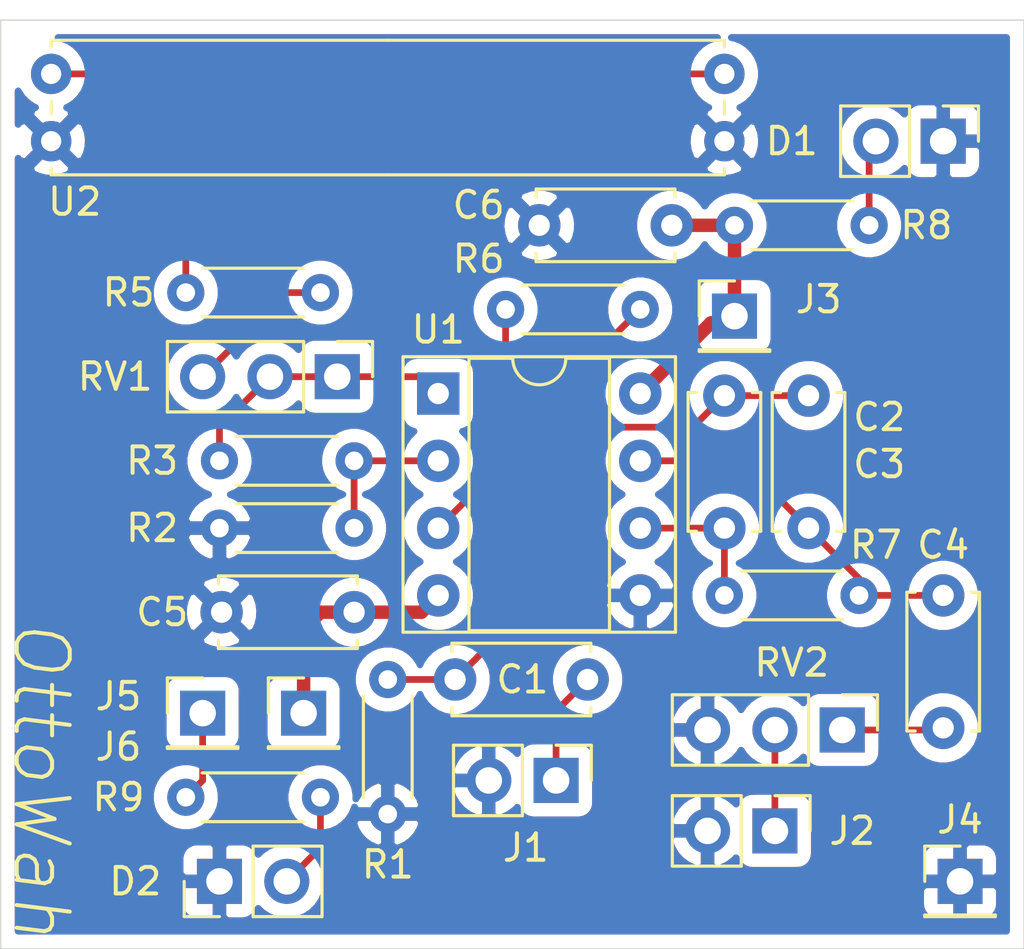
<source format=kicad_pcb>
(kicad_pcb (version 20171130) (host pcbnew 5.1.5+dfsg1-2build2)

  (general
    (thickness 1.6)
    (drawings 8)
    (tracks 55)
    (zones 0)
    (modules 26)
    (nets 18)
  )

  (page USLetter)
  (layers
    (0 F.Cu signal)
    (31 B.Cu power)
    (32 B.Adhes user)
    (33 F.Adhes user)
    (34 B.Paste user)
    (35 F.Paste user)
    (36 B.SilkS user)
    (37 F.SilkS user)
    (38 B.Mask user)
    (39 F.Mask user)
    (40 Dwgs.User user)
    (41 Cmts.User user)
    (42 Eco1.User user)
    (43 Eco2.User user)
    (44 Edge.Cuts user)
    (45 Margin user)
    (46 B.CrtYd user)
    (47 F.CrtYd user)
    (48 B.Fab user)
    (49 F.Fab user hide)
  )

  (setup
    (last_trace_width 0.254)
    (trace_clearance 0.2)
    (zone_clearance 0.508)
    (zone_45_only no)
    (trace_min 0.254)
    (via_size 0.8)
    (via_drill 0.4)
    (via_min_size 0.4)
    (via_min_drill 0.3)
    (uvia_size 0.3)
    (uvia_drill 0.1)
    (uvias_allowed no)
    (uvia_min_size 0.2)
    (uvia_min_drill 0.1)
    (edge_width 0.05)
    (segment_width 0.2)
    (pcb_text_width 0.3)
    (pcb_text_size 1.5 1.5)
    (mod_edge_width 0.12)
    (mod_text_size 1 1)
    (mod_text_width 0.15)
    (pad_size 1.524 1.524)
    (pad_drill 0.762)
    (pad_to_mask_clearance 0.051)
    (solder_mask_min_width 0.25)
    (aux_axis_origin 0 0)
    (grid_origin 153.924 68.072)
    (visible_elements FFFFFF7F)
    (pcbplotparams
      (layerselection 0x010fc_ffffffff)
      (usegerberextensions false)
      (usegerberattributes false)
      (usegerberadvancedattributes false)
      (creategerberjobfile false)
      (excludeedgelayer true)
      (linewidth 0.100000)
      (plotframeref false)
      (viasonmask false)
      (mode 1)
      (useauxorigin false)
      (hpglpennumber 1)
      (hpglpenspeed 20)
      (hpglpendiameter 15.000000)
      (psnegative false)
      (psa4output false)
      (plotreference true)
      (plotvalue true)
      (plotinvisibletext false)
      (padsonsilk false)
      (subtractmaskfromsilk false)
      (outputformat 1)
      (mirror false)
      (drillshape 0)
      (scaleselection 1)
      (outputdirectory "OttoWah-GRB/"))
  )

  (net 0 "")
  (net 1 "Net-(C1-Pad2)")
  (net 2 "Net-(C1-Pad1)")
  (net 3 "Net-(C2-Pad1)")
  (net 4 "Net-(C2-Pad2)")
  (net 5 "Net-(C3-Pad1)")
  (net 6 "Net-(C4-Pad2)")
  (net 7 -9V)
  (net 8 GND)
  (net 9 +9V)
  (net 10 "Net-(D1-Pad2)")
  (net 11 "Net-(D2-Pad2)")
  (net 12 "Net-(J2-Pad1)")
  (net 13 "Net-(J6-Pad1)")
  (net 14 "Net-(R2-Pad1)")
  (net 15 "Net-(R3-Pad1)")
  (net 16 "Net-(R5-Pad2)")
  (net 17 "Net-(R5-Pad1)")

  (net_class Default "This is the default net class."
    (clearance 0.2)
    (trace_width 0.254)
    (via_dia 0.8)
    (via_drill 0.4)
    (uvia_dia 0.3)
    (uvia_drill 0.1)
    (diff_pair_width 0.254)
    (diff_pair_gap 0.25)
    (add_net "Net-(C1-Pad1)")
    (add_net "Net-(C1-Pad2)")
    (add_net "Net-(C2-Pad1)")
    (add_net "Net-(C2-Pad2)")
    (add_net "Net-(C3-Pad1)")
    (add_net "Net-(C4-Pad2)")
    (add_net "Net-(D1-Pad2)")
    (add_net "Net-(D2-Pad2)")
    (add_net "Net-(J2-Pad1)")
    (add_net "Net-(J6-Pad1)")
    (add_net "Net-(R2-Pad1)")
    (add_net "Net-(R3-Pad1)")
    (add_net "Net-(R5-Pad1)")
    (add_net "Net-(R5-Pad2)")
  )

  (net_class Power ""
    (clearance 0.2)
    (trace_width 0.508)
    (via_dia 0.8)
    (via_drill 0.4)
    (uvia_dia 0.3)
    (uvia_drill 0.1)
    (diff_pair_width 0.254)
    (diff_pair_gap 0.25)
    (add_net +9V)
    (add_net -9V)
    (add_net GND)
  )

  (module Capacitor_THT:C_Disc_D5.0mm_W2.5mm_P5.00mm (layer F.Cu) (tedit 5AE50EF0) (tstamp 606A84E4)
    (at 167.259 55.372 180)
    (descr "C, Disc series, Radial, pin pitch=5.00mm, , diameter*width=5*2.5mm^2, Capacitor, http://cdn-reichelt.de/documents/datenblatt/B300/DS_KERKO_TC.pdf")
    (tags "C Disc series Radial pin pitch 5.00mm  diameter 5mm width 2.5mm Capacitor")
    (path /60650637)
    (fp_text reference C5 (at 7.239 0) (layer F.SilkS)
      (effects (font (size 1 1) (thickness 0.15)))
    )
    (fp_text value 10uF (at 2.5 2.5) (layer F.Fab)
      (effects (font (size 1 1) (thickness 0.15)))
    )
    (fp_text user %R (at 2.5 0) (layer F.Fab)
      (effects (font (size 1 1) (thickness 0.15)))
    )
    (fp_line (start 6.05 -1.5) (end -1.05 -1.5) (layer F.CrtYd) (width 0.05))
    (fp_line (start 6.05 1.5) (end 6.05 -1.5) (layer F.CrtYd) (width 0.05))
    (fp_line (start -1.05 1.5) (end 6.05 1.5) (layer F.CrtYd) (width 0.05))
    (fp_line (start -1.05 -1.5) (end -1.05 1.5) (layer F.CrtYd) (width 0.05))
    (fp_line (start 5.12 1.055) (end 5.12 1.37) (layer F.SilkS) (width 0.12))
    (fp_line (start 5.12 -1.37) (end 5.12 -1.055) (layer F.SilkS) (width 0.12))
    (fp_line (start -0.12 1.055) (end -0.12 1.37) (layer F.SilkS) (width 0.12))
    (fp_line (start -0.12 -1.37) (end -0.12 -1.055) (layer F.SilkS) (width 0.12))
    (fp_line (start -0.12 1.37) (end 5.12 1.37) (layer F.SilkS) (width 0.12))
    (fp_line (start -0.12 -1.37) (end 5.12 -1.37) (layer F.SilkS) (width 0.12))
    (fp_line (start 5 -1.25) (end 0 -1.25) (layer F.Fab) (width 0.1))
    (fp_line (start 5 1.25) (end 5 -1.25) (layer F.Fab) (width 0.1))
    (fp_line (start 0 1.25) (end 5 1.25) (layer F.Fab) (width 0.1))
    (fp_line (start 0 -1.25) (end 0 1.25) (layer F.Fab) (width 0.1))
    (pad 2 thru_hole circle (at 5 0 180) (size 1.6 1.6) (drill 0.8) (layers *.Cu *.Mask)
      (net 8 GND))
    (pad 1 thru_hole circle (at 0 0 180) (size 1.6 1.6) (drill 0.8) (layers *.Cu *.Mask)
      (net 7 -9V))
    (model ${KISYS3DMOD}/Capacitor_THT.3dshapes/C_Disc_D5.0mm_W2.5mm_P5.00mm.wrl
      (at (xyz 0 0 0))
      (scale (xyz 1 1 1))
      (rotate (xyz 0 0 0))
    )
  )

  (module Connector_PinHeader_2.54mm:PinHeader_1x03_P2.54mm_Vertical (layer F.Cu) (tedit 59FED5CC) (tstamp 606A8663)
    (at 185.674 59.817 270)
    (descr "Through hole straight pin header, 1x03, 2.54mm pitch, single row")
    (tags "Through hole pin header THT 1x03 2.54mm single row")
    (path /606D522A)
    (fp_text reference RV2 (at -2.54 1.905 180) (layer F.SilkS)
      (effects (font (size 1 1) (thickness 0.15)))
    )
    (fp_text value 10k_LOG (at 0 7.41 90) (layer F.Fab)
      (effects (font (size 1 1) (thickness 0.15)))
    )
    (fp_text user %R (at 0 2.54) (layer F.Fab)
      (effects (font (size 1 1) (thickness 0.15)))
    )
    (fp_line (start 1.8 -1.8) (end -1.8 -1.8) (layer F.CrtYd) (width 0.05))
    (fp_line (start 1.8 6.85) (end 1.8 -1.8) (layer F.CrtYd) (width 0.05))
    (fp_line (start -1.8 6.85) (end 1.8 6.85) (layer F.CrtYd) (width 0.05))
    (fp_line (start -1.8 -1.8) (end -1.8 6.85) (layer F.CrtYd) (width 0.05))
    (fp_line (start -1.33 -1.33) (end 0 -1.33) (layer F.SilkS) (width 0.12))
    (fp_line (start -1.33 0) (end -1.33 -1.33) (layer F.SilkS) (width 0.12))
    (fp_line (start -1.33 1.27) (end 1.33 1.27) (layer F.SilkS) (width 0.12))
    (fp_line (start 1.33 1.27) (end 1.33 6.41) (layer F.SilkS) (width 0.12))
    (fp_line (start -1.33 1.27) (end -1.33 6.41) (layer F.SilkS) (width 0.12))
    (fp_line (start -1.33 6.41) (end 1.33 6.41) (layer F.SilkS) (width 0.12))
    (fp_line (start -1.27 -0.635) (end -0.635 -1.27) (layer F.Fab) (width 0.1))
    (fp_line (start -1.27 6.35) (end -1.27 -0.635) (layer F.Fab) (width 0.1))
    (fp_line (start 1.27 6.35) (end -1.27 6.35) (layer F.Fab) (width 0.1))
    (fp_line (start 1.27 -1.27) (end 1.27 6.35) (layer F.Fab) (width 0.1))
    (fp_line (start -0.635 -1.27) (end 1.27 -1.27) (layer F.Fab) (width 0.1))
    (pad 3 thru_hole oval (at 0 5.08 270) (size 1.7 1.7) (drill 1) (layers *.Cu *.Mask)
      (net 8 GND))
    (pad 2 thru_hole oval (at 0 2.54 270) (size 1.7 1.7) (drill 1) (layers *.Cu *.Mask)
      (net 12 "Net-(J2-Pad1)"))
    (pad 1 thru_hole rect (at 0 0 270) (size 1.7 1.7) (drill 1) (layers *.Cu *.Mask)
      (net 6 "Net-(C4-Pad2)"))
    (model ${KISYS3DMOD}/Connector_PinHeader_2.54mm.3dshapes/PinHeader_1x03_P2.54mm_Vertical.wrl
      (at (xyz 0 0 0))
      (scale (xyz 1 1 1))
      (rotate (xyz 0 0 0))
    )
  )

  (module Connector_PinHeader_2.54mm:PinHeader_1x02_P2.54mm_Vertical (layer F.Cu) (tedit 59FED5CC) (tstamp 606A851D)
    (at 162.179 65.532 90)
    (descr "Through hole straight pin header, 1x02, 2.54mm pitch, single row")
    (tags "Through hole pin header THT 1x02 2.54mm single row")
    (path /606DF421)
    (fp_text reference D2 (at 0 -3.175) (layer F.SilkS)
      (effects (font (size 1 1) (thickness 0.15)))
    )
    (fp_text value LED (at 0 4.87 90) (layer F.Fab)
      (effects (font (size 1 1) (thickness 0.15)))
    )
    (fp_text user %R (at 0 1.27) (layer F.Fab)
      (effects (font (size 1 1) (thickness 0.15)))
    )
    (fp_line (start 1.8 -1.8) (end -1.8 -1.8) (layer F.CrtYd) (width 0.05))
    (fp_line (start 1.8 4.35) (end 1.8 -1.8) (layer F.CrtYd) (width 0.05))
    (fp_line (start -1.8 4.35) (end 1.8 4.35) (layer F.CrtYd) (width 0.05))
    (fp_line (start -1.8 -1.8) (end -1.8 4.35) (layer F.CrtYd) (width 0.05))
    (fp_line (start -1.33 -1.33) (end 0 -1.33) (layer F.SilkS) (width 0.12))
    (fp_line (start -1.33 0) (end -1.33 -1.33) (layer F.SilkS) (width 0.12))
    (fp_line (start -1.33 1.27) (end 1.33 1.27) (layer F.SilkS) (width 0.12))
    (fp_line (start 1.33 1.27) (end 1.33 3.87) (layer F.SilkS) (width 0.12))
    (fp_line (start -1.33 1.27) (end -1.33 3.87) (layer F.SilkS) (width 0.12))
    (fp_line (start -1.33 3.87) (end 1.33 3.87) (layer F.SilkS) (width 0.12))
    (fp_line (start -1.27 -0.635) (end -0.635 -1.27) (layer F.Fab) (width 0.1))
    (fp_line (start -1.27 3.81) (end -1.27 -0.635) (layer F.Fab) (width 0.1))
    (fp_line (start 1.27 3.81) (end -1.27 3.81) (layer F.Fab) (width 0.1))
    (fp_line (start 1.27 -1.27) (end 1.27 3.81) (layer F.Fab) (width 0.1))
    (fp_line (start -0.635 -1.27) (end 1.27 -1.27) (layer F.Fab) (width 0.1))
    (pad 2 thru_hole oval (at 0 2.54 90) (size 1.7 1.7) (drill 1) (layers *.Cu *.Mask)
      (net 11 "Net-(D2-Pad2)"))
    (pad 1 thru_hole rect (at 0 0 90) (size 1.7 1.7) (drill 1) (layers *.Cu *.Mask)
      (net 8 GND))
    (model ${KISYS3DMOD}/Connector_PinHeader_2.54mm.3dshapes/PinHeader_1x02_P2.54mm_Vertical.wrl
      (at (xyz 0 0 0))
      (scale (xyz 1 1 1))
      (rotate (xyz 0 0 0))
    )
  )

  (module Connector_PinHeader_2.54mm:PinHeader_1x02_P2.54mm_Vertical (layer F.Cu) (tedit 59FED5CC) (tstamp 606A850B)
    (at 189.484 37.592 270)
    (descr "Through hole straight pin header, 1x02, 2.54mm pitch, single row")
    (tags "Through hole pin header THT 1x02 2.54mm single row")
    (path /606DE434)
    (fp_text reference D1 (at 0 5.715) (layer F.SilkS)
      (effects (font (size 1 1) (thickness 0.15)))
    )
    (fp_text value LED (at 0 4.87 90) (layer F.Fab)
      (effects (font (size 1 1) (thickness 0.15)))
    )
    (fp_text user %R (at 0 1.27) (layer F.Fab)
      (effects (font (size 1 1) (thickness 0.15)))
    )
    (fp_line (start 1.8 -1.8) (end -1.8 -1.8) (layer F.CrtYd) (width 0.05))
    (fp_line (start 1.8 4.35) (end 1.8 -1.8) (layer F.CrtYd) (width 0.05))
    (fp_line (start -1.8 4.35) (end 1.8 4.35) (layer F.CrtYd) (width 0.05))
    (fp_line (start -1.8 -1.8) (end -1.8 4.35) (layer F.CrtYd) (width 0.05))
    (fp_line (start -1.33 -1.33) (end 0 -1.33) (layer F.SilkS) (width 0.12))
    (fp_line (start -1.33 0) (end -1.33 -1.33) (layer F.SilkS) (width 0.12))
    (fp_line (start -1.33 1.27) (end 1.33 1.27) (layer F.SilkS) (width 0.12))
    (fp_line (start 1.33 1.27) (end 1.33 3.87) (layer F.SilkS) (width 0.12))
    (fp_line (start -1.33 1.27) (end -1.33 3.87) (layer F.SilkS) (width 0.12))
    (fp_line (start -1.33 3.87) (end 1.33 3.87) (layer F.SilkS) (width 0.12))
    (fp_line (start -1.27 -0.635) (end -0.635 -1.27) (layer F.Fab) (width 0.1))
    (fp_line (start -1.27 3.81) (end -1.27 -0.635) (layer F.Fab) (width 0.1))
    (fp_line (start 1.27 3.81) (end -1.27 3.81) (layer F.Fab) (width 0.1))
    (fp_line (start 1.27 -1.27) (end 1.27 3.81) (layer F.Fab) (width 0.1))
    (fp_line (start -0.635 -1.27) (end 1.27 -1.27) (layer F.Fab) (width 0.1))
    (pad 2 thru_hole oval (at 0 2.54 270) (size 1.7 1.7) (drill 1) (layers *.Cu *.Mask)
      (net 10 "Net-(D1-Pad2)"))
    (pad 1 thru_hole rect (at 0 0 270) (size 1.7 1.7) (drill 1) (layers *.Cu *.Mask)
      (net 8 GND))
    (model ${KISYS3DMOD}/Connector_PinHeader_2.54mm.3dshapes/PinHeader_1x02_P2.54mm_Vertical.wrl
      (at (xyz 0 0 0))
      (scale (xyz 1 1 1))
      (rotate (xyz 0 0 0))
    )
  )

  (module ElectronicsForGuitarists-DentonDaily:Optocoupler (layer F.Cu) (tedit 6069DAB1) (tstamp 606A869A)
    (at 155.829 32.512)
    (path /60671B34)
    (fp_text reference U2 (at 0.889 7.366) (layer F.SilkS)
      (effects (font (size 1 1) (thickness 0.15)))
    )
    (fp_text value Optocoupler (at 12.7 7.366) (layer F.Fab)
      (effects (font (size 1 1) (thickness 0.15)))
    )
    (fp_line (start 0 1.27) (end 0 1.524) (layer F.SilkS) (width 0.12))
    (fp_line (start 0 1.524) (end 0 1.27) (layer F.SilkS) (width 0.12))
    (fp_line (start 0 1.27) (end 12.7 1.27) (layer F.SilkS) (width 0.12))
    (fp_line (start 12.7 6.35) (end 0 6.35) (layer F.SilkS) (width 0.12))
    (fp_line (start 0 6.35) (end 0 6.096) (layer F.SilkS) (width 0.12))
    (fp_line (start 0 3.556) (end 0 4.064) (layer F.SilkS) (width 0.12))
    (fp_line (start 12.7 6.35) (end 25.4 6.35) (layer F.SilkS) (width 0.12))
    (fp_line (start 12.7 1.27) (end 25.4 1.27) (layer F.SilkS) (width 0.12))
    (fp_line (start 25.4 1.27) (end 25.4 1.524) (layer F.SilkS) (width 0.12))
    (fp_line (start 25.4 6.35) (end 25.4 6.096) (layer F.SilkS) (width 0.12))
    (fp_line (start 25.4 3.556) (end 25.4 4.064) (layer F.SilkS) (width 0.12))
    (pad 1 thru_hole circle (at 0 2.54) (size 1.524 1.524) (drill 0.762) (layers *.Cu *.Mask)
      (net 17 "Net-(R5-Pad1)"))
    (pad 2 thru_hole circle (at 0 5.08) (size 1.524 1.524) (drill 0.762) (layers *.Cu *.Mask)
      (net 8 GND))
    (pad 3 thru_hole circle (at 25.4 2.54) (size 1.524 1.524) (drill 0.762) (layers *.Cu *.Mask)
      (net 4 "Net-(C2-Pad2)"))
    (pad 4 thru_hole circle (at 25.4 5.08) (size 1.524 1.524) (drill 0.762) (layers *.Cu *.Mask)
      (net 8 GND))
  )

  (module Package_DIP:DIP-8_W7.62mm_Socket (layer F.Cu) (tedit 5A02E8C5) (tstamp 606A8687)
    (at 170.434 47.117)
    (descr "8-lead though-hole mounted DIP package, row spacing 7.62 mm (300 mils), Socket")
    (tags "THT DIP DIL PDIP 2.54mm 7.62mm 300mil Socket")
    (path /606447E0)
    (fp_text reference U1 (at 0 -2.413) (layer F.SilkS)
      (effects (font (size 1 1) (thickness 0.15)))
    )
    (fp_text value TL072 (at 3.81 9.95) (layer F.Fab)
      (effects (font (size 1 1) (thickness 0.15)))
    )
    (fp_text user %R (at 3.81 3.81) (layer F.Fab)
      (effects (font (size 1 1) (thickness 0.15)))
    )
    (fp_line (start 9.15 -1.6) (end -1.55 -1.6) (layer F.CrtYd) (width 0.05))
    (fp_line (start 9.15 9.2) (end 9.15 -1.6) (layer F.CrtYd) (width 0.05))
    (fp_line (start -1.55 9.2) (end 9.15 9.2) (layer F.CrtYd) (width 0.05))
    (fp_line (start -1.55 -1.6) (end -1.55 9.2) (layer F.CrtYd) (width 0.05))
    (fp_line (start 8.95 -1.39) (end -1.33 -1.39) (layer F.SilkS) (width 0.12))
    (fp_line (start 8.95 9.01) (end 8.95 -1.39) (layer F.SilkS) (width 0.12))
    (fp_line (start -1.33 9.01) (end 8.95 9.01) (layer F.SilkS) (width 0.12))
    (fp_line (start -1.33 -1.39) (end -1.33 9.01) (layer F.SilkS) (width 0.12))
    (fp_line (start 6.46 -1.33) (end 4.81 -1.33) (layer F.SilkS) (width 0.12))
    (fp_line (start 6.46 8.95) (end 6.46 -1.33) (layer F.SilkS) (width 0.12))
    (fp_line (start 1.16 8.95) (end 6.46 8.95) (layer F.SilkS) (width 0.12))
    (fp_line (start 1.16 -1.33) (end 1.16 8.95) (layer F.SilkS) (width 0.12))
    (fp_line (start 2.81 -1.33) (end 1.16 -1.33) (layer F.SilkS) (width 0.12))
    (fp_line (start 8.89 -1.33) (end -1.27 -1.33) (layer F.Fab) (width 0.1))
    (fp_line (start 8.89 8.95) (end 8.89 -1.33) (layer F.Fab) (width 0.1))
    (fp_line (start -1.27 8.95) (end 8.89 8.95) (layer F.Fab) (width 0.1))
    (fp_line (start -1.27 -1.33) (end -1.27 8.95) (layer F.Fab) (width 0.1))
    (fp_line (start 0.635 -0.27) (end 1.635 -1.27) (layer F.Fab) (width 0.1))
    (fp_line (start 0.635 8.89) (end 0.635 -0.27) (layer F.Fab) (width 0.1))
    (fp_line (start 6.985 8.89) (end 0.635 8.89) (layer F.Fab) (width 0.1))
    (fp_line (start 6.985 -1.27) (end 6.985 8.89) (layer F.Fab) (width 0.1))
    (fp_line (start 1.635 -1.27) (end 6.985 -1.27) (layer F.Fab) (width 0.1))
    (fp_arc (start 3.81 -1.33) (end 2.81 -1.33) (angle -180) (layer F.SilkS) (width 0.12))
    (pad 8 thru_hole oval (at 7.62 0) (size 1.6 1.6) (drill 0.8) (layers *.Cu *.Mask)
      (net 9 +9V))
    (pad 4 thru_hole oval (at 0 7.62) (size 1.6 1.6) (drill 0.8) (layers *.Cu *.Mask)
      (net 7 -9V))
    (pad 7 thru_hole oval (at 7.62 2.54) (size 1.6 1.6) (drill 0.8) (layers *.Cu *.Mask)
      (net 5 "Net-(C3-Pad1)"))
    (pad 3 thru_hole oval (at 0 5.08) (size 1.6 1.6) (drill 0.8) (layers *.Cu *.Mask)
      (net 2 "Net-(C1-Pad1)"))
    (pad 6 thru_hole oval (at 7.62 5.08) (size 1.6 1.6) (drill 0.8) (layers *.Cu *.Mask)
      (net 3 "Net-(C2-Pad1)"))
    (pad 2 thru_hole oval (at 0 2.54) (size 1.6 1.6) (drill 0.8) (layers *.Cu *.Mask)
      (net 14 "Net-(R2-Pad1)"))
    (pad 5 thru_hole oval (at 7.62 7.62) (size 1.6 1.6) (drill 0.8) (layers *.Cu *.Mask)
      (net 8 GND))
    (pad 1 thru_hole rect (at 0 0) (size 1.6 1.6) (drill 0.8) (layers *.Cu *.Mask)
      (net 15 "Net-(R3-Pad1)"))
    (model ${KISYS3DMOD}/Package_DIP.3dshapes/DIP-8_W7.62mm_Socket.wrl
      (at (xyz 0 0 0))
      (scale (xyz 1 1 1))
      (rotate (xyz 0 0 0))
    )
  )

  (module Connector_PinHeader_2.54mm:PinHeader_1x03_P2.54mm_Vertical (layer F.Cu) (tedit 59FED5CC) (tstamp 606A864C)
    (at 166.624 46.482 270)
    (descr "Through hole straight pin header, 1x03, 2.54mm pitch, single row")
    (tags "Through hole pin header THT 1x03 2.54mm single row")
    (path /6065F603)
    (fp_text reference RV1 (at 0 8.382) (layer F.SilkS)
      (effects (font (size 1 1) (thickness 0.15)))
    )
    (fp_text value 25k_LIN (at 0 7.41 90) (layer F.Fab)
      (effects (font (size 1 1) (thickness 0.15)))
    )
    (fp_text user %R (at 0 2.54) (layer F.Fab)
      (effects (font (size 1 1) (thickness 0.15)))
    )
    (fp_line (start 1.8 -1.8) (end -1.8 -1.8) (layer F.CrtYd) (width 0.05))
    (fp_line (start 1.8 6.85) (end 1.8 -1.8) (layer F.CrtYd) (width 0.05))
    (fp_line (start -1.8 6.85) (end 1.8 6.85) (layer F.CrtYd) (width 0.05))
    (fp_line (start -1.8 -1.8) (end -1.8 6.85) (layer F.CrtYd) (width 0.05))
    (fp_line (start -1.33 -1.33) (end 0 -1.33) (layer F.SilkS) (width 0.12))
    (fp_line (start -1.33 0) (end -1.33 -1.33) (layer F.SilkS) (width 0.12))
    (fp_line (start -1.33 1.27) (end 1.33 1.27) (layer F.SilkS) (width 0.12))
    (fp_line (start 1.33 1.27) (end 1.33 6.41) (layer F.SilkS) (width 0.12))
    (fp_line (start -1.33 1.27) (end -1.33 6.41) (layer F.SilkS) (width 0.12))
    (fp_line (start -1.33 6.41) (end 1.33 6.41) (layer F.SilkS) (width 0.12))
    (fp_line (start -1.27 -0.635) (end -0.635 -1.27) (layer F.Fab) (width 0.1))
    (fp_line (start -1.27 6.35) (end -1.27 -0.635) (layer F.Fab) (width 0.1))
    (fp_line (start 1.27 6.35) (end -1.27 6.35) (layer F.Fab) (width 0.1))
    (fp_line (start 1.27 -1.27) (end 1.27 6.35) (layer F.Fab) (width 0.1))
    (fp_line (start -0.635 -1.27) (end 1.27 -1.27) (layer F.Fab) (width 0.1))
    (pad 3 thru_hole oval (at 0 5.08 270) (size 1.7 1.7) (drill 1) (layers *.Cu *.Mask)
      (net 16 "Net-(R5-Pad2)"))
    (pad 2 thru_hole oval (at 0 2.54 270) (size 1.7 1.7) (drill 1) (layers *.Cu *.Mask)
      (net 15 "Net-(R3-Pad1)"))
    (pad 1 thru_hole rect (at 0 0 270) (size 1.7 1.7) (drill 1) (layers *.Cu *.Mask)
      (net 15 "Net-(R3-Pad1)"))
    (model ${KISYS3DMOD}/Connector_PinHeader_2.54mm.3dshapes/PinHeader_1x03_P2.54mm_Vertical.wrl
      (at (xyz 0 0 0))
      (scale (xyz 1 1 1))
      (rotate (xyz 0 0 0))
    )
  )

  (module Resistor_THT:R_Axial_DIN0204_L3.6mm_D1.6mm_P5.08mm_Horizontal (layer F.Cu) (tedit 5AE5139B) (tstamp 606A8635)
    (at 165.989 62.357 180)
    (descr "Resistor, Axial_DIN0204 series, Axial, Horizontal, pin pitch=5.08mm, 0.167W, length*diameter=3.6*1.6mm^2, http://cdn-reichelt.de/documents/datenblatt/B400/1_4W%23YAG.pdf")
    (tags "Resistor Axial_DIN0204 series Axial Horizontal pin pitch 5.08mm 0.167W length 3.6mm diameter 1.6mm")
    (path /606E2259)
    (fp_text reference R9 (at 7.62 0) (layer F.SilkS)
      (effects (font (size 1 1) (thickness 0.15)))
    )
    (fp_text value 1k (at 2.54 1.92) (layer F.Fab)
      (effects (font (size 1 1) (thickness 0.15)))
    )
    (fp_text user %R (at 2.54 0) (layer F.Fab)
      (effects (font (size 0.72 0.72) (thickness 0.108)))
    )
    (fp_line (start 6.03 -1.05) (end -0.95 -1.05) (layer F.CrtYd) (width 0.05))
    (fp_line (start 6.03 1.05) (end 6.03 -1.05) (layer F.CrtYd) (width 0.05))
    (fp_line (start -0.95 1.05) (end 6.03 1.05) (layer F.CrtYd) (width 0.05))
    (fp_line (start -0.95 -1.05) (end -0.95 1.05) (layer F.CrtYd) (width 0.05))
    (fp_line (start 0.62 0.92) (end 4.46 0.92) (layer F.SilkS) (width 0.12))
    (fp_line (start 0.62 -0.92) (end 4.46 -0.92) (layer F.SilkS) (width 0.12))
    (fp_line (start 5.08 0) (end 4.34 0) (layer F.Fab) (width 0.1))
    (fp_line (start 0 0) (end 0.74 0) (layer F.Fab) (width 0.1))
    (fp_line (start 4.34 -0.8) (end 0.74 -0.8) (layer F.Fab) (width 0.1))
    (fp_line (start 4.34 0.8) (end 4.34 -0.8) (layer F.Fab) (width 0.1))
    (fp_line (start 0.74 0.8) (end 4.34 0.8) (layer F.Fab) (width 0.1))
    (fp_line (start 0.74 -0.8) (end 0.74 0.8) (layer F.Fab) (width 0.1))
    (pad 2 thru_hole oval (at 5.08 0 180) (size 1.4 1.4) (drill 0.7) (layers *.Cu *.Mask)
      (net 13 "Net-(J6-Pad1)"))
    (pad 1 thru_hole circle (at 0 0 180) (size 1.4 1.4) (drill 0.7) (layers *.Cu *.Mask)
      (net 11 "Net-(D2-Pad2)"))
    (model ${KISYS3DMOD}/Resistor_THT.3dshapes/R_Axial_DIN0204_L3.6mm_D1.6mm_P5.08mm_Horizontal.wrl
      (at (xyz 0 0 0))
      (scale (xyz 1 1 1))
      (rotate (xyz 0 0 0))
    )
  )

  (module Resistor_THT:R_Axial_DIN0204_L3.6mm_D1.6mm_P5.08mm_Horizontal (layer F.Cu) (tedit 5AE5139B) (tstamp 606A8622)
    (at 186.69 40.767 180)
    (descr "Resistor, Axial_DIN0204 series, Axial, Horizontal, pin pitch=5.08mm, 0.167W, length*diameter=3.6*1.6mm^2, http://cdn-reichelt.de/documents/datenblatt/B400/1_4W%23YAG.pdf")
    (tags "Resistor Axial_DIN0204 series Axial Horizontal pin pitch 5.08mm 0.167W length 3.6mm diameter 1.6mm")
    (path /606E110E)
    (fp_text reference R8 (at -2.159 0) (layer F.SilkS)
      (effects (font (size 1 1) (thickness 0.15)))
    )
    (fp_text value 1k (at 2.54 1.92) (layer F.Fab)
      (effects (font (size 1 1) (thickness 0.15)))
    )
    (fp_text user %R (at 2.54 0) (layer F.Fab)
      (effects (font (size 0.72 0.72) (thickness 0.108)))
    )
    (fp_line (start 6.03 -1.05) (end -0.95 -1.05) (layer F.CrtYd) (width 0.05))
    (fp_line (start 6.03 1.05) (end 6.03 -1.05) (layer F.CrtYd) (width 0.05))
    (fp_line (start -0.95 1.05) (end 6.03 1.05) (layer F.CrtYd) (width 0.05))
    (fp_line (start -0.95 -1.05) (end -0.95 1.05) (layer F.CrtYd) (width 0.05))
    (fp_line (start 0.62 0.92) (end 4.46 0.92) (layer F.SilkS) (width 0.12))
    (fp_line (start 0.62 -0.92) (end 4.46 -0.92) (layer F.SilkS) (width 0.12))
    (fp_line (start 5.08 0) (end 4.34 0) (layer F.Fab) (width 0.1))
    (fp_line (start 0 0) (end 0.74 0) (layer F.Fab) (width 0.1))
    (fp_line (start 4.34 -0.8) (end 0.74 -0.8) (layer F.Fab) (width 0.1))
    (fp_line (start 4.34 0.8) (end 4.34 -0.8) (layer F.Fab) (width 0.1))
    (fp_line (start 0.74 0.8) (end 4.34 0.8) (layer F.Fab) (width 0.1))
    (fp_line (start 0.74 -0.8) (end 0.74 0.8) (layer F.Fab) (width 0.1))
    (pad 2 thru_hole oval (at 5.08 0 180) (size 1.4 1.4) (drill 0.7) (layers *.Cu *.Mask)
      (net 9 +9V))
    (pad 1 thru_hole circle (at 0 0 180) (size 1.4 1.4) (drill 0.7) (layers *.Cu *.Mask)
      (net 10 "Net-(D1-Pad2)"))
    (model ${KISYS3DMOD}/Resistor_THT.3dshapes/R_Axial_DIN0204_L3.6mm_D1.6mm_P5.08mm_Horizontal.wrl
      (at (xyz 0 0 0))
      (scale (xyz 1 1 1))
      (rotate (xyz 0 0 0))
    )
  )

  (module Resistor_THT:R_Axial_DIN0204_L3.6mm_D1.6mm_P5.08mm_Horizontal (layer F.Cu) (tedit 5AE5139B) (tstamp 606A860F)
    (at 186.309 54.737 180)
    (descr "Resistor, Axial_DIN0204 series, Axial, Horizontal, pin pitch=5.08mm, 0.167W, length*diameter=3.6*1.6mm^2, http://cdn-reichelt.de/documents/datenblatt/B400/1_4W%23YAG.pdf")
    (tags "Resistor Axial_DIN0204 series Axial Horizontal pin pitch 5.08mm 0.167W length 3.6mm diameter 1.6mm")
    (path /60697684)
    (fp_text reference R7 (at -0.635 1.905) (layer F.SilkS)
      (effects (font (size 1 1) (thickness 0.15)))
    )
    (fp_text value 270k (at 2.54 1.92) (layer F.Fab)
      (effects (font (size 1 1) (thickness 0.15)))
    )
    (fp_text user %R (at 2.54 0) (layer F.Fab)
      (effects (font (size 0.72 0.72) (thickness 0.108)))
    )
    (fp_line (start 6.03 -1.05) (end -0.95 -1.05) (layer F.CrtYd) (width 0.05))
    (fp_line (start 6.03 1.05) (end 6.03 -1.05) (layer F.CrtYd) (width 0.05))
    (fp_line (start -0.95 1.05) (end 6.03 1.05) (layer F.CrtYd) (width 0.05))
    (fp_line (start -0.95 -1.05) (end -0.95 1.05) (layer F.CrtYd) (width 0.05))
    (fp_line (start 0.62 0.92) (end 4.46 0.92) (layer F.SilkS) (width 0.12))
    (fp_line (start 0.62 -0.92) (end 4.46 -0.92) (layer F.SilkS) (width 0.12))
    (fp_line (start 5.08 0) (end 4.34 0) (layer F.Fab) (width 0.1))
    (fp_line (start 0 0) (end 0.74 0) (layer F.Fab) (width 0.1))
    (fp_line (start 4.34 -0.8) (end 0.74 -0.8) (layer F.Fab) (width 0.1))
    (fp_line (start 4.34 0.8) (end 4.34 -0.8) (layer F.Fab) (width 0.1))
    (fp_line (start 0.74 0.8) (end 4.34 0.8) (layer F.Fab) (width 0.1))
    (fp_line (start 0.74 -0.8) (end 0.74 0.8) (layer F.Fab) (width 0.1))
    (pad 2 thru_hole oval (at 5.08 0 180) (size 1.4 1.4) (drill 0.7) (layers *.Cu *.Mask)
      (net 3 "Net-(C2-Pad1)"))
    (pad 1 thru_hole circle (at 0 0 180) (size 1.4 1.4) (drill 0.7) (layers *.Cu *.Mask)
      (net 5 "Net-(C3-Pad1)"))
    (model ${KISYS3DMOD}/Resistor_THT.3dshapes/R_Axial_DIN0204_L3.6mm_D1.6mm_P5.08mm_Horizontal.wrl
      (at (xyz 0 0 0))
      (scale (xyz 1 1 1))
      (rotate (xyz 0 0 0))
    )
  )

  (module Resistor_THT:R_Axial_DIN0204_L3.6mm_D1.6mm_P5.08mm_Horizontal (layer F.Cu) (tedit 5AE5139B) (tstamp 606A85FC)
    (at 178.054 43.942 180)
    (descr "Resistor, Axial_DIN0204 series, Axial, Horizontal, pin pitch=5.08mm, 0.167W, length*diameter=3.6*1.6mm^2, http://cdn-reichelt.de/documents/datenblatt/B400/1_4W%23YAG.pdf")
    (tags "Resistor Axial_DIN0204 series Axial Horizontal pin pitch 5.08mm 0.167W length 3.6mm diameter 1.6mm")
    (path /6068EB55)
    (fp_text reference R6 (at 6.096 1.905) (layer F.SilkS)
      (effects (font (size 1 1) (thickness 0.15)))
    )
    (fp_text value 120k (at 2.54 1.92) (layer F.Fab)
      (effects (font (size 1 1) (thickness 0.15)))
    )
    (fp_text user %R (at 2.54 0) (layer F.Fab)
      (effects (font (size 0.72 0.72) (thickness 0.108)))
    )
    (fp_line (start 6.03 -1.05) (end -0.95 -1.05) (layer F.CrtYd) (width 0.05))
    (fp_line (start 6.03 1.05) (end 6.03 -1.05) (layer F.CrtYd) (width 0.05))
    (fp_line (start -0.95 1.05) (end 6.03 1.05) (layer F.CrtYd) (width 0.05))
    (fp_line (start -0.95 -1.05) (end -0.95 1.05) (layer F.CrtYd) (width 0.05))
    (fp_line (start 0.62 0.92) (end 4.46 0.92) (layer F.SilkS) (width 0.12))
    (fp_line (start 0.62 -0.92) (end 4.46 -0.92) (layer F.SilkS) (width 0.12))
    (fp_line (start 5.08 0) (end 4.34 0) (layer F.Fab) (width 0.1))
    (fp_line (start 0 0) (end 0.74 0) (layer F.Fab) (width 0.1))
    (fp_line (start 4.34 -0.8) (end 0.74 -0.8) (layer F.Fab) (width 0.1))
    (fp_line (start 4.34 0.8) (end 4.34 -0.8) (layer F.Fab) (width 0.1))
    (fp_line (start 0.74 0.8) (end 4.34 0.8) (layer F.Fab) (width 0.1))
    (fp_line (start 0.74 -0.8) (end 0.74 0.8) (layer F.Fab) (width 0.1))
    (pad 2 thru_hole oval (at 5.08 0 180) (size 1.4 1.4) (drill 0.7) (layers *.Cu *.Mask)
      (net 2 "Net-(C1-Pad1)"))
    (pad 1 thru_hole circle (at 0 0 180) (size 1.4 1.4) (drill 0.7) (layers *.Cu *.Mask)
      (net 4 "Net-(C2-Pad2)"))
    (model ${KISYS3DMOD}/Resistor_THT.3dshapes/R_Axial_DIN0204_L3.6mm_D1.6mm_P5.08mm_Horizontal.wrl
      (at (xyz 0 0 0))
      (scale (xyz 1 1 1))
      (rotate (xyz 0 0 0))
    )
  )

  (module Resistor_THT:R_Axial_DIN0204_L3.6mm_D1.6mm_P5.08mm_Horizontal (layer F.Cu) (tedit 5AE5139B) (tstamp 606A85E9)
    (at 160.909 43.307)
    (descr "Resistor, Axial_DIN0204 series, Axial, Horizontal, pin pitch=5.08mm, 0.167W, length*diameter=3.6*1.6mm^2, http://cdn-reichelt.de/documents/datenblatt/B400/1_4W%23YAG.pdf")
    (tags "Resistor Axial_DIN0204 series Axial Horizontal pin pitch 5.08mm 0.167W length 3.6mm diameter 1.6mm")
    (path /606751BB)
    (fp_text reference R5 (at -2.159 0) (layer F.SilkS)
      (effects (font (size 1 1) (thickness 0.15)))
    )
    (fp_text value 1k (at 2.54 1.92) (layer F.Fab)
      (effects (font (size 1 1) (thickness 0.15)))
    )
    (fp_text user %R (at 2.54 0) (layer F.Fab)
      (effects (font (size 0.72 0.72) (thickness 0.108)))
    )
    (fp_line (start 6.03 -1.05) (end -0.95 -1.05) (layer F.CrtYd) (width 0.05))
    (fp_line (start 6.03 1.05) (end 6.03 -1.05) (layer F.CrtYd) (width 0.05))
    (fp_line (start -0.95 1.05) (end 6.03 1.05) (layer F.CrtYd) (width 0.05))
    (fp_line (start -0.95 -1.05) (end -0.95 1.05) (layer F.CrtYd) (width 0.05))
    (fp_line (start 0.62 0.92) (end 4.46 0.92) (layer F.SilkS) (width 0.12))
    (fp_line (start 0.62 -0.92) (end 4.46 -0.92) (layer F.SilkS) (width 0.12))
    (fp_line (start 5.08 0) (end 4.34 0) (layer F.Fab) (width 0.1))
    (fp_line (start 0 0) (end 0.74 0) (layer F.Fab) (width 0.1))
    (fp_line (start 4.34 -0.8) (end 0.74 -0.8) (layer F.Fab) (width 0.1))
    (fp_line (start 4.34 0.8) (end 4.34 -0.8) (layer F.Fab) (width 0.1))
    (fp_line (start 0.74 0.8) (end 4.34 0.8) (layer F.Fab) (width 0.1))
    (fp_line (start 0.74 -0.8) (end 0.74 0.8) (layer F.Fab) (width 0.1))
    (pad 2 thru_hole oval (at 5.08 0) (size 1.4 1.4) (drill 0.7) (layers *.Cu *.Mask)
      (net 16 "Net-(R5-Pad2)"))
    (pad 1 thru_hole circle (at 0 0) (size 1.4 1.4) (drill 0.7) (layers *.Cu *.Mask)
      (net 17 "Net-(R5-Pad1)"))
    (model ${KISYS3DMOD}/Resistor_THT.3dshapes/R_Axial_DIN0204_L3.6mm_D1.6mm_P5.08mm_Horizontal.wrl
      (at (xyz 0 0 0))
      (scale (xyz 1 1 1))
      (rotate (xyz 0 0 0))
    )
  )

  (module Resistor_THT:R_Axial_DIN0204_L3.6mm_D1.6mm_P5.08mm_Horizontal (layer F.Cu) (tedit 5AE5139B) (tstamp 606A85D6)
    (at 162.179 49.657)
    (descr "Resistor, Axial_DIN0204 series, Axial, Horizontal, pin pitch=5.08mm, 0.167W, length*diameter=3.6*1.6mm^2, http://cdn-reichelt.de/documents/datenblatt/B400/1_4W%23YAG.pdf")
    (tags "Resistor Axial_DIN0204 series Axial Horizontal pin pitch 5.08mm 0.167W length 3.6mm diameter 1.6mm")
    (path /60661C36)
    (fp_text reference R3 (at -2.54 0) (layer F.SilkS)
      (effects (font (size 1 1) (thickness 0.15)))
    )
    (fp_text value 100k (at 2.54 1.92) (layer F.Fab)
      (effects (font (size 1 1) (thickness 0.15)))
    )
    (fp_text user %R (at 2.54 0) (layer F.Fab)
      (effects (font (size 0.72 0.72) (thickness 0.108)))
    )
    (fp_line (start 6.03 -1.05) (end -0.95 -1.05) (layer F.CrtYd) (width 0.05))
    (fp_line (start 6.03 1.05) (end 6.03 -1.05) (layer F.CrtYd) (width 0.05))
    (fp_line (start -0.95 1.05) (end 6.03 1.05) (layer F.CrtYd) (width 0.05))
    (fp_line (start -0.95 -1.05) (end -0.95 1.05) (layer F.CrtYd) (width 0.05))
    (fp_line (start 0.62 0.92) (end 4.46 0.92) (layer F.SilkS) (width 0.12))
    (fp_line (start 0.62 -0.92) (end 4.46 -0.92) (layer F.SilkS) (width 0.12))
    (fp_line (start 5.08 0) (end 4.34 0) (layer F.Fab) (width 0.1))
    (fp_line (start 0 0) (end 0.74 0) (layer F.Fab) (width 0.1))
    (fp_line (start 4.34 -0.8) (end 0.74 -0.8) (layer F.Fab) (width 0.1))
    (fp_line (start 4.34 0.8) (end 4.34 -0.8) (layer F.Fab) (width 0.1))
    (fp_line (start 0.74 0.8) (end 4.34 0.8) (layer F.Fab) (width 0.1))
    (fp_line (start 0.74 -0.8) (end 0.74 0.8) (layer F.Fab) (width 0.1))
    (pad 2 thru_hole oval (at 5.08 0) (size 1.4 1.4) (drill 0.7) (layers *.Cu *.Mask)
      (net 14 "Net-(R2-Pad1)"))
    (pad 1 thru_hole circle (at 0 0) (size 1.4 1.4) (drill 0.7) (layers *.Cu *.Mask)
      (net 15 "Net-(R3-Pad1)"))
    (model ${KISYS3DMOD}/Resistor_THT.3dshapes/R_Axial_DIN0204_L3.6mm_D1.6mm_P5.08mm_Horizontal.wrl
      (at (xyz 0 0 0))
      (scale (xyz 1 1 1))
      (rotate (xyz 0 0 0))
    )
  )

  (module Resistor_THT:R_Axial_DIN0204_L3.6mm_D1.6mm_P5.08mm_Horizontal (layer F.Cu) (tedit 5AE5139B) (tstamp 606A85C3)
    (at 167.259 52.197 180)
    (descr "Resistor, Axial_DIN0204 series, Axial, Horizontal, pin pitch=5.08mm, 0.167W, length*diameter=3.6*1.6mm^2, http://cdn-reichelt.de/documents/datenblatt/B400/1_4W%23YAG.pdf")
    (tags "Resistor Axial_DIN0204 series Axial Horizontal pin pitch 5.08mm 0.167W length 3.6mm diameter 1.6mm")
    (path /60662A3F)
    (fp_text reference R2 (at 7.62 0) (layer F.SilkS)
      (effects (font (size 1 1) (thickness 0.15)))
    )
    (fp_text value 2.2k (at 2.54 1.92) (layer F.Fab)
      (effects (font (size 1 1) (thickness 0.15)))
    )
    (fp_text user %R (at 2.54 0) (layer F.Fab)
      (effects (font (size 0.72 0.72) (thickness 0.108)))
    )
    (fp_line (start 6.03 -1.05) (end -0.95 -1.05) (layer F.CrtYd) (width 0.05))
    (fp_line (start 6.03 1.05) (end 6.03 -1.05) (layer F.CrtYd) (width 0.05))
    (fp_line (start -0.95 1.05) (end 6.03 1.05) (layer F.CrtYd) (width 0.05))
    (fp_line (start -0.95 -1.05) (end -0.95 1.05) (layer F.CrtYd) (width 0.05))
    (fp_line (start 0.62 0.92) (end 4.46 0.92) (layer F.SilkS) (width 0.12))
    (fp_line (start 0.62 -0.92) (end 4.46 -0.92) (layer F.SilkS) (width 0.12))
    (fp_line (start 5.08 0) (end 4.34 0) (layer F.Fab) (width 0.1))
    (fp_line (start 0 0) (end 0.74 0) (layer F.Fab) (width 0.1))
    (fp_line (start 4.34 -0.8) (end 0.74 -0.8) (layer F.Fab) (width 0.1))
    (fp_line (start 4.34 0.8) (end 4.34 -0.8) (layer F.Fab) (width 0.1))
    (fp_line (start 0.74 0.8) (end 4.34 0.8) (layer F.Fab) (width 0.1))
    (fp_line (start 0.74 -0.8) (end 0.74 0.8) (layer F.Fab) (width 0.1))
    (pad 2 thru_hole oval (at 5.08 0 180) (size 1.4 1.4) (drill 0.7) (layers *.Cu *.Mask)
      (net 8 GND))
    (pad 1 thru_hole circle (at 0 0 180) (size 1.4 1.4) (drill 0.7) (layers *.Cu *.Mask)
      (net 14 "Net-(R2-Pad1)"))
    (model ${KISYS3DMOD}/Resistor_THT.3dshapes/R_Axial_DIN0204_L3.6mm_D1.6mm_P5.08mm_Horizontal.wrl
      (at (xyz 0 0 0))
      (scale (xyz 1 1 1))
      (rotate (xyz 0 0 0))
    )
  )

  (module Resistor_THT:R_Axial_DIN0204_L3.6mm_D1.6mm_P5.08mm_Horizontal (layer F.Cu) (tedit 5AE5139B) (tstamp 606A85B0)
    (at 168.529 57.912 270)
    (descr "Resistor, Axial_DIN0204 series, Axial, Horizontal, pin pitch=5.08mm, 0.167W, length*diameter=3.6*1.6mm^2, http://cdn-reichelt.de/documents/datenblatt/B400/1_4W%23YAG.pdf")
    (tags "Resistor Axial_DIN0204 series Axial Horizontal pin pitch 5.08mm 0.167W length 3.6mm diameter 1.6mm")
    (path /60641083)
    (fp_text reference R1 (at 6.985 0 180) (layer F.SilkS)
      (effects (font (size 1 1) (thickness 0.15)))
    )
    (fp_text value 100k (at 2.54 1.92 90) (layer F.Fab)
      (effects (font (size 1 1) (thickness 0.15)))
    )
    (fp_text user %R (at 2.54 0 90) (layer F.Fab)
      (effects (font (size 0.72 0.72) (thickness 0.108)))
    )
    (fp_line (start 6.03 -1.05) (end -0.95 -1.05) (layer F.CrtYd) (width 0.05))
    (fp_line (start 6.03 1.05) (end 6.03 -1.05) (layer F.CrtYd) (width 0.05))
    (fp_line (start -0.95 1.05) (end 6.03 1.05) (layer F.CrtYd) (width 0.05))
    (fp_line (start -0.95 -1.05) (end -0.95 1.05) (layer F.CrtYd) (width 0.05))
    (fp_line (start 0.62 0.92) (end 4.46 0.92) (layer F.SilkS) (width 0.12))
    (fp_line (start 0.62 -0.92) (end 4.46 -0.92) (layer F.SilkS) (width 0.12))
    (fp_line (start 5.08 0) (end 4.34 0) (layer F.Fab) (width 0.1))
    (fp_line (start 0 0) (end 0.74 0) (layer F.Fab) (width 0.1))
    (fp_line (start 4.34 -0.8) (end 0.74 -0.8) (layer F.Fab) (width 0.1))
    (fp_line (start 4.34 0.8) (end 4.34 -0.8) (layer F.Fab) (width 0.1))
    (fp_line (start 0.74 0.8) (end 4.34 0.8) (layer F.Fab) (width 0.1))
    (fp_line (start 0.74 -0.8) (end 0.74 0.8) (layer F.Fab) (width 0.1))
    (pad 2 thru_hole oval (at 5.08 0 270) (size 1.4 1.4) (drill 0.7) (layers *.Cu *.Mask)
      (net 8 GND))
    (pad 1 thru_hole circle (at 0 0 270) (size 1.4 1.4) (drill 0.7) (layers *.Cu *.Mask)
      (net 2 "Net-(C1-Pad1)"))
    (model ${KISYS3DMOD}/Resistor_THT.3dshapes/R_Axial_DIN0204_L3.6mm_D1.6mm_P5.08mm_Horizontal.wrl
      (at (xyz 0 0 0))
      (scale (xyz 1 1 1))
      (rotate (xyz 0 0 0))
    )
  )

  (module Connector_PinHeader_2.54mm:PinHeader_1x01_P2.54mm_Vertical (layer F.Cu) (tedit 59FED5CC) (tstamp 606A859D)
    (at 161.544 59.182)
    (descr "Through hole straight pin header, 1x01, 2.54mm pitch, single row")
    (tags "Through hole pin header THT 1x01 2.54mm single row")
    (path /606FDA32)
    (fp_text reference J6 (at -3.175 1.27) (layer F.SilkS)
      (effects (font (size 1 1) (thickness 0.15)))
    )
    (fp_text value Conn_01x01_Female (at 0 2.33) (layer F.Fab)
      (effects (font (size 1 1) (thickness 0.15)))
    )
    (fp_text user %R (at 0 0 90) (layer F.Fab)
      (effects (font (size 1 1) (thickness 0.15)))
    )
    (fp_line (start 1.8 -1.8) (end -1.8 -1.8) (layer F.CrtYd) (width 0.05))
    (fp_line (start 1.8 1.8) (end 1.8 -1.8) (layer F.CrtYd) (width 0.05))
    (fp_line (start -1.8 1.8) (end 1.8 1.8) (layer F.CrtYd) (width 0.05))
    (fp_line (start -1.8 -1.8) (end -1.8 1.8) (layer F.CrtYd) (width 0.05))
    (fp_line (start -1.33 -1.33) (end 0 -1.33) (layer F.SilkS) (width 0.12))
    (fp_line (start -1.33 0) (end -1.33 -1.33) (layer F.SilkS) (width 0.12))
    (fp_line (start -1.33 1.27) (end 1.33 1.27) (layer F.SilkS) (width 0.12))
    (fp_line (start 1.33 1.27) (end 1.33 1.33) (layer F.SilkS) (width 0.12))
    (fp_line (start -1.33 1.27) (end -1.33 1.33) (layer F.SilkS) (width 0.12))
    (fp_line (start -1.33 1.33) (end 1.33 1.33) (layer F.SilkS) (width 0.12))
    (fp_line (start -1.27 -0.635) (end -0.635 -1.27) (layer F.Fab) (width 0.1))
    (fp_line (start -1.27 1.27) (end -1.27 -0.635) (layer F.Fab) (width 0.1))
    (fp_line (start 1.27 1.27) (end -1.27 1.27) (layer F.Fab) (width 0.1))
    (fp_line (start 1.27 -1.27) (end 1.27 1.27) (layer F.Fab) (width 0.1))
    (fp_line (start -0.635 -1.27) (end 1.27 -1.27) (layer F.Fab) (width 0.1))
    (pad 1 thru_hole rect (at 0 0) (size 1.7 1.7) (drill 1) (layers *.Cu *.Mask)
      (net 13 "Net-(J6-Pad1)"))
    (model ${KISYS3DMOD}/Connector_PinHeader_2.54mm.3dshapes/PinHeader_1x01_P2.54mm_Vertical.wrl
      (at (xyz 0 0 0))
      (scale (xyz 1 1 1))
      (rotate (xyz 0 0 0))
    )
  )

  (module Connector_PinHeader_2.54mm:PinHeader_1x01_P2.54mm_Vertical (layer F.Cu) (tedit 59FED5CC) (tstamp 606A8588)
    (at 165.354 59.182)
    (descr "Through hole straight pin header, 1x01, 2.54mm pitch, single row")
    (tags "Through hole pin header THT 1x01 2.54mm single row")
    (path /60738332)
    (fp_text reference J5 (at -6.985 -0.635) (layer F.SilkS)
      (effects (font (size 1 1) (thickness 0.15)))
    )
    (fp_text value Conn_01x01_Female (at 0 2.33) (layer F.Fab)
      (effects (font (size 1 1) (thickness 0.15)))
    )
    (fp_text user %R (at 0 0 90) (layer F.Fab)
      (effects (font (size 1 1) (thickness 0.15)))
    )
    (fp_line (start 1.8 -1.8) (end -1.8 -1.8) (layer F.CrtYd) (width 0.05))
    (fp_line (start 1.8 1.8) (end 1.8 -1.8) (layer F.CrtYd) (width 0.05))
    (fp_line (start -1.8 1.8) (end 1.8 1.8) (layer F.CrtYd) (width 0.05))
    (fp_line (start -1.8 -1.8) (end -1.8 1.8) (layer F.CrtYd) (width 0.05))
    (fp_line (start -1.33 -1.33) (end 0 -1.33) (layer F.SilkS) (width 0.12))
    (fp_line (start -1.33 0) (end -1.33 -1.33) (layer F.SilkS) (width 0.12))
    (fp_line (start -1.33 1.27) (end 1.33 1.27) (layer F.SilkS) (width 0.12))
    (fp_line (start 1.33 1.27) (end 1.33 1.33) (layer F.SilkS) (width 0.12))
    (fp_line (start -1.33 1.27) (end -1.33 1.33) (layer F.SilkS) (width 0.12))
    (fp_line (start -1.33 1.33) (end 1.33 1.33) (layer F.SilkS) (width 0.12))
    (fp_line (start -1.27 -0.635) (end -0.635 -1.27) (layer F.Fab) (width 0.1))
    (fp_line (start -1.27 1.27) (end -1.27 -0.635) (layer F.Fab) (width 0.1))
    (fp_line (start 1.27 1.27) (end -1.27 1.27) (layer F.Fab) (width 0.1))
    (fp_line (start 1.27 -1.27) (end 1.27 1.27) (layer F.Fab) (width 0.1))
    (fp_line (start -0.635 -1.27) (end 1.27 -1.27) (layer F.Fab) (width 0.1))
    (pad 1 thru_hole rect (at 0 0) (size 1.7 1.7) (drill 1) (layers *.Cu *.Mask)
      (net 7 -9V))
    (model ${KISYS3DMOD}/Connector_PinHeader_2.54mm.3dshapes/PinHeader_1x01_P2.54mm_Vertical.wrl
      (at (xyz 0 0 0))
      (scale (xyz 1 1 1))
      (rotate (xyz 0 0 0))
    )
  )

  (module Connector_PinHeader_2.54mm:PinHeader_1x01_P2.54mm_Vertical (layer F.Cu) (tedit 59FED5CC) (tstamp 606A8573)
    (at 190.119 65.532)
    (descr "Through hole straight pin header, 1x01, 2.54mm pitch, single row")
    (tags "Through hole pin header THT 1x01 2.54mm single row")
    (path /6073DA43)
    (fp_text reference J4 (at 0 -2.33) (layer F.SilkS)
      (effects (font (size 1 1) (thickness 0.15)))
    )
    (fp_text value Conn_01x01_Female (at 0 2.33) (layer F.Fab)
      (effects (font (size 1 1) (thickness 0.15)))
    )
    (fp_text user %R (at 0 0 90) (layer F.Fab)
      (effects (font (size 1 1) (thickness 0.15)))
    )
    (fp_line (start 1.8 -1.8) (end -1.8 -1.8) (layer F.CrtYd) (width 0.05))
    (fp_line (start 1.8 1.8) (end 1.8 -1.8) (layer F.CrtYd) (width 0.05))
    (fp_line (start -1.8 1.8) (end 1.8 1.8) (layer F.CrtYd) (width 0.05))
    (fp_line (start -1.8 -1.8) (end -1.8 1.8) (layer F.CrtYd) (width 0.05))
    (fp_line (start -1.33 -1.33) (end 0 -1.33) (layer F.SilkS) (width 0.12))
    (fp_line (start -1.33 0) (end -1.33 -1.33) (layer F.SilkS) (width 0.12))
    (fp_line (start -1.33 1.27) (end 1.33 1.27) (layer F.SilkS) (width 0.12))
    (fp_line (start 1.33 1.27) (end 1.33 1.33) (layer F.SilkS) (width 0.12))
    (fp_line (start -1.33 1.27) (end -1.33 1.33) (layer F.SilkS) (width 0.12))
    (fp_line (start -1.33 1.33) (end 1.33 1.33) (layer F.SilkS) (width 0.12))
    (fp_line (start -1.27 -0.635) (end -0.635 -1.27) (layer F.Fab) (width 0.1))
    (fp_line (start -1.27 1.27) (end -1.27 -0.635) (layer F.Fab) (width 0.1))
    (fp_line (start 1.27 1.27) (end -1.27 1.27) (layer F.Fab) (width 0.1))
    (fp_line (start 1.27 -1.27) (end 1.27 1.27) (layer F.Fab) (width 0.1))
    (fp_line (start -0.635 -1.27) (end 1.27 -1.27) (layer F.Fab) (width 0.1))
    (pad 1 thru_hole rect (at 0 0) (size 1.7 1.7) (drill 1) (layers *.Cu *.Mask)
      (net 8 GND))
    (model ${KISYS3DMOD}/Connector_PinHeader_2.54mm.3dshapes/PinHeader_1x01_P2.54mm_Vertical.wrl
      (at (xyz 0 0 0))
      (scale (xyz 1 1 1))
      (rotate (xyz 0 0 0))
    )
  )

  (module Connector_PinHeader_2.54mm:PinHeader_1x01_P2.54mm_Vertical (layer F.Cu) (tedit 59FED5CC) (tstamp 606A855E)
    (at 181.61 44.196)
    (descr "Through hole straight pin header, 1x01, 2.54mm pitch, single row")
    (tags "Through hole pin header THT 1x01 2.54mm single row")
    (path /607374E4)
    (fp_text reference J3 (at 3.175 -0.635) (layer F.SilkS)
      (effects (font (size 1 1) (thickness 0.15)))
    )
    (fp_text value Conn_01x01_Female (at 0 2.33) (layer F.Fab)
      (effects (font (size 1 1) (thickness 0.15)))
    )
    (fp_text user %R (at 0 0 90) (layer F.Fab)
      (effects (font (size 1 1) (thickness 0.15)))
    )
    (fp_line (start 1.8 -1.8) (end -1.8 -1.8) (layer F.CrtYd) (width 0.05))
    (fp_line (start 1.8 1.8) (end 1.8 -1.8) (layer F.CrtYd) (width 0.05))
    (fp_line (start -1.8 1.8) (end 1.8 1.8) (layer F.CrtYd) (width 0.05))
    (fp_line (start -1.8 -1.8) (end -1.8 1.8) (layer F.CrtYd) (width 0.05))
    (fp_line (start -1.33 -1.33) (end 0 -1.33) (layer F.SilkS) (width 0.12))
    (fp_line (start -1.33 0) (end -1.33 -1.33) (layer F.SilkS) (width 0.12))
    (fp_line (start -1.33 1.27) (end 1.33 1.27) (layer F.SilkS) (width 0.12))
    (fp_line (start 1.33 1.27) (end 1.33 1.33) (layer F.SilkS) (width 0.12))
    (fp_line (start -1.33 1.27) (end -1.33 1.33) (layer F.SilkS) (width 0.12))
    (fp_line (start -1.33 1.33) (end 1.33 1.33) (layer F.SilkS) (width 0.12))
    (fp_line (start -1.27 -0.635) (end -0.635 -1.27) (layer F.Fab) (width 0.1))
    (fp_line (start -1.27 1.27) (end -1.27 -0.635) (layer F.Fab) (width 0.1))
    (fp_line (start 1.27 1.27) (end -1.27 1.27) (layer F.Fab) (width 0.1))
    (fp_line (start 1.27 -1.27) (end 1.27 1.27) (layer F.Fab) (width 0.1))
    (fp_line (start -0.635 -1.27) (end 1.27 -1.27) (layer F.Fab) (width 0.1))
    (pad 1 thru_hole rect (at 0 0) (size 1.7 1.7) (drill 1) (layers *.Cu *.Mask)
      (net 9 +9V))
    (model ${KISYS3DMOD}/Connector_PinHeader_2.54mm.3dshapes/PinHeader_1x01_P2.54mm_Vertical.wrl
      (at (xyz 0 0 0))
      (scale (xyz 1 1 1))
      (rotate (xyz 0 0 0))
    )
  )

  (module Connector_PinHeader_2.54mm:PinHeader_1x02_P2.54mm_Vertical (layer F.Cu) (tedit 59FED5CC) (tstamp 606A8549)
    (at 183.134 63.627 270)
    (descr "Through hole straight pin header, 1x02, 2.54mm pitch, single row")
    (tags "Through hole pin header THT 1x02 2.54mm single row")
    (path /6067BEDE)
    (fp_text reference J2 (at 0 -2.921) (layer F.SilkS)
      (effects (font (size 1 1) (thickness 0.15)))
    )
    (fp_text value Conn_01x02_Female (at 0 4.87 90) (layer F.Fab)
      (effects (font (size 1 1) (thickness 0.15)))
    )
    (fp_text user %R (at 0 1.27) (layer F.Fab)
      (effects (font (size 1 1) (thickness 0.15)))
    )
    (fp_line (start 1.8 -1.8) (end -1.8 -1.8) (layer F.CrtYd) (width 0.05))
    (fp_line (start 1.8 4.35) (end 1.8 -1.8) (layer F.CrtYd) (width 0.05))
    (fp_line (start -1.8 4.35) (end 1.8 4.35) (layer F.CrtYd) (width 0.05))
    (fp_line (start -1.8 -1.8) (end -1.8 4.35) (layer F.CrtYd) (width 0.05))
    (fp_line (start -1.33 -1.33) (end 0 -1.33) (layer F.SilkS) (width 0.12))
    (fp_line (start -1.33 0) (end -1.33 -1.33) (layer F.SilkS) (width 0.12))
    (fp_line (start -1.33 1.27) (end 1.33 1.27) (layer F.SilkS) (width 0.12))
    (fp_line (start 1.33 1.27) (end 1.33 3.87) (layer F.SilkS) (width 0.12))
    (fp_line (start -1.33 1.27) (end -1.33 3.87) (layer F.SilkS) (width 0.12))
    (fp_line (start -1.33 3.87) (end 1.33 3.87) (layer F.SilkS) (width 0.12))
    (fp_line (start -1.27 -0.635) (end -0.635 -1.27) (layer F.Fab) (width 0.1))
    (fp_line (start -1.27 3.81) (end -1.27 -0.635) (layer F.Fab) (width 0.1))
    (fp_line (start 1.27 3.81) (end -1.27 3.81) (layer F.Fab) (width 0.1))
    (fp_line (start 1.27 -1.27) (end 1.27 3.81) (layer F.Fab) (width 0.1))
    (fp_line (start -0.635 -1.27) (end 1.27 -1.27) (layer F.Fab) (width 0.1))
    (pad 2 thru_hole oval (at 0 2.54 270) (size 1.7 1.7) (drill 1) (layers *.Cu *.Mask)
      (net 8 GND))
    (pad 1 thru_hole rect (at 0 0 270) (size 1.7 1.7) (drill 1) (layers *.Cu *.Mask)
      (net 12 "Net-(J2-Pad1)"))
    (model ${KISYS3DMOD}/Connector_PinHeader_2.54mm.3dshapes/PinHeader_1x02_P2.54mm_Vertical.wrl
      (at (xyz 0 0 0))
      (scale (xyz 1 1 1))
      (rotate (xyz 0 0 0))
    )
  )

  (module Connector_PinHeader_2.54mm:PinHeader_1x02_P2.54mm_Vertical (layer F.Cu) (tedit 59FED5CC) (tstamp 606A8533)
    (at 174.879 61.722 270)
    (descr "Through hole straight pin header, 1x02, 2.54mm pitch, single row")
    (tags "Through hole pin header THT 1x02 2.54mm single row")
    (path /606739D2)
    (fp_text reference J1 (at 2.54 1.143) (layer F.SilkS)
      (effects (font (size 1 1) (thickness 0.15)))
    )
    (fp_text value Conn_01x02_Female (at 0 4.87 90) (layer F.Fab)
      (effects (font (size 1 1) (thickness 0.15)))
    )
    (fp_text user %R (at 0 1.27) (layer F.Fab)
      (effects (font (size 1 1) (thickness 0.15)))
    )
    (fp_line (start 1.8 -1.8) (end -1.8 -1.8) (layer F.CrtYd) (width 0.05))
    (fp_line (start 1.8 4.35) (end 1.8 -1.8) (layer F.CrtYd) (width 0.05))
    (fp_line (start -1.8 4.35) (end 1.8 4.35) (layer F.CrtYd) (width 0.05))
    (fp_line (start -1.8 -1.8) (end -1.8 4.35) (layer F.CrtYd) (width 0.05))
    (fp_line (start -1.33 -1.33) (end 0 -1.33) (layer F.SilkS) (width 0.12))
    (fp_line (start -1.33 0) (end -1.33 -1.33) (layer F.SilkS) (width 0.12))
    (fp_line (start -1.33 1.27) (end 1.33 1.27) (layer F.SilkS) (width 0.12))
    (fp_line (start 1.33 1.27) (end 1.33 3.87) (layer F.SilkS) (width 0.12))
    (fp_line (start -1.33 1.27) (end -1.33 3.87) (layer F.SilkS) (width 0.12))
    (fp_line (start -1.33 3.87) (end 1.33 3.87) (layer F.SilkS) (width 0.12))
    (fp_line (start -1.27 -0.635) (end -0.635 -1.27) (layer F.Fab) (width 0.1))
    (fp_line (start -1.27 3.81) (end -1.27 -0.635) (layer F.Fab) (width 0.1))
    (fp_line (start 1.27 3.81) (end -1.27 3.81) (layer F.Fab) (width 0.1))
    (fp_line (start 1.27 -1.27) (end 1.27 3.81) (layer F.Fab) (width 0.1))
    (fp_line (start -0.635 -1.27) (end 1.27 -1.27) (layer F.Fab) (width 0.1))
    (pad 2 thru_hole oval (at 0 2.54 270) (size 1.7 1.7) (drill 1) (layers *.Cu *.Mask)
      (net 8 GND))
    (pad 1 thru_hole rect (at 0 0 270) (size 1.7 1.7) (drill 1) (layers *.Cu *.Mask)
      (net 1 "Net-(C1-Pad2)"))
    (model ${KISYS3DMOD}/Connector_PinHeader_2.54mm.3dshapes/PinHeader_1x02_P2.54mm_Vertical.wrl
      (at (xyz 0 0 0))
      (scale (xyz 1 1 1))
      (rotate (xyz 0 0 0))
    )
  )

  (module Capacitor_THT:C_Disc_D5.0mm_W2.5mm_P5.00mm (layer F.Cu) (tedit 5AE50EF0) (tstamp 606A9A15)
    (at 174.244 40.767)
    (descr "C, Disc series, Radial, pin pitch=5.00mm, , diameter*width=5*2.5mm^2, Capacitor, http://cdn-reichelt.de/documents/datenblatt/B300/DS_KERKO_TC.pdf")
    (tags "C Disc series Radial pin pitch 5.00mm  diameter 5mm width 2.5mm Capacitor")
    (path /60651CE5)
    (fp_text reference C6 (at -2.286 -0.762) (layer F.SilkS)
      (effects (font (size 1 1) (thickness 0.15)))
    )
    (fp_text value 10uF (at 2.5 2.5) (layer F.Fab)
      (effects (font (size 1 1) (thickness 0.15)))
    )
    (fp_text user %R (at 2.5 0) (layer F.Fab)
      (effects (font (size 1 1) (thickness 0.15)))
    )
    (fp_line (start 6.05 -1.5) (end -1.05 -1.5) (layer F.CrtYd) (width 0.05))
    (fp_line (start 6.05 1.5) (end 6.05 -1.5) (layer F.CrtYd) (width 0.05))
    (fp_line (start -1.05 1.5) (end 6.05 1.5) (layer F.CrtYd) (width 0.05))
    (fp_line (start -1.05 -1.5) (end -1.05 1.5) (layer F.CrtYd) (width 0.05))
    (fp_line (start 5.12 1.055) (end 5.12 1.37) (layer F.SilkS) (width 0.12))
    (fp_line (start 5.12 -1.37) (end 5.12 -1.055) (layer F.SilkS) (width 0.12))
    (fp_line (start -0.12 1.055) (end -0.12 1.37) (layer F.SilkS) (width 0.12))
    (fp_line (start -0.12 -1.37) (end -0.12 -1.055) (layer F.SilkS) (width 0.12))
    (fp_line (start -0.12 1.37) (end 5.12 1.37) (layer F.SilkS) (width 0.12))
    (fp_line (start -0.12 -1.37) (end 5.12 -1.37) (layer F.SilkS) (width 0.12))
    (fp_line (start 5 -1.25) (end 0 -1.25) (layer F.Fab) (width 0.1))
    (fp_line (start 5 1.25) (end 5 -1.25) (layer F.Fab) (width 0.1))
    (fp_line (start 0 1.25) (end 5 1.25) (layer F.Fab) (width 0.1))
    (fp_line (start 0 -1.25) (end 0 1.25) (layer F.Fab) (width 0.1))
    (pad 2 thru_hole circle (at 5 0) (size 1.6 1.6) (drill 0.8) (layers *.Cu *.Mask)
      (net 9 +9V))
    (pad 1 thru_hole circle (at 0 0) (size 1.6 1.6) (drill 0.8) (layers *.Cu *.Mask)
      (net 8 GND))
    (model ${KISYS3DMOD}/Capacitor_THT.3dshapes/C_Disc_D5.0mm_W2.5mm_P5.00mm.wrl
      (at (xyz 0 0 0))
      (scale (xyz 1 1 1))
      (rotate (xyz 0 0 0))
    )
  )

  (module Capacitor_THT:C_Disc_D5.0mm_W2.5mm_P5.00mm (layer F.Cu) (tedit 5AE50EF0) (tstamp 606A84CF)
    (at 189.484 54.737 270)
    (descr "C, Disc series, Radial, pin pitch=5.00mm, , diameter*width=5*2.5mm^2, Capacitor, http://cdn-reichelt.de/documents/datenblatt/B300/DS_KERKO_TC.pdf")
    (tags "C Disc series Radial pin pitch 5.00mm  diameter 5mm width 2.5mm Capacitor")
    (path /606D2AE6)
    (fp_text reference C4 (at -1.905 0 180) (layer F.SilkS)
      (effects (font (size 1 1) (thickness 0.15)))
    )
    (fp_text value 47uF (at 2.5 2.5 90) (layer F.Fab)
      (effects (font (size 1 1) (thickness 0.15)))
    )
    (fp_text user %R (at 2.5 0 90) (layer F.Fab)
      (effects (font (size 1 1) (thickness 0.15)))
    )
    (fp_line (start 6.05 -1.5) (end -1.05 -1.5) (layer F.CrtYd) (width 0.05))
    (fp_line (start 6.05 1.5) (end 6.05 -1.5) (layer F.CrtYd) (width 0.05))
    (fp_line (start -1.05 1.5) (end 6.05 1.5) (layer F.CrtYd) (width 0.05))
    (fp_line (start -1.05 -1.5) (end -1.05 1.5) (layer F.CrtYd) (width 0.05))
    (fp_line (start 5.12 1.055) (end 5.12 1.37) (layer F.SilkS) (width 0.12))
    (fp_line (start 5.12 -1.37) (end 5.12 -1.055) (layer F.SilkS) (width 0.12))
    (fp_line (start -0.12 1.055) (end -0.12 1.37) (layer F.SilkS) (width 0.12))
    (fp_line (start -0.12 -1.37) (end -0.12 -1.055) (layer F.SilkS) (width 0.12))
    (fp_line (start -0.12 1.37) (end 5.12 1.37) (layer F.SilkS) (width 0.12))
    (fp_line (start -0.12 -1.37) (end 5.12 -1.37) (layer F.SilkS) (width 0.12))
    (fp_line (start 5 -1.25) (end 0 -1.25) (layer F.Fab) (width 0.1))
    (fp_line (start 5 1.25) (end 5 -1.25) (layer F.Fab) (width 0.1))
    (fp_line (start 0 1.25) (end 5 1.25) (layer F.Fab) (width 0.1))
    (fp_line (start 0 -1.25) (end 0 1.25) (layer F.Fab) (width 0.1))
    (pad 2 thru_hole circle (at 5 0 270) (size 1.6 1.6) (drill 0.8) (layers *.Cu *.Mask)
      (net 6 "Net-(C4-Pad2)"))
    (pad 1 thru_hole circle (at 0 0 270) (size 1.6 1.6) (drill 0.8) (layers *.Cu *.Mask)
      (net 5 "Net-(C3-Pad1)"))
    (model ${KISYS3DMOD}/Capacitor_THT.3dshapes/C_Disc_D5.0mm_W2.5mm_P5.00mm.wrl
      (at (xyz 0 0 0))
      (scale (xyz 1 1 1))
      (rotate (xyz 0 0 0))
    )
  )

  (module Capacitor_THT:C_Disc_D5.0mm_W2.5mm_P5.00mm (layer F.Cu) (tedit 5AE50EF0) (tstamp 606A84BA)
    (at 184.404 52.197 90)
    (descr "C, Disc series, Radial, pin pitch=5.00mm, , diameter*width=5*2.5mm^2, Capacitor, http://cdn-reichelt.de/documents/datenblatt/B300/DS_KERKO_TC.pdf")
    (tags "C Disc series Radial pin pitch 5.00mm  diameter 5mm width 2.5mm Capacitor")
    (path /60696F76)
    (fp_text reference C3 (at 2.413 2.667) (layer F.SilkS)
      (effects (font (size 1 1) (thickness 0.15)))
    )
    (fp_text value 0.01uF (at 2.5 2.5 90) (layer F.Fab)
      (effects (font (size 1 1) (thickness 0.15)))
    )
    (fp_text user %R (at 2.5 0 90) (layer F.Fab)
      (effects (font (size 1 1) (thickness 0.15)))
    )
    (fp_line (start 6.05 -1.5) (end -1.05 -1.5) (layer F.CrtYd) (width 0.05))
    (fp_line (start 6.05 1.5) (end 6.05 -1.5) (layer F.CrtYd) (width 0.05))
    (fp_line (start -1.05 1.5) (end 6.05 1.5) (layer F.CrtYd) (width 0.05))
    (fp_line (start -1.05 -1.5) (end -1.05 1.5) (layer F.CrtYd) (width 0.05))
    (fp_line (start 5.12 1.055) (end 5.12 1.37) (layer F.SilkS) (width 0.12))
    (fp_line (start 5.12 -1.37) (end 5.12 -1.055) (layer F.SilkS) (width 0.12))
    (fp_line (start -0.12 1.055) (end -0.12 1.37) (layer F.SilkS) (width 0.12))
    (fp_line (start -0.12 -1.37) (end -0.12 -1.055) (layer F.SilkS) (width 0.12))
    (fp_line (start -0.12 1.37) (end 5.12 1.37) (layer F.SilkS) (width 0.12))
    (fp_line (start -0.12 -1.37) (end 5.12 -1.37) (layer F.SilkS) (width 0.12))
    (fp_line (start 5 -1.25) (end 0 -1.25) (layer F.Fab) (width 0.1))
    (fp_line (start 5 1.25) (end 5 -1.25) (layer F.Fab) (width 0.1))
    (fp_line (start 0 1.25) (end 5 1.25) (layer F.Fab) (width 0.1))
    (fp_line (start 0 -1.25) (end 0 1.25) (layer F.Fab) (width 0.1))
    (pad 2 thru_hole circle (at 5 0 90) (size 1.6 1.6) (drill 0.8) (layers *.Cu *.Mask)
      (net 4 "Net-(C2-Pad2)"))
    (pad 1 thru_hole circle (at 0 0 90) (size 1.6 1.6) (drill 0.8) (layers *.Cu *.Mask)
      (net 5 "Net-(C3-Pad1)"))
    (model ${KISYS3DMOD}/Capacitor_THT.3dshapes/C_Disc_D5.0mm_W2.5mm_P5.00mm.wrl
      (at (xyz 0 0 0))
      (scale (xyz 1 1 1))
      (rotate (xyz 0 0 0))
    )
  )

  (module Capacitor_THT:C_Disc_D5.0mm_W2.5mm_P5.00mm (layer F.Cu) (tedit 5AE50EF0) (tstamp 606A84A5)
    (at 181.229 52.197 90)
    (descr "C, Disc series, Radial, pin pitch=5.00mm, , diameter*width=5*2.5mm^2, Capacitor, http://cdn-reichelt.de/documents/datenblatt/B300/DS_KERKO_TC.pdf")
    (tags "C Disc series Radial pin pitch 5.00mm  diameter 5mm width 2.5mm Capacitor")
    (path /6068F53A)
    (fp_text reference C2 (at 4.191 5.842) (layer F.SilkS)
      (effects (font (size 1 1) (thickness 0.15)))
    )
    (fp_text value 0.01uF (at 2.5 2.5 90) (layer F.Fab)
      (effects (font (size 1 1) (thickness 0.15)))
    )
    (fp_text user %R (at 2.5 0 90) (layer F.Fab)
      (effects (font (size 1 1) (thickness 0.15)))
    )
    (fp_line (start 6.05 -1.5) (end -1.05 -1.5) (layer F.CrtYd) (width 0.05))
    (fp_line (start 6.05 1.5) (end 6.05 -1.5) (layer F.CrtYd) (width 0.05))
    (fp_line (start -1.05 1.5) (end 6.05 1.5) (layer F.CrtYd) (width 0.05))
    (fp_line (start -1.05 -1.5) (end -1.05 1.5) (layer F.CrtYd) (width 0.05))
    (fp_line (start 5.12 1.055) (end 5.12 1.37) (layer F.SilkS) (width 0.12))
    (fp_line (start 5.12 -1.37) (end 5.12 -1.055) (layer F.SilkS) (width 0.12))
    (fp_line (start -0.12 1.055) (end -0.12 1.37) (layer F.SilkS) (width 0.12))
    (fp_line (start -0.12 -1.37) (end -0.12 -1.055) (layer F.SilkS) (width 0.12))
    (fp_line (start -0.12 1.37) (end 5.12 1.37) (layer F.SilkS) (width 0.12))
    (fp_line (start -0.12 -1.37) (end 5.12 -1.37) (layer F.SilkS) (width 0.12))
    (fp_line (start 5 -1.25) (end 0 -1.25) (layer F.Fab) (width 0.1))
    (fp_line (start 5 1.25) (end 5 -1.25) (layer F.Fab) (width 0.1))
    (fp_line (start 0 1.25) (end 5 1.25) (layer F.Fab) (width 0.1))
    (fp_line (start 0 -1.25) (end 0 1.25) (layer F.Fab) (width 0.1))
    (pad 2 thru_hole circle (at 5 0 90) (size 1.6 1.6) (drill 0.8) (layers *.Cu *.Mask)
      (net 4 "Net-(C2-Pad2)"))
    (pad 1 thru_hole circle (at 0 0 90) (size 1.6 1.6) (drill 0.8) (layers *.Cu *.Mask)
      (net 3 "Net-(C2-Pad1)"))
    (model ${KISYS3DMOD}/Capacitor_THT.3dshapes/C_Disc_D5.0mm_W2.5mm_P5.00mm.wrl
      (at (xyz 0 0 0))
      (scale (xyz 1 1 1))
      (rotate (xyz 0 0 0))
    )
  )

  (module Capacitor_THT:C_Disc_D5.0mm_W2.5mm_P5.00mm (layer F.Cu) (tedit 5AE50EF0) (tstamp 606A8490)
    (at 171.069 57.912)
    (descr "C, Disc series, Radial, pin pitch=5.00mm, , diameter*width=5*2.5mm^2, Capacitor, http://cdn-reichelt.de/documents/datenblatt/B300/DS_KERKO_TC.pdf")
    (tags "C Disc series Radial pin pitch 5.00mm  diameter 5mm width 2.5mm Capacitor")
    (path /6064061A)
    (fp_text reference C1 (at 2.54 0 180) (layer F.SilkS)
      (effects (font (size 1 1) (thickness 0.15)))
    )
    (fp_text value 0.1uF (at 2.5 2.5) (layer F.Fab)
      (effects (font (size 1 1) (thickness 0.15)))
    )
    (fp_text user %R (at 2.5 0) (layer F.Fab)
      (effects (font (size 1 1) (thickness 0.15)))
    )
    (fp_line (start 6.05 -1.5) (end -1.05 -1.5) (layer F.CrtYd) (width 0.05))
    (fp_line (start 6.05 1.5) (end 6.05 -1.5) (layer F.CrtYd) (width 0.05))
    (fp_line (start -1.05 1.5) (end 6.05 1.5) (layer F.CrtYd) (width 0.05))
    (fp_line (start -1.05 -1.5) (end -1.05 1.5) (layer F.CrtYd) (width 0.05))
    (fp_line (start 5.12 1.055) (end 5.12 1.37) (layer F.SilkS) (width 0.12))
    (fp_line (start 5.12 -1.37) (end 5.12 -1.055) (layer F.SilkS) (width 0.12))
    (fp_line (start -0.12 1.055) (end -0.12 1.37) (layer F.SilkS) (width 0.12))
    (fp_line (start -0.12 -1.37) (end -0.12 -1.055) (layer F.SilkS) (width 0.12))
    (fp_line (start -0.12 1.37) (end 5.12 1.37) (layer F.SilkS) (width 0.12))
    (fp_line (start -0.12 -1.37) (end 5.12 -1.37) (layer F.SilkS) (width 0.12))
    (fp_line (start 5 -1.25) (end 0 -1.25) (layer F.Fab) (width 0.1))
    (fp_line (start 5 1.25) (end 5 -1.25) (layer F.Fab) (width 0.1))
    (fp_line (start 0 1.25) (end 5 1.25) (layer F.Fab) (width 0.1))
    (fp_line (start 0 -1.25) (end 0 1.25) (layer F.Fab) (width 0.1))
    (pad 2 thru_hole circle (at 5 0) (size 1.6 1.6) (drill 0.8) (layers *.Cu *.Mask)
      (net 1 "Net-(C1-Pad2)"))
    (pad 1 thru_hole circle (at 0 0) (size 1.6 1.6) (drill 0.8) (layers *.Cu *.Mask)
      (net 2 "Net-(C1-Pad1)"))
    (model ${KISYS3DMOD}/Capacitor_THT.3dshapes/C_Disc_D5.0mm_W2.5mm_P5.00mm.wrl
      (at (xyz 0 0 0))
      (scale (xyz 1 1 1))
      (rotate (xyz 0 0 0))
    )
  )

  (gr_text OttoWah (at 155.448 61.722 270) (layer F.SilkS)
    (effects (font (size 2 2) (thickness 0.15) italic))
  )
  (gr_line (start 192.532 33.528) (end 192.532 33.02) (layer Edge.Cuts) (width 0.05) (tstamp 606AC8C2))
  (gr_line (start 153.924 33.147) (end 153.924 33.02) (layer Edge.Cuts) (width 0.05) (tstamp 606AC8C1))
  (gr_line (start 153.924 33.528) (end 153.924 33.147) (layer Edge.Cuts) (width 0.05))
  (gr_line (start 153.924 68.072) (end 153.924 33.528) (layer Edge.Cuts) (width 0.05) (tstamp 6065B7CD))
  (gr_line (start 192.532 68.072) (end 153.924 68.072) (layer Edge.Cuts) (width 0.05))
  (gr_line (start 192.532 33.528) (end 192.532 68.072) (layer Edge.Cuts) (width 0.05))
  (gr_line (start 153.924 33.02) (end 192.532 33.02) (layer Edge.Cuts) (width 0.05))

  (segment (start 174.879 59.102) (end 176.069 57.912) (width 0.254) (layer F.Cu) (net 1))
  (segment (start 174.879 61.722) (end 174.879 59.102) (width 0.254) (layer F.Cu) (net 1))
  (segment (start 168.529 57.912) (end 171.069 57.912) (width 0.254) (layer F.Cu) (net 2))
  (segment (start 172.974 49.657) (end 172.974 43.942) (width 0.254) (layer F.Cu) (net 2))
  (segment (start 170.434 52.197) (end 172.974 49.657) (width 0.254) (layer F.Cu) (net 2))
  (segment (start 172.974 56.007) (end 172.974 49.657) (width 0.254) (layer F.Cu) (net 2))
  (segment (start 171.069 57.912) (end 172.974 56.007) (width 0.254) (layer F.Cu) (net 2))
  (segment (start 178.054 52.197) (end 181.229 52.197) (width 0.254) (layer F.Cu) (net 3))
  (segment (start 181.229 54.737) (end 181.229 52.197) (width 0.254) (layer F.Cu) (net 3))
  (segment (start 182.36037 47.197) (end 184.404 47.197) (width 0.254) (layer F.Cu) (net 4))
  (segment (start 181.229 47.197) (end 182.36037 47.197) (width 0.254) (layer F.Cu) (net 4))
  (segment (start 175.895 46.101) (end 178.054 43.942) (width 0.254) (layer F.Cu) (net 4))
  (segment (start 175.895 47.117) (end 175.895 46.101) (width 0.254) (layer F.Cu) (net 4))
  (segment (start 181.229 47.197) (end 180.039 48.387) (width 0.254) (layer F.Cu) (net 4))
  (segment (start 177.165 48.387) (end 175.895 47.117) (width 0.254) (layer F.Cu) (net 4))
  (segment (start 180.039 48.387) (end 177.165 48.387) (width 0.254) (layer F.Cu) (net 4))
  (segment (start 175.895 38.354) (end 179.197 35.052) (width 0.254) (layer F.Cu) (net 4))
  (segment (start 179.197 35.052) (end 181.229 35.052) (width 0.254) (layer F.Cu) (net 4))
  (segment (start 175.895 46.101) (end 175.895 38.354) (width 0.254) (layer F.Cu) (net 4))
  (segment (start 181.864 49.657) (end 178.054 49.657) (width 0.254) (layer F.Cu) (net 5))
  (segment (start 184.404 52.197) (end 181.864 49.657) (width 0.254) (layer F.Cu) (net 5))
  (segment (start 189.484 54.737) (end 186.309 54.737) (width 0.254) (layer F.Cu) (net 5))
  (segment (start 186.309 54.102) (end 186.309 54.737) (width 0.254) (layer F.Cu) (net 5))
  (segment (start 184.404 52.197) (end 186.309 54.102) (width 0.254) (layer F.Cu) (net 5))
  (segment (start 189.404 59.817) (end 189.484 59.737) (width 0.254) (layer F.Cu) (net 6))
  (segment (start 185.674 59.817) (end 189.404 59.817) (width 0.254) (layer F.Cu) (net 6))
  (segment (start 165.989 55.372) (end 167.259 55.372) (width 0.508) (layer F.Cu) (net 7))
  (segment (start 165.354 56.007) (end 165.989 55.372) (width 0.508) (layer F.Cu) (net 7))
  (segment (start 165.354 59.182) (end 165.354 56.007) (width 0.508) (layer F.Cu) (net 7))
  (segment (start 169.799 55.372) (end 170.434 54.737) (width 0.508) (layer F.Cu) (net 7))
  (segment (start 167.259 55.372) (end 169.799 55.372) (width 0.508) (layer F.Cu) (net 7))
  (segment (start 181.61 44.196) (end 181.61 40.767) (width 0.508) (layer F.Cu) (net 9))
  (segment (start 181.61 40.767) (end 179.244 40.767) (width 0.508) (layer F.Cu) (net 9))
  (segment (start 181.61 44.196) (end 181.356 44.45) (width 0.508) (layer F.Cu) (net 9))
  (segment (start 180.721 44.45) (end 178.054 47.117) (width 0.508) (layer F.Cu) (net 9))
  (segment (start 181.356 44.45) (end 180.721 44.45) (width 0.508) (layer F.Cu) (net 9))
  (segment (start 186.69 37.846) (end 186.944 37.592) (width 0.254) (layer F.Cu) (net 10))
  (segment (start 186.69 40.767) (end 186.69 37.846) (width 0.254) (layer F.Cu) (net 10))
  (segment (start 164.719 65.532) (end 165.989 64.262) (width 0.254) (layer F.Cu) (net 11))
  (segment (start 165.989 64.262) (end 165.989 62.357) (width 0.254) (layer F.Cu) (net 11))
  (segment (start 183.134 59.817) (end 183.134 63.627) (width 0.254) (layer F.Cu) (net 12))
  (segment (start 161.544 61.722) (end 160.909 62.357) (width 0.254) (layer F.Cu) (net 13))
  (segment (start 161.544 59.182) (end 161.544 61.722) (width 0.254) (layer F.Cu) (net 13))
  (segment (start 167.259 49.657) (end 170.434 49.657) (width 0.254) (layer F.Cu) (net 14))
  (segment (start 167.259 49.657) (end 167.259 52.197) (width 0.254) (layer F.Cu) (net 14))
  (segment (start 162.179 48.387) (end 164.084 46.482) (width 0.254) (layer F.Cu) (net 15))
  (segment (start 162.179 49.657) (end 162.179 48.387) (width 0.254) (layer F.Cu) (net 15))
  (segment (start 164.084 46.482) (end 166.624 46.482) (width 0.254) (layer F.Cu) (net 15))
  (segment (start 169.799 46.482) (end 170.434 47.117) (width 0.254) (layer F.Cu) (net 15))
  (segment (start 166.624 46.482) (end 169.799 46.482) (width 0.254) (layer F.Cu) (net 15))
  (segment (start 164.719 43.307) (end 165.989 43.307) (width 0.254) (layer F.Cu) (net 16))
  (segment (start 161.544 46.482) (end 164.719 43.307) (width 0.254) (layer F.Cu) (net 16))
  (segment (start 157.607 35.052) (end 155.829 35.052) (width 0.254) (layer F.Cu) (net 17))
  (segment (start 160.909 38.354) (end 157.607 35.052) (width 0.254) (layer F.Cu) (net 17))
  (segment (start 160.909 43.307) (end 160.909 38.354) (width 0.254) (layer F.Cu) (net 17))

  (zone (net 8) (net_name GND) (layer B.Cu) (tstamp 606BA8B6) (hatch edge 0.508)
    (connect_pads (clearance 0.508))
    (min_thickness 0.254)
    (fill yes (arc_segments 32) (thermal_gap 0.508) (thermal_bridge_width 0.508))
    (polygon
      (pts
        (xy 192.532 68.072) (xy 153.924 68.072) (xy 153.924 33.02) (xy 192.532 33.02)
      )
    )
    (filled_polygon
      (pts
        (xy 180.82151 33.708686) (xy 180.567273 33.813995) (xy 180.338465 33.96688) (xy 180.14388 34.161465) (xy 179.990995 34.390273)
        (xy 179.885686 34.64451) (xy 179.832 34.914408) (xy 179.832 35.189592) (xy 179.885686 35.45949) (xy 179.990995 35.713727)
        (xy 180.14388 35.942535) (xy 180.338465 36.13712) (xy 180.567273 36.290005) (xy 180.638943 36.319692) (xy 180.625977 36.324364)
        (xy 180.51002 36.386344) (xy 180.44304 36.626435) (xy 181.229 37.412395) (xy 182.01496 36.626435) (xy 181.94798 36.386344)
        (xy 181.81224 36.322515) (xy 181.890727 36.290005) (xy 182.119535 36.13712) (xy 182.31412 35.942535) (xy 182.467005 35.713727)
        (xy 182.572314 35.45949) (xy 182.626 35.189592) (xy 182.626 34.914408) (xy 182.572314 34.64451) (xy 182.467005 34.390273)
        (xy 182.31412 34.161465) (xy 182.119535 33.96688) (xy 181.890727 33.813995) (xy 181.63649 33.708686) (xy 181.492276 33.68)
        (xy 191.872 33.68) (xy 191.872001 67.412) (xy 154.584 67.412) (xy 154.584 66.382) (xy 160.690928 66.382)
        (xy 160.703188 66.506482) (xy 160.739498 66.62618) (xy 160.798463 66.736494) (xy 160.877815 66.833185) (xy 160.974506 66.912537)
        (xy 161.08482 66.971502) (xy 161.204518 67.007812) (xy 161.329 67.020072) (xy 161.89325 67.017) (xy 162.052 66.85825)
        (xy 162.052 65.659) (xy 160.85275 65.659) (xy 160.694 65.81775) (xy 160.690928 66.382) (xy 154.584 66.382)
        (xy 154.584 64.682) (xy 160.690928 64.682) (xy 160.694 65.24625) (xy 160.85275 65.405) (xy 162.052 65.405)
        (xy 162.052 64.20575) (xy 162.306 64.20575) (xy 162.306 65.405) (xy 162.326 65.405) (xy 162.326 65.659)
        (xy 162.306 65.659) (xy 162.306 66.85825) (xy 162.46475 67.017) (xy 163.029 67.020072) (xy 163.153482 67.007812)
        (xy 163.27318 66.971502) (xy 163.383494 66.912537) (xy 163.480185 66.833185) (xy 163.559537 66.736494) (xy 163.618502 66.62618)
        (xy 163.640513 66.55362) (xy 163.772368 66.685475) (xy 164.015589 66.84799) (xy 164.285842 66.959932) (xy 164.57274 67.017)
        (xy 164.86526 67.017) (xy 165.152158 66.959932) (xy 165.422411 66.84799) (xy 165.665632 66.685475) (xy 165.872475 66.478632)
        (xy 165.937042 66.382) (xy 188.630928 66.382) (xy 188.643188 66.506482) (xy 188.679498 66.62618) (xy 188.738463 66.736494)
        (xy 188.817815 66.833185) (xy 188.914506 66.912537) (xy 189.02482 66.971502) (xy 189.144518 67.007812) (xy 189.269 67.020072)
        (xy 189.83325 67.017) (xy 189.992 66.85825) (xy 189.992 65.659) (xy 190.246 65.659) (xy 190.246 66.85825)
        (xy 190.40475 67.017) (xy 190.969 67.020072) (xy 191.093482 67.007812) (xy 191.21318 66.971502) (xy 191.323494 66.912537)
        (xy 191.420185 66.833185) (xy 191.499537 66.736494) (xy 191.558502 66.62618) (xy 191.594812 66.506482) (xy 191.607072 66.382)
        (xy 191.604 65.81775) (xy 191.44525 65.659) (xy 190.246 65.659) (xy 189.992 65.659) (xy 188.79275 65.659)
        (xy 188.634 65.81775) (xy 188.630928 66.382) (xy 165.937042 66.382) (xy 166.03499 66.235411) (xy 166.146932 65.965158)
        (xy 166.204 65.67826) (xy 166.204 65.38574) (xy 166.146932 65.098842) (xy 166.03499 64.828589) (xy 165.872475 64.585368)
        (xy 165.665632 64.378525) (xy 165.422411 64.21601) (xy 165.152158 64.104068) (xy 164.86526 64.047) (xy 164.57274 64.047)
        (xy 164.285842 64.104068) (xy 164.015589 64.21601) (xy 163.772368 64.378525) (xy 163.640513 64.51038) (xy 163.618502 64.43782)
        (xy 163.559537 64.327506) (xy 163.480185 64.230815) (xy 163.383494 64.151463) (xy 163.27318 64.092498) (xy 163.153482 64.056188)
        (xy 163.029 64.043928) (xy 162.46475 64.047) (xy 162.306 64.20575) (xy 162.052 64.20575) (xy 161.89325 64.047)
        (xy 161.329 64.043928) (xy 161.204518 64.056188) (xy 161.08482 64.092498) (xy 160.974506 64.151463) (xy 160.877815 64.230815)
        (xy 160.798463 64.327506) (xy 160.739498 64.43782) (xy 160.703188 64.557518) (xy 160.690928 64.682) (xy 154.584 64.682)
        (xy 154.584 62.225514) (xy 159.574 62.225514) (xy 159.574 62.488486) (xy 159.625304 62.746405) (xy 159.725939 62.989359)
        (xy 159.872038 63.208013) (xy 160.057987 63.393962) (xy 160.276641 63.540061) (xy 160.519595 63.640696) (xy 160.777514 63.692)
        (xy 161.040486 63.692) (xy 161.298405 63.640696) (xy 161.541359 63.540061) (xy 161.760013 63.393962) (xy 161.945962 63.208013)
        (xy 162.092061 62.989359) (xy 162.192696 62.746405) (xy 162.244 62.488486) (xy 162.244 62.225514) (xy 164.654 62.225514)
        (xy 164.654 62.488486) (xy 164.705304 62.746405) (xy 164.805939 62.989359) (xy 164.952038 63.208013) (xy 165.137987 63.393962)
        (xy 165.356641 63.540061) (xy 165.599595 63.640696) (xy 165.857514 63.692) (xy 166.120486 63.692) (xy 166.378405 63.640696)
        (xy 166.621359 63.540061) (xy 166.840013 63.393962) (xy 166.908645 63.32533) (xy 167.236278 63.32533) (xy 167.326147 63.571123)
        (xy 167.462241 63.79466) (xy 167.63933 63.987351) (xy 167.850608 64.141792) (xy 168.087956 64.252047) (xy 168.195671 64.284716)
        (xy 168.402 64.161374) (xy 168.402 63.119) (xy 168.656 63.119) (xy 168.656 64.161374) (xy 168.862329 64.284716)
        (xy 168.970044 64.252047) (xy 169.207392 64.141792) (xy 169.41867 63.987351) (xy 169.421849 63.983891) (xy 179.152519 63.983891)
        (xy 179.249843 64.258252) (xy 179.398822 64.508355) (xy 179.593731 64.724588) (xy 179.82708 64.898641) (xy 180.089901 65.023825)
        (xy 180.23711 65.068476) (xy 180.467 64.947155) (xy 180.467 63.754) (xy 179.273186 63.754) (xy 179.152519 63.983891)
        (xy 169.421849 63.983891) (xy 169.595759 63.79466) (xy 169.731853 63.571123) (xy 169.821722 63.32533) (xy 169.788932 63.270109)
        (xy 179.152519 63.270109) (xy 179.273186 63.5) (xy 180.467 63.5) (xy 180.467 62.306845) (xy 180.721 62.306845)
        (xy 180.721 63.5) (xy 180.741 63.5) (xy 180.741 63.754) (xy 180.721 63.754) (xy 180.721 64.947155)
        (xy 180.95089 65.068476) (xy 181.098099 65.023825) (xy 181.36092 64.898641) (xy 181.594269 64.724588) (xy 181.670034 64.640534)
        (xy 181.694498 64.72118) (xy 181.753463 64.831494) (xy 181.832815 64.928185) (xy 181.929506 65.007537) (xy 182.03982 65.066502)
        (xy 182.159518 65.102812) (xy 182.284 65.115072) (xy 183.984 65.115072) (xy 184.108482 65.102812) (xy 184.22818 65.066502)
        (xy 184.338494 65.007537) (xy 184.435185 64.928185) (xy 184.514537 64.831494) (xy 184.573502 64.72118) (xy 184.585387 64.682)
        (xy 188.630928 64.682) (xy 188.634 65.24625) (xy 188.79275 65.405) (xy 189.992 65.405) (xy 189.992 64.20575)
        (xy 190.246 64.20575) (xy 190.246 65.405) (xy 191.44525 65.405) (xy 191.604 65.24625) (xy 191.607072 64.682)
        (xy 191.594812 64.557518) (xy 191.558502 64.43782) (xy 191.499537 64.327506) (xy 191.420185 64.230815) (xy 191.323494 64.151463)
        (xy 191.21318 64.092498) (xy 191.093482 64.056188) (xy 190.969 64.043928) (xy 190.40475 64.047) (xy 190.246 64.20575)
        (xy 189.992 64.20575) (xy 189.83325 64.047) (xy 189.269 64.043928) (xy 189.144518 64.056188) (xy 189.02482 64.092498)
        (xy 188.914506 64.151463) (xy 188.817815 64.230815) (xy 188.738463 64.327506) (xy 188.679498 64.43782) (xy 188.643188 64.557518)
        (xy 188.630928 64.682) (xy 184.585387 64.682) (xy 184.609812 64.601482) (xy 184.622072 64.477) (xy 184.622072 62.777)
        (xy 184.609812 62.652518) (xy 184.573502 62.53282) (xy 184.514537 62.422506) (xy 184.435185 62.325815) (xy 184.338494 62.246463)
        (xy 184.22818 62.187498) (xy 184.108482 62.151188) (xy 183.984 62.138928) (xy 182.284 62.138928) (xy 182.159518 62.151188)
        (xy 182.03982 62.187498) (xy 181.929506 62.246463) (xy 181.832815 62.325815) (xy 181.753463 62.422506) (xy 181.694498 62.53282)
        (xy 181.670034 62.613466) (xy 181.594269 62.529412) (xy 181.36092 62.355359) (xy 181.098099 62.230175) (xy 180.95089 62.185524)
        (xy 180.721 62.306845) (xy 180.467 62.306845) (xy 180.23711 62.185524) (xy 180.089901 62.230175) (xy 179.82708 62.355359)
        (xy 179.593731 62.529412) (xy 179.398822 62.745645) (xy 179.249843 62.995748) (xy 179.152519 63.270109) (xy 169.788932 63.270109)
        (xy 169.699201 63.119) (xy 168.656 63.119) (xy 168.402 63.119) (xy 167.358799 63.119) (xy 167.236278 63.32533)
        (xy 166.908645 63.32533) (xy 167.025962 63.208013) (xy 167.172061 62.989359) (xy 167.272696 62.746405) (xy 167.276631 62.726625)
        (xy 167.358799 62.865) (xy 168.402 62.865) (xy 168.402 61.822626) (xy 168.656 61.822626) (xy 168.656 62.865)
        (xy 169.699201 62.865) (xy 169.821722 62.65867) (xy 169.731853 62.412877) (xy 169.595759 62.18934) (xy 169.494253 62.078891)
        (xy 170.897519 62.078891) (xy 170.994843 62.353252) (xy 171.143822 62.603355) (xy 171.338731 62.819588) (xy 171.57208 62.993641)
        (xy 171.834901 63.118825) (xy 171.98211 63.163476) (xy 172.212 63.042155) (xy 172.212 61.849) (xy 171.018186 61.849)
        (xy 170.897519 62.078891) (xy 169.494253 62.078891) (xy 169.41867 61.996649) (xy 169.207392 61.842208) (xy 168.970044 61.731953)
        (xy 168.862329 61.699284) (xy 168.656 61.822626) (xy 168.402 61.822626) (xy 168.195671 61.699284) (xy 168.087956 61.731953)
        (xy 167.850608 61.842208) (xy 167.63933 61.996649) (xy 167.462241 62.18934) (xy 167.326147 62.412877) (xy 167.324 62.418749)
        (xy 167.324 62.225514) (xy 167.272696 61.967595) (xy 167.172061 61.724641) (xy 167.025962 61.505987) (xy 166.885084 61.365109)
        (xy 170.897519 61.365109) (xy 171.018186 61.595) (xy 172.212 61.595) (xy 172.212 60.401845) (xy 172.466 60.401845)
        (xy 172.466 61.595) (xy 172.486 61.595) (xy 172.486 61.849) (xy 172.466 61.849) (xy 172.466 63.042155)
        (xy 172.69589 63.163476) (xy 172.843099 63.118825) (xy 173.10592 62.993641) (xy 173.339269 62.819588) (xy 173.415034 62.735534)
        (xy 173.439498 62.81618) (xy 173.498463 62.926494) (xy 173.577815 63.023185) (xy 173.674506 63.102537) (xy 173.78482 63.161502)
        (xy 173.904518 63.197812) (xy 174.029 63.210072) (xy 175.729 63.210072) (xy 175.853482 63.197812) (xy 175.97318 63.161502)
        (xy 176.083494 63.102537) (xy 176.180185 63.023185) (xy 176.259537 62.926494) (xy 176.318502 62.81618) (xy 176.354812 62.696482)
        (xy 176.367072 62.572) (xy 176.367072 60.872) (xy 176.354812 60.747518) (xy 176.318502 60.62782) (xy 176.259537 60.517506)
        (xy 176.180185 60.420815) (xy 176.083494 60.341463) (xy 175.97318 60.282498) (xy 175.853482 60.246188) (xy 175.729 60.233928)
        (xy 174.029 60.233928) (xy 173.904518 60.246188) (xy 173.78482 60.282498) (xy 173.674506 60.341463) (xy 173.577815 60.420815)
        (xy 173.498463 60.517506) (xy 173.439498 60.62782) (xy 173.415034 60.708466) (xy 173.339269 60.624412) (xy 173.10592 60.450359)
        (xy 172.843099 60.325175) (xy 172.69589 60.280524) (xy 172.466 60.401845) (xy 172.212 60.401845) (xy 171.98211 60.280524)
        (xy 171.834901 60.325175) (xy 171.57208 60.450359) (xy 171.338731 60.624412) (xy 171.143822 60.840645) (xy 170.994843 61.090748)
        (xy 170.897519 61.365109) (xy 166.885084 61.365109) (xy 166.840013 61.320038) (xy 166.621359 61.173939) (xy 166.378405 61.073304)
        (xy 166.120486 61.022) (xy 165.857514 61.022) (xy 165.599595 61.073304) (xy 165.356641 61.173939) (xy 165.137987 61.320038)
        (xy 164.952038 61.505987) (xy 164.805939 61.724641) (xy 164.705304 61.967595) (xy 164.654 62.225514) (xy 162.244 62.225514)
        (xy 162.192696 61.967595) (xy 162.092061 61.724641) (xy 161.945962 61.505987) (xy 161.760013 61.320038) (xy 161.541359 61.173939)
        (xy 161.298405 61.073304) (xy 161.040486 61.022) (xy 160.777514 61.022) (xy 160.519595 61.073304) (xy 160.276641 61.173939)
        (xy 160.057987 61.320038) (xy 159.872038 61.505987) (xy 159.725939 61.724641) (xy 159.625304 61.967595) (xy 159.574 62.225514)
        (xy 154.584 62.225514) (xy 154.584 58.332) (xy 160.055928 58.332) (xy 160.055928 60.032) (xy 160.068188 60.156482)
        (xy 160.104498 60.27618) (xy 160.163463 60.386494) (xy 160.242815 60.483185) (xy 160.339506 60.562537) (xy 160.44982 60.621502)
        (xy 160.569518 60.657812) (xy 160.694 60.670072) (xy 162.394 60.670072) (xy 162.518482 60.657812) (xy 162.63818 60.621502)
        (xy 162.748494 60.562537) (xy 162.845185 60.483185) (xy 162.924537 60.386494) (xy 162.983502 60.27618) (xy 163.019812 60.156482)
        (xy 163.032072 60.032) (xy 163.032072 58.332) (xy 163.865928 58.332) (xy 163.865928 60.032) (xy 163.878188 60.156482)
        (xy 163.914498 60.27618) (xy 163.973463 60.386494) (xy 164.052815 60.483185) (xy 164.149506 60.562537) (xy 164.25982 60.621502)
        (xy 164.379518 60.657812) (xy 164.504 60.670072) (xy 166.204 60.670072) (xy 166.328482 60.657812) (xy 166.44818 60.621502)
        (xy 166.558494 60.562537) (xy 166.655185 60.483185) (xy 166.734537 60.386494) (xy 166.793502 60.27618) (xy 166.824531 60.173891)
        (xy 179.152519 60.173891) (xy 179.249843 60.448252) (xy 179.398822 60.698355) (xy 179.593731 60.914588) (xy 179.82708 61.088641)
        (xy 180.089901 61.213825) (xy 180.23711 61.258476) (xy 180.467 61.137155) (xy 180.467 59.944) (xy 179.273186 59.944)
        (xy 179.152519 60.173891) (xy 166.824531 60.173891) (xy 166.829812 60.156482) (xy 166.842072 60.032) (xy 166.842072 59.460109)
        (xy 179.152519 59.460109) (xy 179.273186 59.69) (xy 180.467 59.69) (xy 180.467 58.496845) (xy 180.721 58.496845)
        (xy 180.721 59.69) (xy 180.741 59.69) (xy 180.741 59.944) (xy 180.721 59.944) (xy 180.721 61.137155)
        (xy 180.95089 61.258476) (xy 181.098099 61.213825) (xy 181.36092 61.088641) (xy 181.594269 60.914588) (xy 181.789178 60.698355)
        (xy 181.858805 60.581466) (xy 181.980525 60.763632) (xy 182.187368 60.970475) (xy 182.430589 61.13299) (xy 182.700842 61.244932)
        (xy 182.98774 61.302) (xy 183.28026 61.302) (xy 183.567158 61.244932) (xy 183.837411 61.13299) (xy 184.080632 60.970475)
        (xy 184.212487 60.83862) (xy 184.234498 60.91118) (xy 184.293463 61.021494) (xy 184.372815 61.118185) (xy 184.469506 61.197537)
        (xy 184.57982 61.256502) (xy 184.699518 61.292812) (xy 184.824 61.305072) (xy 186.524 61.305072) (xy 186.648482 61.292812)
        (xy 186.76818 61.256502) (xy 186.878494 61.197537) (xy 186.975185 61.118185) (xy 187.054537 61.021494) (xy 187.113502 60.91118)
        (xy 187.149812 60.791482) (xy 187.162072 60.667) (xy 187.162072 59.595665) (xy 188.049 59.595665) (xy 188.049 59.878335)
        (xy 188.104147 60.155574) (xy 188.21232 60.416727) (xy 188.369363 60.651759) (xy 188.569241 60.851637) (xy 188.804273 61.00868)
        (xy 189.065426 61.116853) (xy 189.342665 61.172) (xy 189.625335 61.172) (xy 189.902574 61.116853) (xy 190.163727 61.00868)
        (xy 190.398759 60.851637) (xy 190.598637 60.651759) (xy 190.75568 60.416727) (xy 190.863853 60.155574) (xy 190.919 59.878335)
        (xy 190.919 59.595665) (xy 190.863853 59.318426) (xy 190.75568 59.057273) (xy 190.598637 58.822241) (xy 190.398759 58.622363)
        (xy 190.163727 58.46532) (xy 189.902574 58.357147) (xy 189.625335 58.302) (xy 189.342665 58.302) (xy 189.065426 58.357147)
        (xy 188.804273 58.46532) (xy 188.569241 58.622363) (xy 188.369363 58.822241) (xy 188.21232 59.057273) (xy 188.104147 59.318426)
        (xy 188.049 59.595665) (xy 187.162072 59.595665) (xy 187.162072 58.967) (xy 187.149812 58.842518) (xy 187.113502 58.72282)
        (xy 187.054537 58.612506) (xy 186.975185 58.515815) (xy 186.878494 58.436463) (xy 186.76818 58.377498) (xy 186.648482 58.341188)
        (xy 186.524 58.328928) (xy 184.824 58.328928) (xy 184.699518 58.341188) (xy 184.57982 58.377498) (xy 184.469506 58.436463)
        (xy 184.372815 58.515815) (xy 184.293463 58.612506) (xy 184.234498 58.72282) (xy 184.212487 58.79538) (xy 184.080632 58.663525)
        (xy 183.837411 58.50101) (xy 183.567158 58.389068) (xy 183.28026 58.332) (xy 182.98774 58.332) (xy 182.700842 58.389068)
        (xy 182.430589 58.50101) (xy 182.187368 58.663525) (xy 181.980525 58.870368) (xy 181.858805 59.052534) (xy 181.789178 58.935645)
        (xy 181.594269 58.719412) (xy 181.36092 58.545359) (xy 181.098099 58.420175) (xy 180.95089 58.375524) (xy 180.721 58.496845)
        (xy 180.467 58.496845) (xy 180.23711 58.375524) (xy 180.089901 58.420175) (xy 179.82708 58.545359) (xy 179.593731 58.719412)
        (xy 179.398822 58.935645) (xy 179.249843 59.185748) (xy 179.152519 59.460109) (xy 166.842072 59.460109) (xy 166.842072 58.332)
        (xy 166.829812 58.207518) (xy 166.793502 58.08782) (xy 166.734537 57.977506) (xy 166.655185 57.880815) (xy 166.558494 57.801463)
        (xy 166.519302 57.780514) (xy 167.194 57.780514) (xy 167.194 58.043486) (xy 167.245304 58.301405) (xy 167.345939 58.544359)
        (xy 167.492038 58.763013) (xy 167.677987 58.948962) (xy 167.896641 59.095061) (xy 168.139595 59.195696) (xy 168.397514 59.247)
        (xy 168.660486 59.247) (xy 168.918405 59.195696) (xy 169.161359 59.095061) (xy 169.380013 58.948962) (xy 169.565962 58.763013)
        (xy 169.712061 58.544359) (xy 169.74488 58.465126) (xy 169.79732 58.591727) (xy 169.954363 58.826759) (xy 170.154241 59.026637)
        (xy 170.389273 59.18368) (xy 170.650426 59.291853) (xy 170.927665 59.347) (xy 171.210335 59.347) (xy 171.487574 59.291853)
        (xy 171.748727 59.18368) (xy 171.983759 59.026637) (xy 172.183637 58.826759) (xy 172.34068 58.591727) (xy 172.448853 58.330574)
        (xy 172.504 58.053335) (xy 172.504 57.770665) (xy 174.634 57.770665) (xy 174.634 58.053335) (xy 174.689147 58.330574)
        (xy 174.79732 58.591727) (xy 174.954363 58.826759) (xy 175.154241 59.026637) (xy 175.389273 59.18368) (xy 175.650426 59.291853)
        (xy 175.927665 59.347) (xy 176.210335 59.347) (xy 176.487574 59.291853) (xy 176.748727 59.18368) (xy 176.983759 59.026637)
        (xy 177.183637 58.826759) (xy 177.34068 58.591727) (xy 177.448853 58.330574) (xy 177.504 58.053335) (xy 177.504 57.770665)
        (xy 177.448853 57.493426) (xy 177.34068 57.232273) (xy 177.183637 56.997241) (xy 176.983759 56.797363) (xy 176.748727 56.64032)
        (xy 176.487574 56.532147) (xy 176.210335 56.477) (xy 175.927665 56.477) (xy 175.650426 56.532147) (xy 175.389273 56.64032)
        (xy 175.154241 56.797363) (xy 174.954363 56.997241) (xy 174.79732 57.232273) (xy 174.689147 57.493426) (xy 174.634 57.770665)
        (xy 172.504 57.770665) (xy 172.448853 57.493426) (xy 172.34068 57.232273) (xy 172.183637 56.997241) (xy 171.983759 56.797363)
        (xy 171.748727 56.64032) (xy 171.487574 56.532147) (xy 171.210335 56.477) (xy 170.927665 56.477) (xy 170.650426 56.532147)
        (xy 170.389273 56.64032) (xy 170.154241 56.797363) (xy 169.954363 56.997241) (xy 169.79732 57.232273) (xy 169.74488 57.358874)
        (xy 169.712061 57.279641) (xy 169.565962 57.060987) (xy 169.380013 56.875038) (xy 169.161359 56.728939) (xy 168.918405 56.628304)
        (xy 168.660486 56.577) (xy 168.397514 56.577) (xy 168.139595 56.628304) (xy 167.896641 56.728939) (xy 167.677987 56.875038)
        (xy 167.492038 57.060987) (xy 167.345939 57.279641) (xy 167.245304 57.522595) (xy 167.194 57.780514) (xy 166.519302 57.780514)
        (xy 166.44818 57.742498) (xy 166.328482 57.706188) (xy 166.204 57.693928) (xy 164.504 57.693928) (xy 164.379518 57.706188)
        (xy 164.25982 57.742498) (xy 164.149506 57.801463) (xy 164.052815 57.880815) (xy 163.973463 57.977506) (xy 163.914498 58.08782)
        (xy 163.878188 58.207518) (xy 163.865928 58.332) (xy 163.032072 58.332) (xy 163.019812 58.207518) (xy 162.983502 58.08782)
        (xy 162.924537 57.977506) (xy 162.845185 57.880815) (xy 162.748494 57.801463) (xy 162.63818 57.742498) (xy 162.518482 57.706188)
        (xy 162.394 57.693928) (xy 160.694 57.693928) (xy 160.569518 57.706188) (xy 160.44982 57.742498) (xy 160.339506 57.801463)
        (xy 160.242815 57.880815) (xy 160.163463 57.977506) (xy 160.104498 58.08782) (xy 160.068188 58.207518) (xy 160.055928 58.332)
        (xy 154.584 58.332) (xy 154.584 56.364702) (xy 161.445903 56.364702) (xy 161.517486 56.608671) (xy 161.772996 56.729571)
        (xy 162.047184 56.7983) (xy 162.329512 56.812217) (xy 162.60913 56.770787) (xy 162.875292 56.675603) (xy 163.000514 56.608671)
        (xy 163.072097 56.364702) (xy 162.259 55.551605) (xy 161.445903 56.364702) (xy 154.584 56.364702) (xy 154.584 55.442512)
        (xy 160.818783 55.442512) (xy 160.860213 55.72213) (xy 160.955397 55.988292) (xy 161.022329 56.113514) (xy 161.266298 56.185097)
        (xy 162.079395 55.372) (xy 162.438605 55.372) (xy 163.251702 56.185097) (xy 163.495671 56.113514) (xy 163.616571 55.858004)
        (xy 163.6853 55.583816) (xy 163.699217 55.301488) (xy 163.688724 55.230665) (xy 165.824 55.230665) (xy 165.824 55.513335)
        (xy 165.879147 55.790574) (xy 165.98732 56.051727) (xy 166.144363 56.286759) (xy 166.344241 56.486637) (xy 166.579273 56.64368)
        (xy 166.840426 56.751853) (xy 167.117665 56.807) (xy 167.400335 56.807) (xy 167.677574 56.751853) (xy 167.938727 56.64368)
        (xy 168.173759 56.486637) (xy 168.373637 56.286759) (xy 168.53068 56.051727) (xy 168.638853 55.790574) (xy 168.694 55.513335)
        (xy 168.694 55.230665) (xy 168.638853 54.953426) (xy 168.53068 54.692273) (xy 168.373637 54.457241) (xy 168.173759 54.257363)
        (xy 167.938727 54.10032) (xy 167.677574 53.992147) (xy 167.400335 53.937) (xy 167.117665 53.937) (xy 166.840426 53.992147)
        (xy 166.579273 54.10032) (xy 166.344241 54.257363) (xy 166.144363 54.457241) (xy 165.98732 54.692273) (xy 165.879147 54.953426)
        (xy 165.824 55.230665) (xy 163.688724 55.230665) (xy 163.657787 55.02187) (xy 163.562603 54.755708) (xy 163.495671 54.630486)
        (xy 163.251702 54.558903) (xy 162.438605 55.372) (xy 162.079395 55.372) (xy 161.266298 54.558903) (xy 161.022329 54.630486)
        (xy 160.901429 54.885996) (xy 160.8327 55.160184) (xy 160.818783 55.442512) (xy 154.584 55.442512) (xy 154.584 54.379298)
        (xy 161.445903 54.379298) (xy 162.259 55.192395) (xy 163.072097 54.379298) (xy 163.000514 54.135329) (xy 162.745004 54.014429)
        (xy 162.470816 53.9457) (xy 162.188488 53.931783) (xy 161.90887 53.973213) (xy 161.642708 54.068397) (xy 161.517486 54.135329)
        (xy 161.445903 54.379298) (xy 154.584 54.379298) (xy 154.584 52.530329) (xy 160.886284 52.530329) (xy 160.918953 52.638044)
        (xy 161.029208 52.875392) (xy 161.183649 53.08667) (xy 161.37634 53.263759) (xy 161.599877 53.399853) (xy 161.84567 53.489722)
        (xy 162.052 53.367201) (xy 162.052 52.324) (xy 162.306 52.324) (xy 162.306 53.367201) (xy 162.51233 53.489722)
        (xy 162.758123 53.399853) (xy 162.98166 53.263759) (xy 163.174351 53.08667) (xy 163.328792 52.875392) (xy 163.439047 52.638044)
        (xy 163.471716 52.530329) (xy 163.348374 52.324) (xy 162.306 52.324) (xy 162.052 52.324) (xy 161.009626 52.324)
        (xy 160.886284 52.530329) (xy 154.584 52.530329) (xy 154.584 49.525514) (xy 160.844 49.525514) (xy 160.844 49.788486)
        (xy 160.895304 50.046405) (xy 160.995939 50.289359) (xy 161.142038 50.508013) (xy 161.327987 50.693962) (xy 161.546641 50.840061)
        (xy 161.769187 50.932243) (xy 161.599877 50.994147) (xy 161.37634 51.130241) (xy 161.183649 51.30733) (xy 161.029208 51.518608)
        (xy 160.918953 51.755956) (xy 160.886284 51.863671) (xy 161.009626 52.07) (xy 162.052 52.07) (xy 162.052 52.05)
        (xy 162.306 52.05) (xy 162.306 52.07) (xy 163.348374 52.07) (xy 163.471716 51.863671) (xy 163.439047 51.755956)
        (xy 163.328792 51.518608) (xy 163.174351 51.30733) (xy 162.98166 51.130241) (xy 162.758123 50.994147) (xy 162.588813 50.932243)
        (xy 162.811359 50.840061) (xy 163.030013 50.693962) (xy 163.215962 50.508013) (xy 163.362061 50.289359) (xy 163.462696 50.046405)
        (xy 163.514 49.788486) (xy 163.514 49.525514) (xy 165.924 49.525514) (xy 165.924 49.788486) (xy 165.975304 50.046405)
        (xy 166.075939 50.289359) (xy 166.222038 50.508013) (xy 166.407987 50.693962) (xy 166.626641 50.840061) (xy 166.83653 50.927)
        (xy 166.626641 51.013939) (xy 166.407987 51.160038) (xy 166.222038 51.345987) (xy 166.075939 51.564641) (xy 165.975304 51.807595)
        (xy 165.924 52.065514) (xy 165.924 52.328486) (xy 165.975304 52.586405) (xy 166.075939 52.829359) (xy 166.222038 53.048013)
        (xy 166.407987 53.233962) (xy 166.626641 53.380061) (xy 166.869595 53.480696) (xy 167.127514 53.532) (xy 167.390486 53.532)
        (xy 167.648405 53.480696) (xy 167.891359 53.380061) (xy 168.110013 53.233962) (xy 168.295962 53.048013) (xy 168.442061 52.829359)
        (xy 168.542696 52.586405) (xy 168.594 52.328486) (xy 168.594 52.065514) (xy 168.542696 51.807595) (xy 168.442061 51.564641)
        (xy 168.295962 51.345987) (xy 168.110013 51.160038) (xy 167.891359 51.013939) (xy 167.68147 50.927) (xy 167.891359 50.840061)
        (xy 168.110013 50.693962) (xy 168.295962 50.508013) (xy 168.442061 50.289359) (xy 168.542696 50.046405) (xy 168.594 49.788486)
        (xy 168.594 49.525514) (xy 168.542696 49.267595) (xy 168.442061 49.024641) (xy 168.295962 48.805987) (xy 168.110013 48.620038)
        (xy 167.891359 48.473939) (xy 167.648405 48.373304) (xy 167.390486 48.322) (xy 167.127514 48.322) (xy 166.869595 48.373304)
        (xy 166.626641 48.473939) (xy 166.407987 48.620038) (xy 166.222038 48.805987) (xy 166.075939 49.024641) (xy 165.975304 49.267595)
        (xy 165.924 49.525514) (xy 163.514 49.525514) (xy 163.462696 49.267595) (xy 163.362061 49.024641) (xy 163.215962 48.805987)
        (xy 163.030013 48.620038) (xy 162.811359 48.473939) (xy 162.568405 48.373304) (xy 162.310486 48.322) (xy 162.047514 48.322)
        (xy 161.789595 48.373304) (xy 161.546641 48.473939) (xy 161.327987 48.620038) (xy 161.142038 48.805987) (xy 160.995939 49.024641)
        (xy 160.895304 49.267595) (xy 160.844 49.525514) (xy 154.584 49.525514) (xy 154.584 46.33574) (xy 160.059 46.33574)
        (xy 160.059 46.62826) (xy 160.116068 46.915158) (xy 160.22801 47.185411) (xy 160.390525 47.428632) (xy 160.597368 47.635475)
        (xy 160.840589 47.79799) (xy 161.110842 47.909932) (xy 161.39774 47.967) (xy 161.69026 47.967) (xy 161.977158 47.909932)
        (xy 162.247411 47.79799) (xy 162.490632 47.635475) (xy 162.697475 47.428632) (xy 162.814 47.25424) (xy 162.930525 47.428632)
        (xy 163.137368 47.635475) (xy 163.380589 47.79799) (xy 163.650842 47.909932) (xy 163.93774 47.967) (xy 164.23026 47.967)
        (xy 164.517158 47.909932) (xy 164.787411 47.79799) (xy 165.030632 47.635475) (xy 165.162487 47.50362) (xy 165.184498 47.57618)
        (xy 165.243463 47.686494) (xy 165.322815 47.783185) (xy 165.419506 47.862537) (xy 165.52982 47.921502) (xy 165.649518 47.957812)
        (xy 165.774 47.970072) (xy 167.474 47.970072) (xy 167.598482 47.957812) (xy 167.71818 47.921502) (xy 167.828494 47.862537)
        (xy 167.925185 47.783185) (xy 168.004537 47.686494) (xy 168.063502 47.57618) (xy 168.099812 47.456482) (xy 168.112072 47.332)
        (xy 168.112072 46.317) (xy 168.995928 46.317) (xy 168.995928 47.917) (xy 169.008188 48.041482) (xy 169.044498 48.16118)
        (xy 169.103463 48.271494) (xy 169.182815 48.368185) (xy 169.279506 48.447537) (xy 169.38982 48.506502) (xy 169.509518 48.542812)
        (xy 169.517961 48.543643) (xy 169.319363 48.742241) (xy 169.16232 48.977273) (xy 169.054147 49.238426) (xy 168.999 49.515665)
        (xy 168.999 49.798335) (xy 169.054147 50.075574) (xy 169.16232 50.336727) (xy 169.319363 50.571759) (xy 169.519241 50.771637)
        (xy 169.751759 50.927) (xy 169.519241 51.082363) (xy 169.319363 51.282241) (xy 169.16232 51.517273) (xy 169.054147 51.778426)
        (xy 168.999 52.055665) (xy 168.999 52.338335) (xy 169.054147 52.615574) (xy 169.16232 52.876727) (xy 169.319363 53.111759)
        (xy 169.519241 53.311637) (xy 169.751759 53.467) (xy 169.519241 53.622363) (xy 169.319363 53.822241) (xy 169.16232 54.057273)
        (xy 169.054147 54.318426) (xy 168.999 54.595665) (xy 168.999 54.878335) (xy 169.054147 55.155574) (xy 169.16232 55.416727)
        (xy 169.319363 55.651759) (xy 169.519241 55.851637) (xy 169.754273 56.00868) (xy 170.015426 56.116853) (xy 170.292665 56.172)
        (xy 170.575335 56.172) (xy 170.852574 56.116853) (xy 171.113727 56.00868) (xy 171.348759 55.851637) (xy 171.548637 55.651759)
        (xy 171.70568 55.416727) (xy 171.813853 55.155574) (xy 171.827684 55.086039) (xy 176.662096 55.086039) (xy 176.702754 55.220087)
        (xy 176.822963 55.47442) (xy 176.990481 55.700414) (xy 177.198869 55.889385) (xy 177.440119 56.03407) (xy 177.70496 56.128909)
        (xy 177.927 56.007624) (xy 177.927 54.864) (xy 178.181 54.864) (xy 178.181 56.007624) (xy 178.40304 56.128909)
        (xy 178.667881 56.03407) (xy 178.909131 55.889385) (xy 179.117519 55.700414) (xy 179.285037 55.47442) (xy 179.405246 55.220087)
        (xy 179.445904 55.086039) (xy 179.323915 54.864) (xy 178.181 54.864) (xy 177.927 54.864) (xy 176.784085 54.864)
        (xy 176.662096 55.086039) (xy 171.827684 55.086039) (xy 171.869 54.878335) (xy 171.869 54.595665) (xy 171.813853 54.318426)
        (xy 171.70568 54.057273) (xy 171.548637 53.822241) (xy 171.348759 53.622363) (xy 171.116241 53.467) (xy 171.348759 53.311637)
        (xy 171.548637 53.111759) (xy 171.70568 52.876727) (xy 171.813853 52.615574) (xy 171.869 52.338335) (xy 171.869 52.055665)
        (xy 171.813853 51.778426) (xy 171.70568 51.517273) (xy 171.548637 51.282241) (xy 171.348759 51.082363) (xy 171.116241 50.927)
        (xy 171.348759 50.771637) (xy 171.548637 50.571759) (xy 171.70568 50.336727) (xy 171.813853 50.075574) (xy 171.869 49.798335)
        (xy 171.869 49.515665) (xy 171.813853 49.238426) (xy 171.70568 48.977273) (xy 171.548637 48.742241) (xy 171.350039 48.543643)
        (xy 171.358482 48.542812) (xy 171.47818 48.506502) (xy 171.588494 48.447537) (xy 171.685185 48.368185) (xy 171.764537 48.271494)
        (xy 171.823502 48.16118) (xy 171.859812 48.041482) (xy 171.872072 47.917) (xy 171.872072 46.975665) (xy 176.619 46.975665)
        (xy 176.619 47.258335) (xy 176.674147 47.535574) (xy 176.78232 47.796727) (xy 176.939363 48.031759) (xy 177.139241 48.231637)
        (xy 177.371759 48.387) (xy 177.139241 48.542363) (xy 176.939363 48.742241) (xy 176.78232 48.977273) (xy 176.674147 49.238426)
        (xy 176.619 49.515665) (xy 176.619 49.798335) (xy 176.674147 50.075574) (xy 176.78232 50.336727) (xy 176.939363 50.571759)
        (xy 177.139241 50.771637) (xy 177.371759 50.927) (xy 177.139241 51.082363) (xy 176.939363 51.282241) (xy 176.78232 51.517273)
        (xy 176.674147 51.778426) (xy 176.619 52.055665) (xy 176.619 52.338335) (xy 176.674147 52.615574) (xy 176.78232 52.876727)
        (xy 176.939363 53.111759) (xy 177.139241 53.311637) (xy 177.374273 53.46868) (xy 177.384865 53.473067) (xy 177.198869 53.584615)
        (xy 176.990481 53.773586) (xy 176.822963 53.99958) (xy 176.702754 54.253913) (xy 176.662096 54.387961) (xy 176.784085 54.61)
        (xy 177.927 54.61) (xy 177.927 54.59) (xy 178.181 54.59) (xy 178.181 54.61) (xy 179.323915 54.61)
        (xy 179.445904 54.387961) (xy 179.405246 54.253913) (xy 179.285037 53.99958) (xy 179.117519 53.773586) (xy 178.909131 53.584615)
        (xy 178.723135 53.473067) (xy 178.733727 53.46868) (xy 178.968759 53.311637) (xy 179.168637 53.111759) (xy 179.32568 52.876727)
        (xy 179.433853 52.615574) (xy 179.489 52.338335) (xy 179.489 52.055665) (xy 179.794 52.055665) (xy 179.794 52.338335)
        (xy 179.849147 52.615574) (xy 179.95732 52.876727) (xy 180.114363 53.111759) (xy 180.314241 53.311637) (xy 180.549273 53.46868)
        (xy 180.675874 53.52112) (xy 180.596641 53.553939) (xy 180.377987 53.700038) (xy 180.192038 53.885987) (xy 180.045939 54.104641)
        (xy 179.945304 54.347595) (xy 179.894 54.605514) (xy 179.894 54.868486) (xy 179.945304 55.126405) (xy 180.045939 55.369359)
        (xy 180.192038 55.588013) (xy 180.377987 55.773962) (xy 180.596641 55.920061) (xy 180.839595 56.020696) (xy 181.097514 56.072)
        (xy 181.360486 56.072) (xy 181.618405 56.020696) (xy 181.861359 55.920061) (xy 182.080013 55.773962) (xy 182.265962 55.588013)
        (xy 182.412061 55.369359) (xy 182.512696 55.126405) (xy 182.564 54.868486) (xy 182.564 54.605514) (xy 184.974 54.605514)
        (xy 184.974 54.868486) (xy 185.025304 55.126405) (xy 185.125939 55.369359) (xy 185.272038 55.588013) (xy 185.457987 55.773962)
        (xy 185.676641 55.920061) (xy 185.919595 56.020696) (xy 186.177514 56.072) (xy 186.440486 56.072) (xy 186.698405 56.020696)
        (xy 186.941359 55.920061) (xy 187.160013 55.773962) (xy 187.345962 55.588013) (xy 187.492061 55.369359) (xy 187.592696 55.126405)
        (xy 187.644 54.868486) (xy 187.644 54.605514) (xy 187.642041 54.595665) (xy 188.049 54.595665) (xy 188.049 54.878335)
        (xy 188.104147 55.155574) (xy 188.21232 55.416727) (xy 188.369363 55.651759) (xy 188.569241 55.851637) (xy 188.804273 56.00868)
        (xy 189.065426 56.116853) (xy 189.342665 56.172) (xy 189.625335 56.172) (xy 189.902574 56.116853) (xy 190.163727 56.00868)
        (xy 190.398759 55.851637) (xy 190.598637 55.651759) (xy 190.75568 55.416727) (xy 190.863853 55.155574) (xy 190.919 54.878335)
        (xy 190.919 54.595665) (xy 190.863853 54.318426) (xy 190.75568 54.057273) (xy 190.598637 53.822241) (xy 190.398759 53.622363)
        (xy 190.163727 53.46532) (xy 189.902574 53.357147) (xy 189.625335 53.302) (xy 189.342665 53.302) (xy 189.065426 53.357147)
        (xy 188.804273 53.46532) (xy 188.569241 53.622363) (xy 188.369363 53.822241) (xy 188.21232 54.057273) (xy 188.104147 54.318426)
        (xy 188.049 54.595665) (xy 187.642041 54.595665) (xy 187.592696 54.347595) (xy 187.492061 54.104641) (xy 187.345962 53.885987)
        (xy 187.160013 53.700038) (xy 186.941359 53.553939) (xy 186.698405 53.453304) (xy 186.440486 53.402) (xy 186.177514 53.402)
        (xy 185.919595 53.453304) (xy 185.676641 53.553939) (xy 185.457987 53.700038) (xy 185.272038 53.885987) (xy 185.125939 54.104641)
        (xy 185.025304 54.347595) (xy 184.974 54.605514) (xy 182.564 54.605514) (xy 182.512696 54.347595) (xy 182.412061 54.104641)
        (xy 182.265962 53.885987) (xy 182.080013 53.700038) (xy 181.861359 53.553939) (xy 181.782126 53.52112) (xy 181.908727 53.46868)
        (xy 182.143759 53.311637) (xy 182.343637 53.111759) (xy 182.50068 52.876727) (xy 182.608853 52.615574) (xy 182.664 52.338335)
        (xy 182.664 52.055665) (xy 182.969 52.055665) (xy 182.969 52.338335) (xy 183.024147 52.615574) (xy 183.13232 52.876727)
        (xy 183.289363 53.111759) (xy 183.489241 53.311637) (xy 183.724273 53.46868) (xy 183.985426 53.576853) (xy 184.262665 53.632)
        (xy 184.545335 53.632) (xy 184.822574 53.576853) (xy 185.083727 53.46868) (xy 185.318759 53.311637) (xy 185.518637 53.111759)
        (xy 185.67568 52.876727) (xy 185.783853 52.615574) (xy 185.839 52.338335) (xy 185.839 52.055665) (xy 185.783853 51.778426)
        (xy 185.67568 51.517273) (xy 185.518637 51.282241) (xy 185.318759 51.082363) (xy 185.083727 50.92532) (xy 184.822574 50.817147)
        (xy 184.545335 50.762) (xy 184.262665 50.762) (xy 183.985426 50.817147) (xy 183.724273 50.92532) (xy 183.489241 51.082363)
        (xy 183.289363 51.282241) (xy 183.13232 51.517273) (xy 183.024147 51.778426) (xy 182.969 52.055665) (xy 182.664 52.055665)
        (xy 182.608853 51.778426) (xy 182.50068 51.517273) (xy 182.343637 51.282241) (xy 182.143759 51.082363) (xy 181.908727 50.92532)
        (xy 181.647574 50.817147) (xy 181.370335 50.762) (xy 181.087665 50.762) (xy 180.810426 50.817147) (xy 180.549273 50.92532)
        (xy 180.314241 51.082363) (xy 180.114363 51.282241) (xy 179.95732 51.517273) (xy 179.849147 51.778426) (xy 179.794 52.055665)
        (xy 179.489 52.055665) (xy 179.433853 51.778426) (xy 179.32568 51.517273) (xy 179.168637 51.282241) (xy 178.968759 51.082363)
        (xy 178.736241 50.927) (xy 178.968759 50.771637) (xy 179.168637 50.571759) (xy 179.32568 50.336727) (xy 179.433853 50.075574)
        (xy 179.489 49.798335) (xy 179.489 49.515665) (xy 179.433853 49.238426) (xy 179.32568 48.977273) (xy 179.168637 48.742241)
        (xy 178.968759 48.542363) (xy 178.736241 48.387) (xy 178.968759 48.231637) (xy 179.168637 48.031759) (xy 179.32568 47.796727)
        (xy 179.433853 47.535574) (xy 179.489 47.258335) (xy 179.489 47.055665) (xy 179.794 47.055665) (xy 179.794 47.338335)
        (xy 179.849147 47.615574) (xy 179.95732 47.876727) (xy 180.114363 48.111759) (xy 180.314241 48.311637) (xy 180.549273 48.46868)
        (xy 180.810426 48.576853) (xy 181.087665 48.632) (xy 181.370335 48.632) (xy 181.647574 48.576853) (xy 181.908727 48.46868)
        (xy 182.143759 48.311637) (xy 182.343637 48.111759) (xy 182.50068 47.876727) (xy 182.608853 47.615574) (xy 182.664 47.338335)
        (xy 182.664 47.055665) (xy 182.969 47.055665) (xy 182.969 47.338335) (xy 183.024147 47.615574) (xy 183.13232 47.876727)
        (xy 183.289363 48.111759) (xy 183.489241 48.311637) (xy 183.724273 48.46868) (xy 183.985426 48.576853) (xy 184.262665 48.632)
        (xy 184.545335 48.632) (xy 184.822574 48.576853) (xy 185.083727 48.46868) (xy 185.318759 48.311637) (xy 185.518637 48.111759)
        (xy 185.67568 47.876727) (xy 185.783853 47.615574) (xy 185.839 47.338335) (xy 185.839 47.055665) (xy 185.783853 46.778426)
        (xy 185.67568 46.517273) (xy 185.518637 46.282241) (xy 185.318759 46.082363) (xy 185.083727 45.92532) (xy 184.822574 45.817147)
        (xy 184.545335 45.762) (xy 184.262665 45.762) (xy 183.985426 45.817147) (xy 183.724273 45.92532) (xy 183.489241 46.082363)
        (xy 183.289363 46.282241) (xy 183.13232 46.517273) (xy 183.024147 46.778426) (xy 182.969 47.055665) (xy 182.664 47.055665)
        (xy 182.608853 46.778426) (xy 182.50068 46.517273) (xy 182.343637 46.282241) (xy 182.143759 46.082363) (xy 181.908727 45.92532)
        (xy 181.647574 45.817147) (xy 181.370335 45.762) (xy 181.087665 45.762) (xy 180.810426 45.817147) (xy 180.549273 45.92532)
        (xy 180.314241 46.082363) (xy 180.114363 46.282241) (xy 179.95732 46.517273) (xy 179.849147 46.778426) (xy 179.794 47.055665)
        (xy 179.489 47.055665) (xy 179.489 46.975665) (xy 179.433853 46.698426) (xy 179.32568 46.437273) (xy 179.168637 46.202241)
        (xy 178.968759 46.002363) (xy 178.733727 45.84532) (xy 178.472574 45.737147) (xy 178.195335 45.682) (xy 177.912665 45.682)
        (xy 177.635426 45.737147) (xy 177.374273 45.84532) (xy 177.139241 46.002363) (xy 176.939363 46.202241) (xy 176.78232 46.437273)
        (xy 176.674147 46.698426) (xy 176.619 46.975665) (xy 171.872072 46.975665) (xy 171.872072 46.317) (xy 171.859812 46.192518)
        (xy 171.823502 46.07282) (xy 171.764537 45.962506) (xy 171.685185 45.865815) (xy 171.588494 45.786463) (xy 171.47818 45.727498)
        (xy 171.358482 45.691188) (xy 171.234 45.678928) (xy 169.634 45.678928) (xy 169.509518 45.691188) (xy 169.38982 45.727498)
        (xy 169.279506 45.786463) (xy 169.182815 45.865815) (xy 169.103463 45.962506) (xy 169.044498 46.07282) (xy 169.008188 46.192518)
        (xy 168.995928 46.317) (xy 168.112072 46.317) (xy 168.112072 45.632) (xy 168.099812 45.507518) (xy 168.063502 45.38782)
        (xy 168.004537 45.277506) (xy 167.925185 45.180815) (xy 167.828494 45.101463) (xy 167.71818 45.042498) (xy 167.598482 45.006188)
        (xy 167.474 44.993928) (xy 165.774 44.993928) (xy 165.649518 45.006188) (xy 165.52982 45.042498) (xy 165.419506 45.101463)
        (xy 165.322815 45.180815) (xy 165.243463 45.277506) (xy 165.184498 45.38782) (xy 165.162487 45.46038) (xy 165.030632 45.328525)
        (xy 164.787411 45.16601) (xy 164.517158 45.054068) (xy 164.23026 44.997) (xy 163.93774 44.997) (xy 163.650842 45.054068)
        (xy 163.380589 45.16601) (xy 163.137368 45.328525) (xy 162.930525 45.535368) (xy 162.814 45.70976) (xy 162.697475 45.535368)
        (xy 162.490632 45.328525) (xy 162.247411 45.16601) (xy 161.977158 45.054068) (xy 161.69026 44.997) (xy 161.39774 44.997)
        (xy 161.110842 45.054068) (xy 160.840589 45.16601) (xy 160.597368 45.328525) (xy 160.390525 45.535368) (xy 160.22801 45.778589)
        (xy 160.116068 46.048842) (xy 160.059 46.33574) (xy 154.584 46.33574) (xy 154.584 43.175514) (xy 159.574 43.175514)
        (xy 159.574 43.438486) (xy 159.625304 43.696405) (xy 159.725939 43.939359) (xy 159.872038 44.158013) (xy 160.057987 44.343962)
        (xy 160.276641 44.490061) (xy 160.519595 44.590696) (xy 160.777514 44.642) (xy 161.040486 44.642) (xy 161.298405 44.590696)
        (xy 161.541359 44.490061) (xy 161.760013 44.343962) (xy 161.945962 44.158013) (xy 162.092061 43.939359) (xy 162.192696 43.696405)
        (xy 162.244 43.438486) (xy 162.244 43.175514) (xy 164.654 43.175514) (xy 164.654 43.438486) (xy 164.705304 43.696405)
        (xy 164.805939 43.939359) (xy 164.952038 44.158013) (xy 165.137987 44.343962) (xy 165.356641 44.490061) (xy 165.599595 44.590696)
        (xy 165.857514 44.642) (xy 166.120486 44.642) (xy 166.378405 44.590696) (xy 166.621359 44.490061) (xy 166.840013 44.343962)
        (xy 167.025962 44.158013) (xy 167.172061 43.939359) (xy 167.22543 43.810514) (xy 171.639 43.810514) (xy 171.639 44.073486)
        (xy 171.690304 44.331405) (xy 171.790939 44.574359) (xy 171.937038 44.793013) (xy 172.122987 44.978962) (xy 172.341641 45.125061)
        (xy 172.584595 45.225696) (xy 172.842514 45.277) (xy 173.105486 45.277) (xy 173.363405 45.225696) (xy 173.606359 45.125061)
        (xy 173.825013 44.978962) (xy 174.010962 44.793013) (xy 174.157061 44.574359) (xy 174.257696 44.331405) (xy 174.309 44.073486)
        (xy 174.309 43.810514) (xy 176.719 43.810514) (xy 176.719 44.073486) (xy 176.770304 44.331405) (xy 176.870939 44.574359)
        (xy 177.017038 44.793013) (xy 177.202987 44.978962) (xy 177.421641 45.125061) (xy 177.664595 45.225696) (xy 177.922514 45.277)
        (xy 178.185486 45.277) (xy 178.443405 45.225696) (xy 178.686359 45.125061) (xy 178.905013 44.978962) (xy 179.090962 44.793013)
        (xy 179.237061 44.574359) (xy 179.337696 44.331405) (xy 179.389 44.073486) (xy 179.389 43.810514) (xy 179.337696 43.552595)
        (xy 179.252122 43.346) (xy 180.121928 43.346) (xy 180.121928 45.046) (xy 180.134188 45.170482) (xy 180.170498 45.29018)
        (xy 180.229463 45.400494) (xy 180.308815 45.497185) (xy 180.405506 45.576537) (xy 180.51582 45.635502) (xy 180.635518 45.671812)
        (xy 180.76 45.684072) (xy 182.46 45.684072) (xy 182.584482 45.671812) (xy 182.70418 45.635502) (xy 182.814494 45.576537)
        (xy 182.911185 45.497185) (xy 182.990537 45.400494) (xy 183.049502 45.29018) (xy 183.085812 45.170482) (xy 183.098072 45.046)
        (xy 183.098072 43.346) (xy 183.085812 43.221518) (xy 183.049502 43.10182) (xy 182.990537 42.991506) (xy 182.911185 42.894815)
        (xy 182.814494 42.815463) (xy 182.70418 42.756498) (xy 182.584482 42.720188) (xy 182.46 42.707928) (xy 180.76 42.707928)
        (xy 180.635518 42.720188) (xy 180.51582 42.756498) (xy 180.405506 42.815463) (xy 180.308815 42.894815) (xy 180.229463 42.991506)
        (xy 180.170498 43.10182) (xy 180.134188 43.221518) (xy 180.121928 43.346) (xy 179.252122 43.346) (xy 179.237061 43.309641)
        (xy 179.090962 43.090987) (xy 178.905013 42.905038) (xy 178.686359 42.758939) (xy 178.443405 42.658304) (xy 178.185486 42.607)
        (xy 177.922514 42.607) (xy 177.664595 42.658304) (xy 177.421641 42.758939) (xy 177.202987 42.905038) (xy 177.017038 43.090987)
        (xy 176.870939 43.309641) (xy 176.770304 43.552595) (xy 176.719 43.810514) (xy 174.309 43.810514) (xy 174.257696 43.552595)
        (xy 174.157061 43.309641) (xy 174.010962 43.090987) (xy 173.825013 42.905038) (xy 173.606359 42.758939) (xy 173.363405 42.658304)
        (xy 173.105486 42.607) (xy 172.842514 42.607) (xy 172.584595 42.658304) (xy 172.341641 42.758939) (xy 172.122987 42.905038)
        (xy 171.937038 43.090987) (xy 171.790939 43.309641) (xy 171.690304 43.552595) (xy 171.639 43.810514) (xy 167.22543 43.810514)
        (xy 167.272696 43.696405) (xy 167.324 43.438486) (xy 167.324 43.175514) (xy 167.272696 42.917595) (xy 167.172061 42.674641)
        (xy 167.025962 42.455987) (xy 166.840013 42.270038) (xy 166.621359 42.123939) (xy 166.378405 42.023304) (xy 166.120486 41.972)
        (xy 165.857514 41.972) (xy 165.599595 42.023304) (xy 165.356641 42.123939) (xy 165.137987 42.270038) (xy 164.952038 42.455987)
        (xy 164.805939 42.674641) (xy 164.705304 42.917595) (xy 164.654 43.175514) (xy 162.244 43.175514) (xy 162.192696 42.917595)
        (xy 162.092061 42.674641) (xy 161.945962 42.455987) (xy 161.760013 42.270038) (xy 161.541359 42.123939) (xy 161.298405 42.023304)
        (xy 161.040486 41.972) (xy 160.777514 41.972) (xy 160.519595 42.023304) (xy 160.276641 42.123939) (xy 160.057987 42.270038)
        (xy 159.872038 42.455987) (xy 159.725939 42.674641) (xy 159.625304 42.917595) (xy 159.574 43.175514) (xy 154.584 43.175514)
        (xy 154.584 41.759702) (xy 173.430903 41.759702) (xy 173.502486 42.003671) (xy 173.757996 42.124571) (xy 174.032184 42.1933)
        (xy 174.314512 42.207217) (xy 174.59413 42.165787) (xy 174.860292 42.070603) (xy 174.985514 42.003671) (xy 175.057097 41.759702)
        (xy 174.244 40.946605) (xy 173.430903 41.759702) (xy 154.584 41.759702) (xy 154.584 40.837512) (xy 172.803783 40.837512)
        (xy 172.845213 41.11713) (xy 172.940397 41.383292) (xy 173.007329 41.508514) (xy 173.251298 41.580097) (xy 174.064395 40.767)
        (xy 174.423605 40.767) (xy 175.236702 41.580097) (xy 175.480671 41.508514) (xy 175.601571 41.253004) (xy 175.6703 40.978816)
        (xy 175.684217 40.696488) (xy 175.673724 40.625665) (xy 177.809 40.625665) (xy 177.809 40.908335) (xy 177.864147 41.185574)
        (xy 177.97232 41.446727) (xy 178.129363 41.681759) (xy 178.329241 41.881637) (xy 178.564273 42.03868) (xy 178.825426 42.146853)
        (xy 179.102665 42.202) (xy 179.385335 42.202) (xy 179.662574 42.146853) (xy 179.923727 42.03868) (xy 180.158759 41.881637)
        (xy 180.358637 41.681759) (xy 180.487134 41.489448) (xy 180.573038 41.618013) (xy 180.758987 41.803962) (xy 180.977641 41.950061)
        (xy 181.220595 42.050696) (xy 181.478514 42.102) (xy 181.741486 42.102) (xy 181.999405 42.050696) (xy 182.242359 41.950061)
        (xy 182.461013 41.803962) (xy 182.646962 41.618013) (xy 182.793061 41.399359) (xy 182.893696 41.156405) (xy 182.945 40.898486)
        (xy 182.945 40.635514) (xy 185.355 40.635514) (xy 185.355 40.898486) (xy 185.406304 41.156405) (xy 185.506939 41.399359)
        (xy 185.653038 41.618013) (xy 185.838987 41.803962) (xy 186.057641 41.950061) (xy 186.300595 42.050696) (xy 186.558514 42.102)
        (xy 186.821486 42.102) (xy 187.079405 42.050696) (xy 187.322359 41.950061) (xy 187.541013 41.803962) (xy 187.726962 41.618013)
        (xy 187.873061 41.399359) (xy 187.973696 41.156405) (xy 188.025 40.898486) (xy 188.025 40.635514) (xy 187.973696 40.377595)
        (xy 187.873061 40.134641) (xy 187.726962 39.915987) (xy 187.541013 39.730038) (xy 187.322359 39.583939) (xy 187.079405 39.483304)
        (xy 186.821486 39.432) (xy 186.558514 39.432) (xy 186.300595 39.483304) (xy 186.057641 39.583939) (xy 185.838987 39.730038)
        (xy 185.653038 39.915987) (xy 185.506939 40.134641) (xy 185.406304 40.377595) (xy 185.355 40.635514) (xy 182.945 40.635514)
        (xy 182.893696 40.377595) (xy 182.793061 40.134641) (xy 182.646962 39.915987) (xy 182.461013 39.730038) (xy 182.242359 39.583939)
        (xy 181.999405 39.483304) (xy 181.741486 39.432) (xy 181.478514 39.432) (xy 181.220595 39.483304) (xy 180.977641 39.583939)
        (xy 180.758987 39.730038) (xy 180.573038 39.915987) (xy 180.487134 40.044552) (xy 180.358637 39.852241) (xy 180.158759 39.652363)
        (xy 179.923727 39.49532) (xy 179.662574 39.387147) (xy 179.385335 39.332) (xy 179.102665 39.332) (xy 178.825426 39.387147)
        (xy 178.564273 39.49532) (xy 178.329241 39.652363) (xy 178.129363 39.852241) (xy 177.97232 40.087273) (xy 177.864147 40.348426)
        (xy 177.809 40.625665) (xy 175.673724 40.625665) (xy 175.642787 40.41687) (xy 175.547603 40.150708) (xy 175.480671 40.025486)
        (xy 175.236702 39.953903) (xy 174.423605 40.767) (xy 174.064395 40.767) (xy 173.251298 39.953903) (xy 173.007329 40.025486)
        (xy 172.886429 40.280996) (xy 172.8177 40.555184) (xy 172.803783 40.837512) (xy 154.584 40.837512) (xy 154.584 39.774298)
        (xy 173.430903 39.774298) (xy 174.244 40.587395) (xy 175.057097 39.774298) (xy 174.985514 39.530329) (xy 174.730004 39.409429)
        (xy 174.455816 39.3407) (xy 174.173488 39.326783) (xy 173.89387 39.368213) (xy 173.627708 39.463397) (xy 173.502486 39.530329)
        (xy 173.430903 39.774298) (xy 154.584 39.774298) (xy 154.584 38.557565) (xy 155.04304 38.557565) (xy 155.11002 38.797656)
        (xy 155.359048 38.914756) (xy 155.626135 38.981023) (xy 155.901017 38.99391) (xy 156.173133 38.952922) (xy 156.432023 38.859636)
        (xy 156.54798 38.797656) (xy 156.61496 38.557565) (xy 180.44304 38.557565) (xy 180.51002 38.797656) (xy 180.759048 38.914756)
        (xy 181.026135 38.981023) (xy 181.301017 38.99391) (xy 181.573133 38.952922) (xy 181.832023 38.859636) (xy 181.94798 38.797656)
        (xy 182.01496 38.557565) (xy 181.229 37.771605) (xy 180.44304 38.557565) (xy 156.61496 38.557565) (xy 155.829 37.771605)
        (xy 155.04304 38.557565) (xy 154.584 38.557565) (xy 154.584 38.237372) (xy 154.623344 38.31098) (xy 154.863435 38.37796)
        (xy 155.649395 37.592) (xy 156.008605 37.592) (xy 156.794565 38.37796) (xy 157.034656 38.31098) (xy 157.151756 38.061952)
        (xy 157.218023 37.794865) (xy 157.224157 37.664017) (xy 179.82709 37.664017) (xy 179.868078 37.936133) (xy 179.961364 38.195023)
        (xy 180.023344 38.31098) (xy 180.263435 38.37796) (xy 181.049395 37.592) (xy 181.408605 37.592) (xy 182.194565 38.37796)
        (xy 182.434656 38.31098) (xy 182.551756 38.061952) (xy 182.618023 37.794865) (xy 182.63091 37.519983) (xy 182.619728 37.44574)
        (xy 185.459 37.44574) (xy 185.459 37.73826) (xy 185.516068 38.025158) (xy 185.62801 38.295411) (xy 185.790525 38.538632)
        (xy 185.997368 38.745475) (xy 186.240589 38.90799) (xy 186.510842 39.019932) (xy 186.79774 39.077) (xy 187.09026 39.077)
        (xy 187.377158 39.019932) (xy 187.647411 38.90799) (xy 187.890632 38.745475) (xy 188.022487 38.61362) (xy 188.044498 38.68618)
        (xy 188.103463 38.796494) (xy 188.182815 38.893185) (xy 188.279506 38.972537) (xy 188.38982 39.031502) (xy 188.509518 39.067812)
        (xy 188.634 39.080072) (xy 189.19825 39.077) (xy 189.357 38.91825) (xy 189.357 37.719) (xy 189.611 37.719)
        (xy 189.611 38.91825) (xy 189.76975 39.077) (xy 190.334 39.080072) (xy 190.458482 39.067812) (xy 190.57818 39.031502)
        (xy 190.688494 38.972537) (xy 190.785185 38.893185) (xy 190.864537 38.796494) (xy 190.923502 38.68618) (xy 190.959812 38.566482)
        (xy 190.972072 38.442) (xy 190.969 37.87775) (xy 190.81025 37.719) (xy 189.611 37.719) (xy 189.357 37.719)
        (xy 189.337 37.719) (xy 189.337 37.465) (xy 189.357 37.465) (xy 189.357 36.26575) (xy 189.611 36.26575)
        (xy 189.611 37.465) (xy 190.81025 37.465) (xy 190.969 37.30625) (xy 190.972072 36.742) (xy 190.959812 36.617518)
        (xy 190.923502 36.49782) (xy 190.864537 36.387506) (xy 190.785185 36.290815) (xy 190.688494 36.211463) (xy 190.57818 36.152498)
        (xy 190.458482 36.116188) (xy 190.334 36.103928) (xy 189.76975 36.107) (xy 189.611 36.26575) (xy 189.357 36.26575)
        (xy 189.19825 36.107) (xy 188.634 36.103928) (xy 188.509518 36.116188) (xy 188.38982 36.152498) (xy 188.279506 36.211463)
        (xy 188.182815 36.290815) (xy 188.103463 36.387506) (xy 188.044498 36.49782) (xy 188.022487 36.57038) (xy 187.890632 36.438525)
        (xy 187.647411 36.27601) (xy 187.377158 36.164068) (xy 187.09026 36.107) (xy 186.79774 36.107) (xy 186.510842 36.164068)
        (xy 186.240589 36.27601) (xy 185.997368 36.438525) (xy 185.790525 36.645368) (xy 185.62801 36.888589) (xy 185.516068 37.158842)
        (xy 185.459 37.44574) (xy 182.619728 37.44574) (xy 182.589922 37.247867) (xy 182.496636 36.988977) (xy 182.434656 36.87302)
        (xy 182.194565 36.80604) (xy 181.408605 37.592) (xy 181.049395 37.592) (xy 180.263435 36.80604) (xy 180.023344 36.87302)
        (xy 179.906244 37.122048) (xy 179.839977 37.389135) (xy 179.82709 37.664017) (xy 157.224157 37.664017) (xy 157.23091 37.519983)
        (xy 157.189922 37.247867) (xy 157.096636 36.988977) (xy 157.034656 36.87302) (xy 156.794565 36.80604) (xy 156.008605 37.592)
        (xy 155.649395 37.592) (xy 154.863435 36.80604) (xy 154.623344 36.87302) (xy 154.584 36.95669) (xy 154.584 35.69684)
        (xy 154.590995 35.713727) (xy 154.74388 35.942535) (xy 154.938465 36.13712) (xy 155.167273 36.290005) (xy 155.238943 36.319692)
        (xy 155.225977 36.324364) (xy 155.11002 36.386344) (xy 155.04304 36.626435) (xy 155.829 37.412395) (xy 156.61496 36.626435)
        (xy 156.54798 36.386344) (xy 156.41224 36.322515) (xy 156.490727 36.290005) (xy 156.719535 36.13712) (xy 156.91412 35.942535)
        (xy 157.067005 35.713727) (xy 157.172314 35.45949) (xy 157.226 35.189592) (xy 157.226 34.914408) (xy 157.172314 34.64451)
        (xy 157.067005 34.390273) (xy 156.91412 34.161465) (xy 156.719535 33.96688) (xy 156.490727 33.813995) (xy 156.23649 33.708686)
        (xy 156.092276 33.68) (xy 180.965724 33.68)
      )
    )
  )
  (zone (net 8) (net_name GND) (layer F.Cu) (tstamp 606BA8B3) (hatch edge 0.508)
    (connect_pads (clearance 0.508))
    (min_thickness 0.254)
    (fill yes (arc_segments 32) (thermal_gap 0.508) (thermal_bridge_width 0.508))
    (polygon
      (pts
        (xy 192.532 68.072) (xy 153.924 68.072) (xy 153.924 33.02) (xy 192.532 33.02)
      )
    )
    (filled_polygon
      (pts
        (xy 180.82151 33.708686) (xy 180.567273 33.813995) (xy 180.338465 33.96688) (xy 180.14388 34.161465) (xy 180.057995 34.29)
        (xy 179.234422 34.29) (xy 179.196999 34.286314) (xy 179.159576 34.29) (xy 179.159574 34.29) (xy 179.047622 34.301026)
        (xy 178.903985 34.344598) (xy 178.771608 34.415355) (xy 178.655578 34.510578) (xy 178.631721 34.539648) (xy 175.382649 37.788721)
        (xy 175.353579 37.812578) (xy 175.329722 37.841648) (xy 175.329721 37.841649) (xy 175.258355 37.928608) (xy 175.187599 38.060985)
        (xy 175.144027 38.204622) (xy 175.129314 38.354) (xy 175.133001 38.391433) (xy 175.133001 39.698392) (xy 175.057097 39.774296)
        (xy 174.985514 39.530329) (xy 174.730004 39.409429) (xy 174.455816 39.3407) (xy 174.173488 39.326783) (xy 173.89387 39.368213)
        (xy 173.627708 39.463397) (xy 173.502486 39.530329) (xy 173.430903 39.774298) (xy 174.244 40.587395) (xy 174.258143 40.573253)
        (xy 174.437748 40.752858) (xy 174.423605 40.767) (xy 174.437748 40.781143) (xy 174.258143 40.960748) (xy 174.244 40.946605)
        (xy 173.430903 41.759702) (xy 173.502486 42.003671) (xy 173.757996 42.124571) (xy 174.032184 42.1933) (xy 174.314512 42.207217)
        (xy 174.59413 42.165787) (xy 174.860292 42.070603) (xy 174.985514 42.003671) (xy 175.057097 41.759704) (xy 175.133001 41.835608)
        (xy 175.133 46.063574) (xy 175.129314 46.101) (xy 175.133 46.138423) (xy 175.133 46.138425) (xy 175.133001 46.138434)
        (xy 175.133 47.079576) (xy 175.129314 47.117) (xy 175.133 47.154423) (xy 175.133 47.154425) (xy 175.144026 47.266377)
        (xy 175.187598 47.410014) (xy 175.220535 47.471635) (xy 175.258355 47.542392) (xy 175.297983 47.590678) (xy 175.353578 47.658422)
        (xy 175.382654 47.682284) (xy 176.599721 48.899352) (xy 176.623578 48.928422) (xy 176.739608 49.023645) (xy 176.758852 49.033931)
        (xy 176.674147 49.238426) (xy 176.619 49.515665) (xy 176.619 49.798335) (xy 176.674147 50.075574) (xy 176.78232 50.336727)
        (xy 176.939363 50.571759) (xy 177.139241 50.771637) (xy 177.371759 50.927) (xy 177.139241 51.082363) (xy 176.939363 51.282241)
        (xy 176.78232 51.517273) (xy 176.674147 51.778426) (xy 176.619 52.055665) (xy 176.619 52.338335) (xy 176.674147 52.615574)
        (xy 176.78232 52.876727) (xy 176.939363 53.111759) (xy 177.139241 53.311637) (xy 177.374273 53.46868) (xy 177.384865 53.473067)
        (xy 177.198869 53.584615) (xy 176.990481 53.773586) (xy 176.822963 53.99958) (xy 176.702754 54.253913) (xy 176.662096 54.387961)
        (xy 176.784085 54.61) (xy 177.927 54.61) (xy 177.927 54.59) (xy 178.181 54.59) (xy 178.181 54.61)
        (xy 179.323915 54.61) (xy 179.445904 54.387961) (xy 179.405246 54.253913) (xy 179.285037 53.99958) (xy 179.117519 53.773586)
        (xy 178.909131 53.584615) (xy 178.723135 53.473067) (xy 178.733727 53.46868) (xy 178.968759 53.311637) (xy 179.168637 53.111759)
        (xy 179.270707 52.959) (xy 180.012293 52.959) (xy 180.114363 53.111759) (xy 180.314241 53.311637) (xy 180.467001 53.413707)
        (xy 180.467 53.640562) (xy 180.377987 53.700038) (xy 180.192038 53.885987) (xy 180.045939 54.104641) (xy 179.945304 54.347595)
        (xy 179.894 54.605514) (xy 179.894 54.868486) (xy 179.945304 55.126405) (xy 180.045939 55.369359) (xy 180.192038 55.588013)
        (xy 180.377987 55.773962) (xy 180.596641 55.920061) (xy 180.839595 56.020696) (xy 181.097514 56.072) (xy 181.360486 56.072)
        (xy 181.618405 56.020696) (xy 181.861359 55.920061) (xy 182.080013 55.773962) (xy 182.265962 55.588013) (xy 182.412061 55.369359)
        (xy 182.512696 55.126405) (xy 182.564 54.868486) (xy 182.564 54.605514) (xy 182.512696 54.347595) (xy 182.412061 54.104641)
        (xy 182.265962 53.885987) (xy 182.080013 53.700038) (xy 181.991 53.640562) (xy 181.991 53.413707) (xy 182.143759 53.311637)
        (xy 182.343637 53.111759) (xy 182.50068 52.876727) (xy 182.608853 52.615574) (xy 182.664 52.338335) (xy 182.664 52.055665)
        (xy 182.608853 51.778426) (xy 182.50068 51.517273) (xy 182.343637 51.282241) (xy 182.143759 51.082363) (xy 181.908727 50.92532)
        (xy 181.647574 50.817147) (xy 181.370335 50.762) (xy 181.087665 50.762) (xy 180.810426 50.817147) (xy 180.549273 50.92532)
        (xy 180.314241 51.082363) (xy 180.114363 51.282241) (xy 180.012293 51.435) (xy 179.270707 51.435) (xy 179.168637 51.282241)
        (xy 178.968759 51.082363) (xy 178.736241 50.927) (xy 178.968759 50.771637) (xy 179.168637 50.571759) (xy 179.270707 50.419)
        (xy 181.54837 50.419) (xy 183.004843 51.875473) (xy 182.969 52.055665) (xy 182.969 52.338335) (xy 183.024147 52.615574)
        (xy 183.13232 52.876727) (xy 183.289363 53.111759) (xy 183.489241 53.311637) (xy 183.724273 53.46868) (xy 183.985426 53.576853)
        (xy 184.262665 53.632) (xy 184.545335 53.632) (xy 184.725527 53.596157) (xy 185.169226 54.039857) (xy 185.125939 54.104641)
        (xy 185.025304 54.347595) (xy 184.974 54.605514) (xy 184.974 54.868486) (xy 185.025304 55.126405) (xy 185.125939 55.369359)
        (xy 185.272038 55.588013) (xy 185.457987 55.773962) (xy 185.676641 55.920061) (xy 185.919595 56.020696) (xy 186.177514 56.072)
        (xy 186.440486 56.072) (xy 186.698405 56.020696) (xy 186.941359 55.920061) (xy 187.160013 55.773962) (xy 187.345962 55.588013)
        (xy 187.405438 55.499) (xy 188.267293 55.499) (xy 188.369363 55.651759) (xy 188.569241 55.851637) (xy 188.804273 56.00868)
        (xy 189.065426 56.116853) (xy 189.342665 56.172) (xy 189.625335 56.172) (xy 189.902574 56.116853) (xy 190.163727 56.00868)
        (xy 190.398759 55.851637) (xy 190.598637 55.651759) (xy 190.75568 55.416727) (xy 190.863853 55.155574) (xy 190.919 54.878335)
        (xy 190.919 54.595665) (xy 190.863853 54.318426) (xy 190.75568 54.057273) (xy 190.598637 53.822241) (xy 190.398759 53.622363)
        (xy 190.163727 53.46532) (xy 189.902574 53.357147) (xy 189.625335 53.302) (xy 189.342665 53.302) (xy 189.065426 53.357147)
        (xy 188.804273 53.46532) (xy 188.569241 53.622363) (xy 188.369363 53.822241) (xy 188.267293 53.975) (xy 187.405438 53.975)
        (xy 187.345962 53.885987) (xy 187.160013 53.700038) (xy 186.941359 53.553939) (xy 186.765887 53.481256) (xy 185.803157 52.518527)
        (xy 185.839 52.338335) (xy 185.839 52.055665) (xy 185.783853 51.778426) (xy 185.67568 51.517273) (xy 185.518637 51.282241)
        (xy 185.318759 51.082363) (xy 185.083727 50.92532) (xy 184.822574 50.817147) (xy 184.545335 50.762) (xy 184.262665 50.762)
        (xy 184.082473 50.797843) (xy 182.429284 49.144654) (xy 182.405422 49.115578) (xy 182.289392 49.020355) (xy 182.157015 48.949598)
        (xy 182.013378 48.906026) (xy 181.901426 48.895) (xy 181.901423 48.895) (xy 181.864 48.891314) (xy 181.826577 48.895)
        (xy 180.60863 48.895) (xy 180.907473 48.596157) (xy 181.087665 48.632) (xy 181.370335 48.632) (xy 181.647574 48.576853)
        (xy 181.908727 48.46868) (xy 182.143759 48.311637) (xy 182.343637 48.111759) (xy 182.445707 47.959) (xy 183.187293 47.959)
        (xy 183.289363 48.111759) (xy 183.489241 48.311637) (xy 183.724273 48.46868) (xy 183.985426 48.576853) (xy 184.262665 48.632)
        (xy 184.545335 48.632) (xy 184.822574 48.576853) (xy 185.083727 48.46868) (xy 185.318759 48.311637) (xy 185.518637 48.111759)
        (xy 185.67568 47.876727) (xy 185.783853 47.615574) (xy 185.839 47.338335) (xy 185.839 47.055665) (xy 185.783853 46.778426)
        (xy 185.67568 46.517273) (xy 185.518637 46.282241) (xy 185.318759 46.082363) (xy 185.083727 45.92532) (xy 184.822574 45.817147)
        (xy 184.545335 45.762) (xy 184.262665 45.762) (xy 183.985426 45.817147) (xy 183.724273 45.92532) (xy 183.489241 46.082363)
        (xy 183.289363 46.282241) (xy 183.187293 46.435) (xy 182.445707 46.435) (xy 182.343637 46.282241) (xy 182.143759 46.082363)
        (xy 181.908727 45.92532) (xy 181.647574 45.817147) (xy 181.370335 45.762) (xy 181.087665 45.762) (xy 180.810426 45.817147)
        (xy 180.549273 45.92532) (xy 180.409568 46.018668) (xy 180.745584 45.682652) (xy 180.76 45.684072) (xy 182.46 45.684072)
        (xy 182.584482 45.671812) (xy 182.70418 45.635502) (xy 182.814494 45.576537) (xy 182.911185 45.497185) (xy 182.990537 45.400494)
        (xy 183.049502 45.29018) (xy 183.085812 45.170482) (xy 183.098072 45.046) (xy 183.098072 43.346) (xy 183.085812 43.221518)
        (xy 183.049502 43.10182) (xy 182.990537 42.991506) (xy 182.911185 42.894815) (xy 182.814494 42.815463) (xy 182.70418 42.756498)
        (xy 182.584482 42.720188) (xy 182.499 42.711769) (xy 182.499 41.765975) (xy 182.646962 41.618013) (xy 182.793061 41.399359)
        (xy 182.893696 41.156405) (xy 182.945 40.898486) (xy 182.945 40.635514) (xy 185.355 40.635514) (xy 185.355 40.898486)
        (xy 185.406304 41.156405) (xy 185.506939 41.399359) (xy 185.653038 41.618013) (xy 185.838987 41.803962) (xy 186.057641 41.950061)
        (xy 186.300595 42.050696) (xy 186.558514 42.102) (xy 186.821486 42.102) (xy 187.079405 42.050696) (xy 187.322359 41.950061)
        (xy 187.541013 41.803962) (xy 187.726962 41.618013) (xy 187.873061 41.399359) (xy 187.973696 41.156405) (xy 188.025 40.898486)
        (xy 188.025 40.635514) (xy 187.973696 40.377595) (xy 187.873061 40.134641) (xy 187.726962 39.915987) (xy 187.541013 39.730038)
        (xy 187.452 39.670562) (xy 187.452 38.988932) (xy 187.647411 38.90799) (xy 187.890632 38.745475) (xy 188.022487 38.61362)
        (xy 188.044498 38.68618) (xy 188.103463 38.796494) (xy 188.182815 38.893185) (xy 188.279506 38.972537) (xy 188.38982 39.031502)
        (xy 188.509518 39.067812) (xy 188.634 39.080072) (xy 189.19825 39.077) (xy 189.357 38.91825) (xy 189.357 37.719)
        (xy 189.611 37.719) (xy 189.611 38.91825) (xy 189.76975 39.077) (xy 190.334 39.080072) (xy 190.458482 39.067812)
        (xy 190.57818 39.031502) (xy 190.688494 38.972537) (xy 190.785185 38.893185) (xy 190.864537 38.796494) (xy 190.923502 38.68618)
        (xy 190.959812 38.566482) (xy 190.972072 38.442) (xy 190.969 37.87775) (xy 190.81025 37.719) (xy 189.611 37.719)
        (xy 189.357 37.719) (xy 189.337 37.719) (xy 189.337 37.465) (xy 189.357 37.465) (xy 189.357 36.26575)
        (xy 189.611 36.26575) (xy 189.611 37.465) (xy 190.81025 37.465) (xy 190.969 37.30625) (xy 190.972072 36.742)
        (xy 190.959812 36.617518) (xy 190.923502 36.49782) (xy 190.864537 36.387506) (xy 190.785185 36.290815) (xy 190.688494 36.211463)
        (xy 190.57818 36.152498) (xy 190.458482 36.116188) (xy 190.334 36.103928) (xy 189.76975 36.107) (xy 189.611 36.26575)
        (xy 189.357 36.26575) (xy 189.19825 36.107) (xy 188.634 36.103928) (xy 188.509518 36.116188) (xy 188.38982 36.152498)
        (xy 188.279506 36.211463) (xy 188.182815 36.290815) (xy 188.103463 36.387506) (xy 188.044498 36.49782) (xy 188.022487 36.57038)
        (xy 187.890632 36.438525) (xy 187.647411 36.27601) (xy 187.377158 36.164068) (xy 187.09026 36.107) (xy 186.79774 36.107)
        (xy 186.510842 36.164068) (xy 186.240589 36.27601) (xy 185.997368 36.438525) (xy 185.790525 36.645368) (xy 185.62801 36.888589)
        (xy 185.516068 37.158842) (xy 185.459 37.44574) (xy 185.459 37.73826) (xy 185.516068 38.025158) (xy 185.62801 38.295411)
        (xy 185.790525 38.538632) (xy 185.928001 38.676108) (xy 185.928 39.670562) (xy 185.838987 39.730038) (xy 185.653038 39.915987)
        (xy 185.506939 40.134641) (xy 185.406304 40.377595) (xy 185.355 40.635514) (xy 182.945 40.635514) (xy 182.893696 40.377595)
        (xy 182.793061 40.134641) (xy 182.646962 39.915987) (xy 182.461013 39.730038) (xy 182.242359 39.583939) (xy 181.999405 39.483304)
        (xy 181.741486 39.432) (xy 181.478514 39.432) (xy 181.220595 39.483304) (xy 180.977641 39.583939) (xy 180.758987 39.730038)
        (xy 180.611025 39.878) (xy 180.375849 39.878) (xy 180.358637 39.852241) (xy 180.158759 39.652363) (xy 179.923727 39.49532)
        (xy 179.662574 39.387147) (xy 179.385335 39.332) (xy 179.102665 39.332) (xy 178.825426 39.387147) (xy 178.564273 39.49532)
        (xy 178.329241 39.652363) (xy 178.129363 39.852241) (xy 177.97232 40.087273) (xy 177.864147 40.348426) (xy 177.809 40.625665)
        (xy 177.809 40.908335) (xy 177.864147 41.185574) (xy 177.97232 41.446727) (xy 178.129363 41.681759) (xy 178.329241 41.881637)
        (xy 178.564273 42.03868) (xy 178.825426 42.146853) (xy 179.102665 42.202) (xy 179.385335 42.202) (xy 179.662574 42.146853)
        (xy 179.923727 42.03868) (xy 180.158759 41.881637) (xy 180.358637 41.681759) (xy 180.375849 41.656) (xy 180.611025 41.656)
        (xy 180.721001 41.765976) (xy 180.721 42.711769) (xy 180.635518 42.720188) (xy 180.51582 42.756498) (xy 180.405506 42.815463)
        (xy 180.308815 42.894815) (xy 180.229463 42.991506) (xy 180.170498 43.10182) (xy 180.134188 43.221518) (xy 180.121928 43.346)
        (xy 180.121928 43.791597) (xy 180.089341 43.818341) (xy 180.061506 43.852258) (xy 178.225721 45.688044) (xy 178.195335 45.682)
        (xy 177.912665 45.682) (xy 177.635426 45.737147) (xy 177.374273 45.84532) (xy 177.139241 46.002363) (xy 176.939363 46.202241)
        (xy 176.78232 46.437273) (xy 176.674147 46.698426) (xy 176.657 46.784629) (xy 176.657 46.41663) (xy 177.817516 45.256114)
        (xy 177.922514 45.277) (xy 178.185486 45.277) (xy 178.443405 45.225696) (xy 178.686359 45.125061) (xy 178.905013 44.978962)
        (xy 179.090962 44.793013) (xy 179.237061 44.574359) (xy 179.337696 44.331405) (xy 179.389 44.073486) (xy 179.389 43.810514)
        (xy 179.337696 43.552595) (xy 179.237061 43.309641) (xy 179.090962 43.090987) (xy 178.905013 42.905038) (xy 178.686359 42.758939)
        (xy 178.443405 42.658304) (xy 178.185486 42.607) (xy 177.922514 42.607) (xy 177.664595 42.658304) (xy 177.421641 42.758939)
        (xy 177.202987 42.905038) (xy 177.017038 43.090987) (xy 176.870939 43.309641) (xy 176.770304 43.552595) (xy 176.719 43.810514)
        (xy 176.719 44.073486) (xy 176.739886 44.178484) (xy 176.657 44.261369) (xy 176.657 38.66963) (xy 176.769065 38.557565)
        (xy 180.44304 38.557565) (xy 180.51002 38.797656) (xy 180.759048 38.914756) (xy 181.026135 38.981023) (xy 181.301017 38.99391)
        (xy 181.573133 38.952922) (xy 181.832023 38.859636) (xy 181.94798 38.797656) (xy 182.01496 38.557565) (xy 181.229 37.771605)
        (xy 180.44304 38.557565) (xy 176.769065 38.557565) (xy 177.662613 37.664017) (xy 179.82709 37.664017) (xy 179.868078 37.936133)
        (xy 179.961364 38.195023) (xy 180.023344 38.31098) (xy 180.263435 38.37796) (xy 181.049395 37.592) (xy 181.408605 37.592)
        (xy 182.194565 38.37796) (xy 182.434656 38.31098) (xy 182.551756 38.061952) (xy 182.618023 37.794865) (xy 182.63091 37.519983)
        (xy 182.589922 37.247867) (xy 182.496636 36.988977) (xy 182.434656 36.87302) (xy 182.194565 36.80604) (xy 181.408605 37.592)
        (xy 181.049395 37.592) (xy 180.263435 36.80604) (xy 180.023344 36.87302) (xy 179.906244 37.122048) (xy 179.839977 37.389135)
        (xy 179.82709 37.664017) (xy 177.662613 37.664017) (xy 179.512631 35.814) (xy 180.057995 35.814) (xy 180.14388 35.942535)
        (xy 180.338465 36.13712) (xy 180.567273 36.290005) (xy 180.638943 36.319692) (xy 180.625977 36.324364) (xy 180.51002 36.386344)
        (xy 180.44304 36.626435) (xy 181.229 37.412395) (xy 182.01496 36.626435) (xy 181.94798 36.386344) (xy 181.81224 36.322515)
        (xy 181.890727 36.290005) (xy 182.119535 36.13712) (xy 182.31412 35.942535) (xy 182.467005 35.713727) (xy 182.572314 35.45949)
        (xy 182.626 35.189592) (xy 182.626 34.914408) (xy 182.572314 34.64451) (xy 182.467005 34.390273) (xy 182.31412 34.161465)
        (xy 182.119535 33.96688) (xy 181.890727 33.813995) (xy 181.63649 33.708686) (xy 181.492276 33.68) (xy 191.872 33.68)
        (xy 191.872001 67.412) (xy 154.584 67.412) (xy 154.584 66.382) (xy 160.690928 66.382) (xy 160.703188 66.506482)
        (xy 160.739498 66.62618) (xy 160.798463 66.736494) (xy 160.877815 66.833185) (xy 160.974506 66.912537) (xy 161.08482 66.971502)
        (xy 161.204518 67.007812) (xy 161.329 67.020072) (xy 161.89325 67.017) (xy 162.052 66.85825) (xy 162.052 65.659)
        (xy 160.85275 65.659) (xy 160.694 65.81775) (xy 160.690928 66.382) (xy 154.584 66.382) (xy 154.584 64.682)
        (xy 160.690928 64.682) (xy 160.694 65.24625) (xy 160.85275 65.405) (xy 162.052 65.405) (xy 162.052 64.20575)
        (xy 162.306 64.20575) (xy 162.306 65.405) (xy 162.326 65.405) (xy 162.326 65.659) (xy 162.306 65.659)
        (xy 162.306 66.85825) (xy 162.46475 67.017) (xy 163.029 67.020072) (xy 163.153482 67.007812) (xy 163.27318 66.971502)
        (xy 163.383494 66.912537) (xy 163.480185 66.833185) (xy 163.559537 66.736494) (xy 163.618502 66.62618) (xy 163.640513 66.55362)
        (xy 163.772368 66.685475) (xy 164.015589 66.84799) (xy 164.285842 66.959932) (xy 164.57274 67.017) (xy 164.86526 67.017)
        (xy 165.152158 66.959932) (xy 165.422411 66.84799) (xy 165.665632 66.685475) (xy 165.872475 66.478632) (xy 165.937042 66.382)
        (xy 188.630928 66.382) (xy 188.643188 66.506482) (xy 188.679498 66.62618) (xy 188.738463 66.736494) (xy 188.817815 66.833185)
        (xy 188.914506 66.912537) (xy 189.02482 66.971502) (xy 189.144518 67.007812) (xy 189.269 67.020072) (xy 189.83325 67.017)
        (xy 189.992 66.85825) (xy 189.992 65.659) (xy 190.246 65.659) (xy 190.246 66.85825) (xy 190.40475 67.017)
        (xy 190.969 67.020072) (xy 191.093482 67.007812) (xy 191.21318 66.971502) (xy 191.323494 66.912537) (xy 191.420185 66.833185)
        (xy 191.499537 66.736494) (xy 191.558502 66.62618) (xy 191.594812 66.506482) (xy 191.607072 66.382) (xy 191.604 65.81775)
        (xy 191.44525 65.659) (xy 190.246 65.659) (xy 189.992 65.659) (xy 188.79275 65.659) (xy 188.634 65.81775)
        (xy 188.630928 66.382) (xy 165.937042 66.382) (xy 166.03499 66.235411) (xy 166.146932 65.965158) (xy 166.204 65.67826)
        (xy 166.204 65.38574) (xy 166.160679 65.167952) (xy 166.501353 64.827278) (xy 166.530422 64.803422) (xy 166.625645 64.687392)
        (xy 166.696402 64.555015) (xy 166.739974 64.411378) (xy 166.751 64.299426) (xy 166.751 64.299424) (xy 166.754686 64.262001)
        (xy 166.751 64.224578) (xy 166.751 63.453438) (xy 166.840013 63.393962) (xy 166.908645 63.32533) (xy 167.236278 63.32533)
        (xy 167.326147 63.571123) (xy 167.462241 63.79466) (xy 167.63933 63.987351) (xy 167.850608 64.141792) (xy 168.087956 64.252047)
        (xy 168.195671 64.284716) (xy 168.402 64.161374) (xy 168.402 63.119) (xy 168.656 63.119) (xy 168.656 64.161374)
        (xy 168.862329 64.284716) (xy 168.970044 64.252047) (xy 169.207392 64.141792) (xy 169.41867 63.987351) (xy 169.421849 63.983891)
        (xy 179.152519 63.983891) (xy 179.249843 64.258252) (xy 179.398822 64.508355) (xy 179.593731 64.724588) (xy 179.82708 64.898641)
        (xy 180.089901 65.023825) (xy 180.23711 65.068476) (xy 180.467 64.947155) (xy 180.467 63.754) (xy 179.273186 63.754)
        (xy 179.152519 63.983891) (xy 169.421849 63.983891) (xy 169.595759 63.79466) (xy 169.731853 63.571123) (xy 169.821722 63.32533)
        (xy 169.788932 63.270109) (xy 179.152519 63.270109) (xy 179.273186 63.5) (xy 180.467 63.5) (xy 180.467 62.306845)
        (xy 180.23711 62.185524) (xy 180.089901 62.230175) (xy 179.82708 62.355359) (xy 179.593731 62.529412) (xy 179.398822 62.745645)
        (xy 179.249843 62.995748) (xy 179.152519 63.270109) (xy 169.788932 63.270109) (xy 169.699201 63.119) (xy 168.656 63.119)
        (xy 168.402 63.119) (xy 167.358799 63.119) (xy 167.236278 63.32533) (xy 166.908645 63.32533) (xy 167.025962 63.208013)
        (xy 167.172061 62.989359) (xy 167.272696 62.746405) (xy 167.276631 62.726625) (xy 167.358799 62.865) (xy 168.402 62.865)
        (xy 168.402 61.822626) (xy 168.656 61.822626) (xy 168.656 62.865) (xy 169.699201 62.865) (xy 169.821722 62.65867)
        (xy 169.731853 62.412877) (xy 169.595759 62.18934) (xy 169.494253 62.078891) (xy 170.897519 62.078891) (xy 170.994843 62.353252)
        (xy 171.143822 62.603355) (xy 171.338731 62.819588) (xy 171.57208 62.993641) (xy 171.834901 63.118825) (xy 171.98211 63.163476)
        (xy 172.212 63.042155) (xy 172.212 61.849) (xy 171.018186 61.849) (xy 170.897519 62.078891) (xy 169.494253 62.078891)
        (xy 169.41867 61.996649) (xy 169.207392 61.842208) (xy 168.970044 61.731953) (xy 168.862329 61.699284) (xy 168.656 61.822626)
        (xy 168.402 61.822626) (xy 168.195671 61.699284) (xy 168.087956 61.731953) (xy 167.850608 61.842208) (xy 167.63933 61.996649)
        (xy 167.462241 62.18934) (xy 167.326147 62.412877) (xy 167.324 62.418749) (xy 167.324 62.225514) (xy 167.272696 61.967595)
        (xy 167.172061 61.724641) (xy 167.025962 61.505987) (xy 166.885084 61.365109) (xy 170.897519 61.365109) (xy 171.018186 61.595)
        (xy 172.212 61.595) (xy 172.212 60.401845) (xy 172.466 60.401845) (xy 172.466 61.595) (xy 172.486 61.595)
        (xy 172.486 61.849) (xy 172.466 61.849) (xy 172.466 63.042155) (xy 172.69589 63.163476) (xy 172.843099 63.118825)
        (xy 173.10592 62.993641) (xy 173.339269 62.819588) (xy 173.415034 62.735534) (xy 173.439498 62.81618) (xy 173.498463 62.926494)
        (xy 173.577815 63.023185) (xy 173.674506 63.102537) (xy 173.78482 63.161502) (xy 173.904518 63.197812) (xy 174.029 63.210072)
        (xy 175.729 63.210072) (xy 175.853482 63.197812) (xy 175.97318 63.161502) (xy 176.083494 63.102537) (xy 176.180185 63.023185)
        (xy 176.259537 62.926494) (xy 176.318502 62.81618) (xy 176.354812 62.696482) (xy 176.367072 62.572) (xy 176.367072 60.872)
        (xy 176.354812 60.747518) (xy 176.318502 60.62782) (xy 176.259537 60.517506) (xy 176.180185 60.420815) (xy 176.083494 60.341463)
        (xy 175.97318 60.282498) (xy 175.853482 60.246188) (xy 175.729 60.233928) (xy 175.641 60.233928) (xy 175.641 60.173891)
        (xy 179.152519 60.173891) (xy 179.249843 60.448252) (xy 179.398822 60.698355) (xy 179.593731 60.914588) (xy 179.82708 61.088641)
        (xy 180.089901 61.213825) (xy 180.23711 61.258476) (xy 180.467 61.137155) (xy 180.467 59.944) (xy 179.273186 59.944)
        (xy 179.152519 60.173891) (xy 175.641 60.173891) (xy 175.641 59.460109) (xy 179.152519 59.460109) (xy 179.273186 59.69)
        (xy 180.467 59.69) (xy 180.467 58.496845) (xy 180.721 58.496845) (xy 180.721 59.69) (xy 180.741 59.69)
        (xy 180.741 59.944) (xy 180.721 59.944) (xy 180.721 61.137155) (xy 180.95089 61.258476) (xy 181.098099 61.213825)
        (xy 181.36092 61.088641) (xy 181.594269 60.914588) (xy 181.789178 60.698355) (xy 181.858805 60.581466) (xy 181.980525 60.763632)
        (xy 182.187368 60.970475) (xy 182.372 61.093842) (xy 182.372001 62.138928) (xy 182.284 62.138928) (xy 182.159518 62.151188)
        (xy 182.03982 62.187498) (xy 181.929506 62.246463) (xy 181.832815 62.325815) (xy 181.753463 62.422506) (xy 181.694498 62.53282)
        (xy 181.670034 62.613466) (xy 181.594269 62.529412) (xy 181.36092 62.355359) (xy 181.098099 62.230175) (xy 180.95089 62.185524)
        (xy 180.721 62.306845) (xy 180.721 63.5) (xy 180.741 63.5) (xy 180.741 63.754) (xy 180.721 63.754)
        (xy 180.721 64.947155) (xy 180.95089 65.068476) (xy 181.098099 65.023825) (xy 181.36092 64.898641) (xy 181.594269 64.724588)
        (xy 181.670034 64.640534) (xy 181.694498 64.72118) (xy 181.753463 64.831494) (xy 181.832815 64.928185) (xy 181.929506 65.007537)
        (xy 182.03982 65.066502) (xy 182.159518 65.102812) (xy 182.284 65.115072) (xy 183.984 65.115072) (xy 184.108482 65.102812)
        (xy 184.22818 65.066502) (xy 184.338494 65.007537) (xy 184.435185 64.928185) (xy 184.514537 64.831494) (xy 184.573502 64.72118)
        (xy 184.585387 64.682) (xy 188.630928 64.682) (xy 188.634 65.24625) (xy 188.79275 65.405) (xy 189.992 65.405)
        (xy 189.992 64.20575) (xy 190.246 64.20575) (xy 190.246 65.405) (xy 191.44525 65.405) (xy 191.604 65.24625)
        (xy 191.607072 64.682) (xy 191.594812 64.557518) (xy 191.558502 64.43782) (xy 191.499537 64.327506) (xy 191.420185 64.230815)
        (xy 191.323494 64.151463) (xy 191.21318 64.092498) (xy 191.093482 64.056188) (xy 190.969 64.043928) (xy 190.40475 64.047)
        (xy 190.246 64.20575) (xy 189.992 64.20575) (xy 189.83325 64.047) (xy 189.269 64.043928) (xy 189.144518 64.056188)
        (xy 189.02482 64.092498) (xy 188.914506 64.151463) (xy 188.817815 64.230815) (xy 188.738463 64.327506) (xy 188.679498 64.43782)
        (xy 188.643188 64.557518) (xy 188.630928 64.682) (xy 184.585387 64.682) (xy 184.609812 64.601482) (xy 184.622072 64.477)
        (xy 184.622072 62.777) (xy 184.609812 62.652518) (xy 184.573502 62.53282) (xy 184.514537 62.422506) (xy 184.435185 62.325815)
        (xy 184.338494 62.246463) (xy 184.22818 62.187498) (xy 184.108482 62.151188) (xy 183.984 62.138928) (xy 183.896 62.138928)
        (xy 183.896 61.093842) (xy 184.080632 60.970475) (xy 184.212487 60.83862) (xy 184.234498 60.91118) (xy 184.293463 61.021494)
        (xy 184.372815 61.118185) (xy 184.469506 61.197537) (xy 184.57982 61.256502) (xy 184.699518 61.292812) (xy 184.824 61.305072)
        (xy 186.524 61.305072) (xy 186.648482 61.292812) (xy 186.76818 61.256502) (xy 186.878494 61.197537) (xy 186.975185 61.118185)
        (xy 187.054537 61.021494) (xy 187.113502 60.91118) (xy 187.149812 60.791482) (xy 187.162072 60.667) (xy 187.162072 60.579)
        (xy 188.320747 60.579) (xy 188.369363 60.651759) (xy 188.569241 60.851637) (xy 188.804273 61.00868) (xy 189.065426 61.116853)
        (xy 189.342665 61.172) (xy 189.625335 61.172) (xy 189.902574 61.116853) (xy 190.163727 61.00868) (xy 190.398759 60.851637)
        (xy 190.598637 60.651759) (xy 190.75568 60.416727) (xy 190.863853 60.155574) (xy 190.919 59.878335) (xy 190.919 59.595665)
        (xy 190.863853 59.318426) (xy 190.75568 59.057273) (xy 190.598637 58.822241) (xy 190.398759 58.622363) (xy 190.163727 58.46532)
        (xy 189.902574 58.357147) (xy 189.625335 58.302) (xy 189.342665 58.302) (xy 189.065426 58.357147) (xy 188.804273 58.46532)
        (xy 188.569241 58.622363) (xy 188.369363 58.822241) (xy 188.213839 59.055) (xy 187.162072 59.055) (xy 187.162072 58.967)
        (xy 187.149812 58.842518) (xy 187.113502 58.72282) (xy 187.054537 58.612506) (xy 186.975185 58.515815) (xy 186.878494 58.436463)
        (xy 186.76818 58.377498) (xy 186.648482 58.341188) (xy 186.524 58.328928) (xy 184.824 58.328928) (xy 184.699518 58.341188)
        (xy 184.57982 58.377498) (xy 184.469506 58.436463) (xy 184.372815 58.515815) (xy 184.293463 58.612506) (xy 184.234498 58.72282)
        (xy 184.212487 58.79538) (xy 184.080632 58.663525) (xy 183.837411 58.50101) (xy 183.567158 58.389068) (xy 183.28026 58.332)
        (xy 182.98774 58.332) (xy 182.700842 58.389068) (xy 182.430589 58.50101) (xy 182.187368 58.663525) (xy 181.980525 58.870368)
        (xy 181.858805 59.052534) (xy 181.789178 58.935645) (xy 181.594269 58.719412) (xy 181.36092 58.545359) (xy 181.098099 58.420175)
        (xy 180.95089 58.375524) (xy 180.721 58.496845) (xy 180.467 58.496845) (xy 180.23711 58.375524) (xy 180.089901 58.420175)
        (xy 179.82708 58.545359) (xy 179.593731 58.719412) (xy 179.398822 58.935645) (xy 179.249843 59.185748) (xy 179.152519 59.460109)
        (xy 175.641 59.460109) (xy 175.641 59.41763) (xy 175.747473 59.311157) (xy 175.927665 59.347) (xy 176.210335 59.347)
        (xy 176.487574 59.291853) (xy 176.748727 59.18368) (xy 176.983759 59.026637) (xy 177.183637 58.826759) (xy 177.34068 58.591727)
        (xy 177.448853 58.330574) (xy 177.504 58.053335) (xy 177.504 57.770665) (xy 177.448853 57.493426) (xy 177.34068 57.232273)
        (xy 177.183637 56.997241) (xy 176.983759 56.797363) (xy 176.748727 56.64032) (xy 176.487574 56.532147) (xy 176.210335 56.477)
        (xy 175.927665 56.477) (xy 175.650426 56.532147) (xy 175.389273 56.64032) (xy 175.154241 56.797363) (xy 174.954363 56.997241)
        (xy 174.79732 57.232273) (xy 174.689147 57.493426) (xy 174.634 57.770665) (xy 174.634 58.053335) (xy 174.669843 58.233527)
        (xy 174.366649 58.536721) (xy 174.337579 58.560578) (xy 174.313722 58.589648) (xy 174.313721 58.589649) (xy 174.242355 58.676608)
        (xy 174.171599 58.808985) (xy 174.128027 58.952622) (xy 174.113314 59.102) (xy 174.117001 59.139433) (xy 174.117001 60.233928)
        (xy 174.029 60.233928) (xy 173.904518 60.246188) (xy 173.78482 60.282498) (xy 173.674506 60.341463) (xy 173.577815 60.420815)
        (xy 173.498463 60.517506) (xy 173.439498 60.62782) (xy 173.415034 60.708466) (xy 173.339269 60.624412) (xy 173.10592 60.450359)
        (xy 172.843099 60.325175) (xy 172.69589 60.280524) (xy 172.466 60.401845) (xy 172.212 60.401845) (xy 171.98211 60.280524)
        (xy 171.834901 60.325175) (xy 171.57208 60.450359) (xy 171.338731 60.624412) (xy 171.143822 60.840645) (xy 170.994843 61.090748)
        (xy 170.897519 61.365109) (xy 166.885084 61.365109) (xy 166.840013 61.320038) (xy 166.621359 61.173939) (xy 166.378405 61.073304)
        (xy 166.120486 61.022) (xy 165.857514 61.022) (xy 165.599595 61.073304) (xy 165.356641 61.173939) (xy 165.137987 61.320038)
        (xy 164.952038 61.505987) (xy 164.805939 61.724641) (xy 164.705304 61.967595) (xy 164.654 62.225514) (xy 164.654 62.488486)
        (xy 164.705304 62.746405) (xy 164.805939 62.989359) (xy 164.952038 63.208013) (xy 165.137987 63.393962) (xy 165.227 63.453438)
        (xy 165.227 63.946369) (xy 165.083048 64.090321) (xy 164.86526 64.047) (xy 164.57274 64.047) (xy 164.285842 64.104068)
        (xy 164.015589 64.21601) (xy 163.772368 64.378525) (xy 163.640513 64.51038) (xy 163.618502 64.43782) (xy 163.559537 64.327506)
        (xy 163.480185 64.230815) (xy 163.383494 64.151463) (xy 163.27318 64.092498) (xy 163.153482 64.056188) (xy 163.029 64.043928)
        (xy 162.46475 64.047) (xy 162.306 64.20575) (xy 162.052 64.20575) (xy 161.89325 64.047) (xy 161.329 64.043928)
        (xy 161.204518 64.056188) (xy 161.08482 64.092498) (xy 160.974506 64.151463) (xy 160.877815 64.230815) (xy 160.798463 64.327506)
        (xy 160.739498 64.43782) (xy 160.703188 64.557518) (xy 160.690928 64.682) (xy 154.584 64.682) (xy 154.584 62.225514)
        (xy 159.574 62.225514) (xy 159.574 62.488486) (xy 159.625304 62.746405) (xy 159.725939 62.989359) (xy 159.872038 63.208013)
        (xy 160.057987 63.393962) (xy 160.276641 63.540061) (xy 160.519595 63.640696) (xy 160.777514 63.692) (xy 161.040486 63.692)
        (xy 161.298405 63.640696) (xy 161.541359 63.540061) (xy 161.760013 63.393962) (xy 161.945962 63.208013) (xy 162.092061 62.989359)
        (xy 162.192696 62.746405) (xy 162.244 62.488486) (xy 162.244 62.225514) (xy 162.215492 62.082198) (xy 162.251401 62.015016)
        (xy 162.251402 62.015015) (xy 162.294974 61.871378) (xy 162.306 61.759426) (xy 162.306 61.759423) (xy 162.309686 61.722)
        (xy 162.306 61.684577) (xy 162.306 60.670072) (xy 162.394 60.670072) (xy 162.518482 60.657812) (xy 162.63818 60.621502)
        (xy 162.748494 60.562537) (xy 162.845185 60.483185) (xy 162.924537 60.386494) (xy 162.983502 60.27618) (xy 163.019812 60.156482)
        (xy 163.032072 60.032) (xy 163.032072 58.332) (xy 163.019812 58.207518) (xy 162.983502 58.08782) (xy 162.924537 57.977506)
        (xy 162.845185 57.880815) (xy 162.748494 57.801463) (xy 162.63818 57.742498) (xy 162.518482 57.706188) (xy 162.394 57.693928)
        (xy 160.694 57.693928) (xy 160.569518 57.706188) (xy 160.44982 57.742498) (xy 160.339506 57.801463) (xy 160.242815 57.880815)
        (xy 160.163463 57.977506) (xy 160.104498 58.08782) (xy 160.068188 58.207518) (xy 160.055928 58.332) (xy 160.055928 60.032)
        (xy 160.068188 60.156482) (xy 160.104498 60.27618) (xy 160.163463 60.386494) (xy 160.242815 60.483185) (xy 160.339506 60.562537)
        (xy 160.44982 60.621502) (xy 160.569518 60.657812) (xy 160.694 60.670072) (xy 160.782001 60.670072) (xy 160.782001 61.022)
        (xy 160.777514 61.022) (xy 160.519595 61.073304) (xy 160.276641 61.173939) (xy 160.057987 61.320038) (xy 159.872038 61.505987)
        (xy 159.725939 61.724641) (xy 159.625304 61.967595) (xy 159.574 62.225514) (xy 154.584 62.225514) (xy 154.584 56.364702)
        (xy 161.445903 56.364702) (xy 161.517486 56.608671) (xy 161.772996 56.729571) (xy 162.047184 56.7983) (xy 162.329512 56.812217)
        (xy 162.60913 56.770787) (xy 162.875292 56.675603) (xy 163.000514 56.608671) (xy 163.072097 56.364702) (xy 162.259 55.551605)
        (xy 161.445903 56.364702) (xy 154.584 56.364702) (xy 154.584 55.442512) (xy 160.818783 55.442512) (xy 160.860213 55.72213)
        (xy 160.955397 55.988292) (xy 161.022329 56.113514) (xy 161.266298 56.185097) (xy 162.079395 55.372) (xy 162.438605 55.372)
        (xy 163.251702 56.185097) (xy 163.495671 56.113514) (xy 163.616571 55.858004) (xy 163.6853 55.583816) (xy 163.699217 55.301488)
        (xy 163.657787 55.02187) (xy 163.562603 54.755708) (xy 163.495671 54.630486) (xy 163.251702 54.558903) (xy 162.438605 55.372)
        (xy 162.079395 55.372) (xy 161.266298 54.558903) (xy 161.022329 54.630486) (xy 160.901429 54.885996) (xy 160.8327 55.160184)
        (xy 160.818783 55.442512) (xy 154.584 55.442512) (xy 154.584 54.379298) (xy 161.445903 54.379298) (xy 162.259 55.192395)
        (xy 163.072097 54.379298) (xy 163.000514 54.135329) (xy 162.745004 54.014429) (xy 162.470816 53.9457) (xy 162.188488 53.931783)
        (xy 161.90887 53.973213) (xy 161.642708 54.068397) (xy 161.517486 54.135329) (xy 161.445903 54.379298) (xy 154.584 54.379298)
        (xy 154.584 52.530329) (xy 160.886284 52.530329) (xy 160.918953 52.638044) (xy 161.029208 52.875392) (xy 161.183649 53.08667)
        (xy 161.37634 53.263759) (xy 161.599877 53.399853) (xy 161.84567 53.489722) (xy 162.052 53.367201) (xy 162.052 52.324)
        (xy 162.306 52.324) (xy 162.306 53.367201) (xy 162.51233 53.489722) (xy 162.758123 53.399853) (xy 162.98166 53.263759)
        (xy 163.174351 53.08667) (xy 163.328792 52.875392) (xy 163.439047 52.638044) (xy 163.471716 52.530329) (xy 163.348374 52.324)
        (xy 162.306 52.324) (xy 162.052 52.324) (xy 161.009626 52.324) (xy 160.886284 52.530329) (xy 154.584 52.530329)
        (xy 154.584 46.33574) (xy 160.059 46.33574) (xy 160.059 46.62826) (xy 160.116068 46.915158) (xy 160.22801 47.185411)
        (xy 160.390525 47.428632) (xy 160.597368 47.635475) (xy 160.840589 47.79799) (xy 161.110842 47.909932) (xy 161.39774 47.967)
        (xy 161.539473 47.967) (xy 161.471599 48.093985) (xy 161.428027 48.237622) (xy 161.413314 48.387) (xy 161.417001 48.424433)
        (xy 161.417001 48.560561) (xy 161.327987 48.620038) (xy 161.142038 48.805987) (xy 160.995939 49.024641) (xy 160.895304 49.267595)
        (xy 160.844 49.525514) (xy 160.844 49.788486) (xy 160.895304 50.046405) (xy 160.995939 50.289359) (xy 161.142038 50.508013)
        (xy 161.327987 50.693962) (xy 161.546641 50.840061) (xy 161.769187 50.932243) (xy 161.599877 50.994147) (xy 161.37634 51.130241)
        (xy 161.183649 51.30733) (xy 161.029208 51.518608) (xy 160.918953 51.755956) (xy 160.886284 51.863671) (xy 161.009626 52.07)
        (xy 162.052 52.07) (xy 162.052 52.05) (xy 162.306 52.05) (xy 162.306 52.07) (xy 163.348374 52.07)
        (xy 163.471716 51.863671) (xy 163.439047 51.755956) (xy 163.328792 51.518608) (xy 163.174351 51.30733) (xy 162.98166 51.130241)
        (xy 162.758123 50.994147) (xy 162.588813 50.932243) (xy 162.811359 50.840061) (xy 163.030013 50.693962) (xy 163.215962 50.508013)
        (xy 163.362061 50.289359) (xy 163.462696 50.046405) (xy 163.514 49.788486) (xy 163.514 49.525514) (xy 163.462696 49.267595)
        (xy 163.362061 49.024641) (xy 163.215962 48.805987) (xy 163.030013 48.620038) (xy 163.026164 48.617466) (xy 163.719952 47.923679)
        (xy 163.93774 47.967) (xy 164.23026 47.967) (xy 164.517158 47.909932) (xy 164.787411 47.79799) (xy 165.030632 47.635475)
        (xy 165.162487 47.50362) (xy 165.184498 47.57618) (xy 165.243463 47.686494) (xy 165.322815 47.783185) (xy 165.419506 47.862537)
        (xy 165.52982 47.921502) (xy 165.649518 47.957812) (xy 165.774 47.970072) (xy 167.474 47.970072) (xy 167.598482 47.957812)
        (xy 167.71818 47.921502) (xy 167.828494 47.862537) (xy 167.925185 47.783185) (xy 168.004537 47.686494) (xy 168.063502 47.57618)
        (xy 168.099812 47.456482) (xy 168.112072 47.332) (xy 168.112072 47.244) (xy 168.995928 47.244) (xy 168.995928 47.917)
        (xy 169.008188 48.041482) (xy 169.044498 48.16118) (xy 169.103463 48.271494) (xy 169.182815 48.368185) (xy 169.279506 48.447537)
        (xy 169.38982 48.506502) (xy 169.509518 48.542812) (xy 169.517961 48.543643) (xy 169.319363 48.742241) (xy 169.217293 48.895)
        (xy 168.355438 48.895) (xy 168.295962 48.805987) (xy 168.110013 48.620038) (xy 167.891359 48.473939) (xy 167.648405 48.373304)
        (xy 167.390486 48.322) (xy 167.127514 48.322) (xy 166.869595 48.373304) (xy 166.626641 48.473939) (xy 166.407987 48.620038)
        (xy 166.222038 48.805987) (xy 166.075939 49.024641) (xy 165.975304 49.267595) (xy 165.924 49.525514) (xy 165.924 49.788486)
        (xy 165.975304 50.046405) (xy 166.075939 50.289359) (xy 166.222038 50.508013) (xy 166.407987 50.693962) (xy 166.497 50.753438)
        (xy 166.497001 51.100561) (xy 166.407987 51.160038) (xy 166.222038 51.345987) (xy 166.075939 51.564641) (xy 165.975304 51.807595)
        (xy 165.924 52.065514) (xy 165.924 52.328486) (xy 165.975304 52.586405) (xy 166.075939 52.829359) (xy 166.222038 53.048013)
        (xy 166.407987 53.233962) (xy 166.626641 53.380061) (xy 166.869595 53.480696) (xy 167.127514 53.532) (xy 167.390486 53.532)
        (xy 167.648405 53.480696) (xy 167.891359 53.380061) (xy 168.110013 53.233962) (xy 168.295962 53.048013) (xy 168.442061 52.829359)
        (xy 168.542696 52.586405) (xy 168.594 52.328486) (xy 168.594 52.065514) (xy 168.542696 51.807595) (xy 168.442061 51.564641)
        (xy 168.295962 51.345987) (xy 168.110013 51.160038) (xy 168.021 51.100562) (xy 168.021 50.753438) (xy 168.110013 50.693962)
        (xy 168.295962 50.508013) (xy 168.355438 50.419) (xy 169.217293 50.419) (xy 169.319363 50.571759) (xy 169.519241 50.771637)
        (xy 169.751759 50.927) (xy 169.519241 51.082363) (xy 169.319363 51.282241) (xy 169.16232 51.517273) (xy 169.054147 51.778426)
        (xy 168.999 52.055665) (xy 168.999 52.338335) (xy 169.054147 52.615574) (xy 169.16232 52.876727) (xy 169.319363 53.111759)
        (xy 169.519241 53.311637) (xy 169.751759 53.467) (xy 169.519241 53.622363) (xy 169.319363 53.822241) (xy 169.16232 54.057273)
        (xy 169.054147 54.318426) (xy 169.021411 54.483) (xy 168.390849 54.483) (xy 168.373637 54.457241) (xy 168.173759 54.257363)
        (xy 167.938727 54.10032) (xy 167.677574 53.992147) (xy 167.400335 53.937) (xy 167.117665 53.937) (xy 166.840426 53.992147)
        (xy 166.579273 54.10032) (xy 166.344241 54.257363) (xy 166.144363 54.457241) (xy 166.127151 54.483) (xy 166.03266 54.483)
        (xy 165.989 54.4787) (xy 165.94534 54.483) (xy 165.945333 54.483) (xy 165.831325 54.494229) (xy 165.814725 54.495864)
        (xy 165.763892 54.511284) (xy 165.647149 54.546697) (xy 165.492709 54.629247) (xy 165.357341 54.740341) (xy 165.329505 54.774259)
        (xy 164.756259 55.347506) (xy 164.722342 55.375341) (xy 164.694507 55.409258) (xy 164.694505 55.40926) (xy 164.611248 55.510709)
        (xy 164.528698 55.665148) (xy 164.477864 55.832726) (xy 164.4607 56.007) (xy 164.465001 56.05067) (xy 164.465 57.697769)
        (xy 164.379518 57.706188) (xy 164.25982 57.742498) (xy 164.149506 57.801463) (xy 164.052815 57.880815) (xy 163.973463 57.977506)
        (xy 163.914498 58.08782) (xy 163.878188 58.207518) (xy 163.865928 58.332) (xy 163.865928 60.032) (xy 163.878188 60.156482)
        (xy 163.914498 60.27618) (xy 163.973463 60.386494) (xy 164.052815 60.483185) (xy 164.149506 60.562537) (xy 164.25982 60.621502)
        (xy 164.379518 60.657812) (xy 164.504 60.670072) (xy 166.204 60.670072) (xy 166.328482 60.657812) (xy 166.44818 60.621502)
        (xy 166.558494 60.562537) (xy 166.655185 60.483185) (xy 166.734537 60.386494) (xy 166.793502 60.27618) (xy 166.829812 60.156482)
        (xy 166.842072 60.032) (xy 166.842072 58.332) (xy 166.829812 58.207518) (xy 166.793502 58.08782) (xy 166.734537 57.977506)
        (xy 166.655185 57.880815) (xy 166.558494 57.801463) (xy 166.44818 57.742498) (xy 166.328482 57.706188) (xy 166.243 57.697769)
        (xy 166.243 56.385396) (xy 166.344241 56.486637) (xy 166.579273 56.64368) (xy 166.840426 56.751853) (xy 167.117665 56.807)
        (xy 167.400335 56.807) (xy 167.677574 56.751853) (xy 167.938727 56.64368) (xy 168.173759 56.486637) (xy 168.373637 56.286759)
        (xy 168.390849 56.261) (xy 169.75534 56.261) (xy 169.799 56.2653) (xy 169.84266 56.261) (xy 169.842667 56.261)
        (xy 169.973274 56.248136) (xy 170.140851 56.197303) (xy 170.216525 56.156855) (xy 170.292665 56.172) (xy 170.575335 56.172)
        (xy 170.852574 56.116853) (xy 171.113727 56.00868) (xy 171.348759 55.851637) (xy 171.548637 55.651759) (xy 171.70568 55.416727)
        (xy 171.813853 55.155574) (xy 171.869 54.878335) (xy 171.869 54.595665) (xy 171.813853 54.318426) (xy 171.70568 54.057273)
        (xy 171.548637 53.822241) (xy 171.348759 53.622363) (xy 171.116241 53.467) (xy 171.348759 53.311637) (xy 171.548637 53.111759)
        (xy 171.70568 52.876727) (xy 171.813853 52.615574) (xy 171.869 52.338335) (xy 171.869 52.055665) (xy 171.833157 51.875473)
        (xy 172.212001 51.49663) (xy 172.212 55.691369) (xy 171.390527 56.512843) (xy 171.210335 56.477) (xy 170.927665 56.477)
        (xy 170.650426 56.532147) (xy 170.389273 56.64032) (xy 170.154241 56.797363) (xy 169.954363 56.997241) (xy 169.852293 57.15)
        (xy 169.625438 57.15) (xy 169.565962 57.060987) (xy 169.380013 56.875038) (xy 169.161359 56.728939) (xy 168.918405 56.628304)
        (xy 168.660486 56.577) (xy 168.397514 56.577) (xy 168.139595 56.628304) (xy 167.896641 56.728939) (xy 167.677987 56.875038)
        (xy 167.492038 57.060987) (xy 167.345939 57.279641) (xy 167.245304 57.522595) (xy 167.194 57.780514) (xy 167.194 58.043486)
        (xy 167.245304 58.301405) (xy 167.345939 58.544359) (xy 167.492038 58.763013) (xy 167.677987 58.948962) (xy 167.896641 59.095061)
        (xy 168.139595 59.195696) (xy 168.397514 59.247) (xy 168.660486 59.247) (xy 168.918405 59.195696) (xy 169.161359 59.095061)
        (xy 169.380013 58.948962) (xy 169.565962 58.763013) (xy 169.625438 58.674) (xy 169.852293 58.674) (xy 169.954363 58.826759)
        (xy 170.154241 59.026637) (xy 170.389273 59.18368) (xy 170.650426 59.291853) (xy 170.927665 59.347) (xy 171.210335 59.347)
        (xy 171.487574 59.291853) (xy 171.748727 59.18368) (xy 171.983759 59.026637) (xy 172.183637 58.826759) (xy 172.34068 58.591727)
        (xy 172.448853 58.330574) (xy 172.504 58.053335) (xy 172.504 57.770665) (xy 172.468157 57.590473) (xy 173.486353 56.572278)
        (xy 173.515422 56.548422) (xy 173.55246 56.503291) (xy 173.610645 56.432393) (xy 173.681401 56.300016) (xy 173.681402 56.300015)
        (xy 173.724974 56.156378) (xy 173.736 56.044426) (xy 173.736 56.044423) (xy 173.739686 56.007) (xy 173.736 55.969577)
        (xy 173.736 55.086039) (xy 176.662096 55.086039) (xy 176.702754 55.220087) (xy 176.822963 55.47442) (xy 176.990481 55.700414)
        (xy 177.198869 55.889385) (xy 177.440119 56.03407) (xy 177.70496 56.128909) (xy 177.927 56.007624) (xy 177.927 54.864)
        (xy 178.181 54.864) (xy 178.181 56.007624) (xy 178.40304 56.128909) (xy 178.667881 56.03407) (xy 178.909131 55.889385)
        (xy 179.117519 55.700414) (xy 179.285037 55.47442) (xy 179.405246 55.220087) (xy 179.445904 55.086039) (xy 179.323915 54.864)
        (xy 178.181 54.864) (xy 177.927 54.864) (xy 176.784085 54.864) (xy 176.662096 55.086039) (xy 173.736 55.086039)
        (xy 173.736 49.694424) (xy 173.739686 49.657001) (xy 173.736 49.619574) (xy 173.736 45.038438) (xy 173.825013 44.978962)
        (xy 174.010962 44.793013) (xy 174.157061 44.574359) (xy 174.257696 44.331405) (xy 174.309 44.073486) (xy 174.309 43.810514)
        (xy 174.257696 43.552595) (xy 174.157061 43.309641) (xy 174.010962 43.090987) (xy 173.825013 42.905038) (xy 173.606359 42.758939)
        (xy 173.363405 42.658304) (xy 173.105486 42.607) (xy 172.842514 42.607) (xy 172.584595 42.658304) (xy 172.341641 42.758939)
        (xy 172.122987 42.905038) (xy 171.937038 43.090987) (xy 171.790939 43.309641) (xy 171.690304 43.552595) (xy 171.639 43.810514)
        (xy 171.639 44.073486) (xy 171.690304 44.331405) (xy 171.790939 44.574359) (xy 171.937038 44.793013) (xy 172.122987 44.978962)
        (xy 172.212001 45.038439) (xy 172.212 49.341369) (xy 171.869 49.684369) (xy 171.869 49.515665) (xy 171.813853 49.238426)
        (xy 171.70568 48.977273) (xy 171.548637 48.742241) (xy 171.350039 48.543643) (xy 171.358482 48.542812) (xy 171.47818 48.506502)
        (xy 171.588494 48.447537) (xy 171.685185 48.368185) (xy 171.764537 48.271494) (xy 171.823502 48.16118) (xy 171.859812 48.041482)
        (xy 171.872072 47.917) (xy 171.872072 46.317) (xy 171.859812 46.192518) (xy 171.823502 46.07282) (xy 171.764537 45.962506)
        (xy 171.685185 45.865815) (xy 171.588494 45.786463) (xy 171.47818 45.727498) (xy 171.358482 45.691188) (xy 171.234 45.678928)
        (xy 169.634 45.678928) (xy 169.509518 45.691188) (xy 169.414538 45.72) (xy 168.112072 45.72) (xy 168.112072 45.632)
        (xy 168.099812 45.507518) (xy 168.063502 45.38782) (xy 168.004537 45.277506) (xy 167.925185 45.180815) (xy 167.828494 45.101463)
        (xy 167.71818 45.042498) (xy 167.598482 45.006188) (xy 167.474 44.993928) (xy 165.774 44.993928) (xy 165.649518 45.006188)
        (xy 165.52982 45.042498) (xy 165.419506 45.101463) (xy 165.322815 45.180815) (xy 165.243463 45.277506) (xy 165.184498 45.38782)
        (xy 165.162487 45.46038) (xy 165.030632 45.328525) (xy 164.787411 45.16601) (xy 164.517158 45.054068) (xy 164.23026 44.997)
        (xy 164.106631 44.997) (xy 164.949466 44.154164) (xy 164.952038 44.158013) (xy 165.137987 44.343962) (xy 165.356641 44.490061)
        (xy 165.599595 44.590696) (xy 165.857514 44.642) (xy 166.120486 44.642) (xy 166.378405 44.590696) (xy 166.621359 44.490061)
        (xy 166.840013 44.343962) (xy 167.025962 44.158013) (xy 167.172061 43.939359) (xy 167.272696 43.696405) (xy 167.324 43.438486)
        (xy 167.324 43.175514) (xy 167.272696 42.917595) (xy 167.172061 42.674641) (xy 167.025962 42.455987) (xy 166.840013 42.270038)
        (xy 166.621359 42.123939) (xy 166.378405 42.023304) (xy 166.120486 41.972) (xy 165.857514 41.972) (xy 165.599595 42.023304)
        (xy 165.356641 42.123939) (xy 165.137987 42.270038) (xy 164.952038 42.455987) (xy 164.892562 42.545) (xy 164.756422 42.545)
        (xy 164.718999 42.541314) (xy 164.681576 42.545) (xy 164.681574 42.545) (xy 164.569622 42.556026) (xy 164.425985 42.599598)
        (xy 164.293608 42.670355) (xy 164.177578 42.765578) (xy 164.153721 42.794648) (xy 161.908049 45.040321) (xy 161.69026 44.997)
        (xy 161.39774 44.997) (xy 161.110842 45.054068) (xy 160.840589 45.16601) (xy 160.597368 45.328525) (xy 160.390525 45.535368)
        (xy 160.22801 45.778589) (xy 160.116068 46.048842) (xy 160.059 46.33574) (xy 154.584 46.33574) (xy 154.584 38.557565)
        (xy 155.04304 38.557565) (xy 155.11002 38.797656) (xy 155.359048 38.914756) (xy 155.626135 38.981023) (xy 155.901017 38.99391)
        (xy 156.173133 38.952922) (xy 156.432023 38.859636) (xy 156.54798 38.797656) (xy 156.61496 38.557565) (xy 155.829 37.771605)
        (xy 155.04304 38.557565) (xy 154.584 38.557565) (xy 154.584 38.237372) (xy 154.623344 38.31098) (xy 154.863435 38.37796)
        (xy 155.649395 37.592) (xy 156.008605 37.592) (xy 156.794565 38.37796) (xy 157.034656 38.31098) (xy 157.151756 38.061952)
        (xy 157.218023 37.794865) (xy 157.23091 37.519983) (xy 157.189922 37.247867) (xy 157.096636 36.988977) (xy 157.034656 36.87302)
        (xy 156.794565 36.80604) (xy 156.008605 37.592) (xy 155.649395 37.592) (xy 154.863435 36.80604) (xy 154.623344 36.87302)
        (xy 154.584 36.95669) (xy 154.584 35.69684) (xy 154.590995 35.713727) (xy 154.74388 35.942535) (xy 154.938465 36.13712)
        (xy 155.167273 36.290005) (xy 155.238943 36.319692) (xy 155.225977 36.324364) (xy 155.11002 36.386344) (xy 155.04304 36.626435)
        (xy 155.829 37.412395) (xy 156.61496 36.626435) (xy 156.54798 36.386344) (xy 156.41224 36.322515) (xy 156.490727 36.290005)
        (xy 156.719535 36.13712) (xy 156.91412 35.942535) (xy 157.000005 35.814) (xy 157.29137 35.814) (xy 160.147001 38.669632)
        (xy 160.147 42.210562) (xy 160.057987 42.270038) (xy 159.872038 42.455987) (xy 159.725939 42.674641) (xy 159.625304 42.917595)
        (xy 159.574 43.175514) (xy 159.574 43.438486) (xy 159.625304 43.696405) (xy 159.725939 43.939359) (xy 159.872038 44.158013)
        (xy 160.057987 44.343962) (xy 160.276641 44.490061) (xy 160.519595 44.590696) (xy 160.777514 44.642) (xy 161.040486 44.642)
        (xy 161.298405 44.590696) (xy 161.541359 44.490061) (xy 161.760013 44.343962) (xy 161.945962 44.158013) (xy 162.092061 43.939359)
        (xy 162.192696 43.696405) (xy 162.244 43.438486) (xy 162.244 43.175514) (xy 162.192696 42.917595) (xy 162.092061 42.674641)
        (xy 161.945962 42.455987) (xy 161.760013 42.270038) (xy 161.671 42.210562) (xy 161.671 40.837512) (xy 172.803783 40.837512)
        (xy 172.845213 41.11713) (xy 172.940397 41.383292) (xy 173.007329 41.508514) (xy 173.251298 41.580097) (xy 174.064395 40.767)
        (xy 173.251298 39.953903) (xy 173.007329 40.025486) (xy 172.886429 40.280996) (xy 172.8177 40.555184) (xy 172.803783 40.837512)
        (xy 161.671 40.837512) (xy 161.671 38.391422) (xy 161.674686 38.353999) (xy 161.670449 38.31098) (xy 161.659974 38.204622)
        (xy 161.616402 38.060985) (xy 161.545645 37.928608) (xy 161.450422 37.812578) (xy 161.421352 37.788721) (xy 158.172284 34.539654)
        (xy 158.148422 34.510578) (xy 158.032392 34.415355) (xy 157.900015 34.344598) (xy 157.756378 34.301026) (xy 157.644426 34.29)
        (xy 157.644423 34.29) (xy 157.607 34.286314) (xy 157.569577 34.29) (xy 157.000005 34.29) (xy 156.91412 34.161465)
        (xy 156.719535 33.96688) (xy 156.490727 33.813995) (xy 156.23649 33.708686) (xy 156.092276 33.68) (xy 180.965724 33.68)
      )
    )
  )
)

</source>
